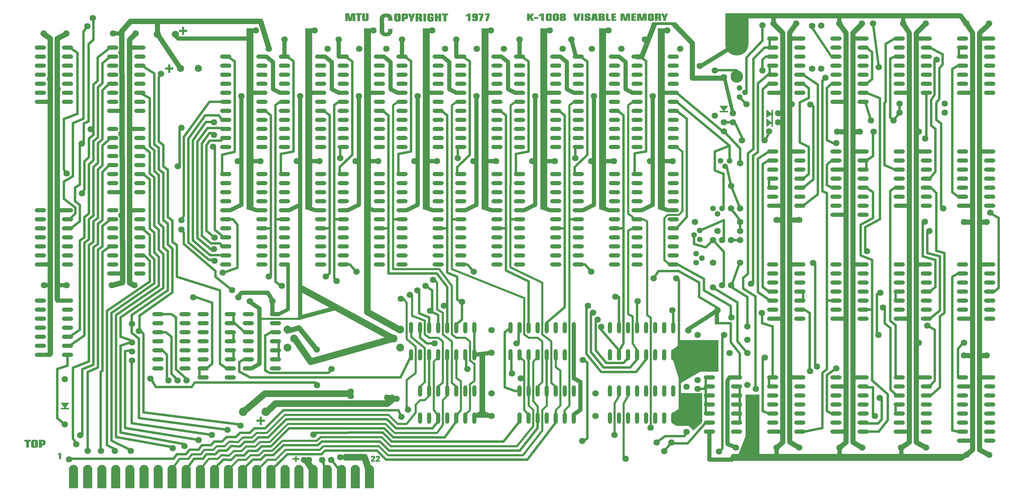
<source format=gtl>
%TF.GenerationSoftware,KiCad,Pcbnew,7.0.6*%
%TF.CreationDate,2023-07-15T00:45:44+02:00*%
%TF.ProjectId,k-1008-visable-memory,6b2d3130-3038-42d7-9669-7361626c652d,rev?*%
%TF.SameCoordinates,Original*%
%TF.FileFunction,Copper,L1,Top*%
%TF.FilePolarity,Positive*%
%FSLAX46Y46*%
G04 Gerber Fmt 4.6, Leading zero omitted, Abs format (unit mm)*
G04 Created by KiCad (PCBNEW 7.0.6) date 2023-07-15 00:45:44*
%MOMM*%
%LPD*%
G01*
G04 APERTURE LIST*
G04 Aperture macros list*
%AMRoundRect*
0 Rectangle with rounded corners*
0 $1 Rounding radius*
0 $2 $3 $4 $5 $6 $7 $8 $9 X,Y pos of 4 corners*
0 Add a 4 corners polygon primitive as box body*
4,1,4,$2,$3,$4,$5,$6,$7,$8,$9,$2,$3,0*
0 Add four circle primitives for the rounded corners*
1,1,$1+$1,$2,$3*
1,1,$1+$1,$4,$5*
1,1,$1+$1,$6,$7*
1,1,$1+$1,$8,$9*
0 Add four rect primitives between the rounded corners*
20,1,$1+$1,$2,$3,$4,$5,0*
20,1,$1+$1,$4,$5,$6,$7,0*
20,1,$1+$1,$6,$7,$8,$9,0*
20,1,$1+$1,$8,$9,$2,$3,0*%
%AMFreePoly0*
4,1,22,-1.300000,3.270000,1.300000,3.270000,1.300000,-1.970000,1.280250,-2.195743,1.221600,-2.414626,1.125833,-2.620000,0.995858,-2.805624,0.835624,-2.965858,0.650000,-3.095833,0.444626,-3.191600,0.225743,-3.250250,0.000000,-3.270000,-0.225743,-3.250250,-0.444626,-3.191600,-0.650000,-3.095833,-0.835624,-2.965858,-0.995858,-2.805624,-1.125833,-2.620000,-1.221600,-2.414626,-1.280250,-2.195743,
-1.300000,-1.970000,-1.300000,3.270000,-1.300000,3.270000,$1*%
G04 Aperture macros list end*
%TA.AperFunction,EtchedComponent*%
%ADD10C,0.010000*%
%TD*%
%TA.AperFunction,ComponentPad*%
%ADD11C,1.800000*%
%TD*%
%TA.AperFunction,ComponentPad*%
%ADD12RoundRect,0.600000X-1.000000X0.000000X1.000000X0.000000X1.000000X0.000000X-1.000000X0.000000X0*%
%TD*%
%TA.AperFunction,ComponentPad*%
%ADD13C,2.000000*%
%TD*%
%TA.AperFunction,ComponentPad*%
%ADD14RoundRect,0.600000X0.000000X-1.000000X0.000000X1.000000X0.000000X1.000000X0.000000X-1.000000X0*%
%TD*%
%TA.AperFunction,ComponentPad*%
%ADD15C,1.600000*%
%TD*%
%TA.AperFunction,ComponentPad*%
%ADD16C,2.400000*%
%TD*%
%TA.AperFunction,ComponentPad*%
%ADD17C,6.500000*%
%TD*%
%TA.AperFunction,ComponentPad*%
%ADD18C,3.500000*%
%TD*%
%TA.AperFunction,ComponentPad*%
%ADD19C,2.200000*%
%TD*%
%TA.AperFunction,ConnectorPad*%
%ADD20FreePoly0,180.000000*%
%TD*%
%TA.AperFunction,ViaPad*%
%ADD21C,1.800000*%
%TD*%
%TA.AperFunction,Conductor*%
%ADD22C,0.699999*%
%TD*%
%TA.AperFunction,Conductor*%
%ADD23C,1.399999*%
%TD*%
%TA.AperFunction,Conductor*%
%ADD24C,1.200000*%
%TD*%
%TA.AperFunction,Conductor*%
%ADD25C,1.000000*%
%TD*%
%TA.AperFunction,Conductor*%
%ADD26C,1.500000*%
%TD*%
%TA.AperFunction,Conductor*%
%ADD27C,1.600000*%
%TD*%
%TA.AperFunction,Conductor*%
%ADD28C,1.199997*%
%TD*%
%TA.AperFunction,Conductor*%
%ADD29C,1.899999*%
%TD*%
%TA.AperFunction,Conductor*%
%ADD30C,1.399998*%
%TD*%
%TA.AperFunction,Conductor*%
%ADD31C,1.400000*%
%TD*%
%TA.AperFunction,Conductor*%
%ADD32C,0.250000*%
%TD*%
%TA.AperFunction,Conductor*%
%ADD33C,0.600000*%
%TD*%
%TA.AperFunction,Conductor*%
%ADD34C,0.264582*%
%TD*%
%TA.AperFunction,Conductor*%
%ADD35C,0.700000*%
%TD*%
%TA.AperFunction,Conductor*%
%ADD36C,0.700190*%
%TD*%
G04 APERTURE END LIST*
%TO.C,Ref\u002A\u002A*%
D10*
X281937774Y-98446473D02*
X281782552Y-98446473D01*
X281705124Y-98444673D01*
X281645135Y-98439926D01*
X281614353Y-98433214D01*
X281613218Y-98432362D01*
X281609178Y-98408015D01*
X281605590Y-98347500D01*
X281602627Y-98256979D01*
X281600466Y-98142615D01*
X281599280Y-98010571D01*
X281599107Y-97934945D01*
X281598659Y-97797005D01*
X281597402Y-97674403D01*
X281595468Y-97573068D01*
X281592989Y-97498932D01*
X281590096Y-97457924D01*
X281588370Y-97451640D01*
X281569262Y-97463377D01*
X281519247Y-97496872D01*
X281442062Y-97549550D01*
X281341441Y-97618836D01*
X281221119Y-97702155D01*
X281084833Y-97796932D01*
X280936317Y-97900592D01*
X280882170Y-97938473D01*
X280730149Y-98044662D01*
X280588936Y-98142864D01*
X280462285Y-98230501D01*
X280353949Y-98304995D01*
X280267680Y-98363770D01*
X280207232Y-98404249D01*
X280176358Y-98423853D01*
X280173240Y-98425306D01*
X280170666Y-98404791D01*
X280168253Y-98345854D01*
X280166049Y-98252406D01*
X280164101Y-98128358D01*
X280162456Y-97977621D01*
X280161163Y-97804105D01*
X280160268Y-97611723D01*
X280159818Y-97404384D01*
X280159774Y-97314056D01*
X280159976Y-97101616D01*
X280160558Y-96902495D01*
X280161480Y-96720603D01*
X280162704Y-96559851D01*
X280164192Y-96424151D01*
X280165904Y-96317413D01*
X280167802Y-96243549D01*
X280169848Y-96206470D01*
X280170740Y-96202806D01*
X280189876Y-96214555D01*
X280239945Y-96248101D01*
X280317246Y-96300892D01*
X280418081Y-96370376D01*
X280538752Y-96454000D01*
X280675560Y-96549213D01*
X280824807Y-96653463D01*
X280890406Y-96699395D01*
X281599107Y-97195984D01*
X281599107Y-96053812D01*
X281598914Y-95838354D01*
X281598360Y-95636160D01*
X281597480Y-95451090D01*
X281596310Y-95287000D01*
X281594888Y-95147749D01*
X281593250Y-95037193D01*
X281591431Y-94959191D01*
X281589467Y-94917601D01*
X281588370Y-94911640D01*
X281569262Y-94923377D01*
X281519247Y-94956872D01*
X281442062Y-95009550D01*
X281341441Y-95078836D01*
X281221119Y-95162155D01*
X281084833Y-95256932D01*
X280936317Y-95360592D01*
X280882170Y-95398473D01*
X280730149Y-95504662D01*
X280588936Y-95602864D01*
X280462285Y-95690501D01*
X280353949Y-95764995D01*
X280267680Y-95823770D01*
X280207232Y-95864249D01*
X280176358Y-95883853D01*
X280173240Y-95885306D01*
X280170666Y-95864791D01*
X280168253Y-95805854D01*
X280166049Y-95712406D01*
X280164101Y-95588358D01*
X280162456Y-95437621D01*
X280161163Y-95264105D01*
X280160268Y-95071723D01*
X280159818Y-94864384D01*
X280159774Y-94774056D01*
X280159976Y-94561616D01*
X280160558Y-94362495D01*
X280161480Y-94180603D01*
X280162704Y-94019851D01*
X280164192Y-93884151D01*
X280165904Y-93777413D01*
X280167802Y-93703549D01*
X280169848Y-93666470D01*
X280170740Y-93662806D01*
X280189876Y-93674555D01*
X280239945Y-93708101D01*
X280317246Y-93760892D01*
X280418081Y-93830376D01*
X280538752Y-93914000D01*
X280675560Y-94009213D01*
X280824807Y-94113463D01*
X280890406Y-94159395D01*
X281599107Y-94655984D01*
X281599107Y-93662806D01*
X281937774Y-93662806D01*
X281937774Y-98446473D01*
%TA.AperFunction,EtchedComponent*%
G36*
X281937774Y-98446473D02*
G01*
X281782552Y-98446473D01*
X281705124Y-98444673D01*
X281645135Y-98439926D01*
X281614353Y-98433214D01*
X281613218Y-98432362D01*
X281609178Y-98408015D01*
X281605590Y-98347500D01*
X281602627Y-98256979D01*
X281600466Y-98142615D01*
X281599280Y-98010571D01*
X281599107Y-97934945D01*
X281598659Y-97797005D01*
X281597402Y-97674403D01*
X281595468Y-97573068D01*
X281592989Y-97498932D01*
X281590096Y-97457924D01*
X281588370Y-97451640D01*
X281569262Y-97463377D01*
X281519247Y-97496872D01*
X281442062Y-97549550D01*
X281341441Y-97618836D01*
X281221119Y-97702155D01*
X281084833Y-97796932D01*
X280936317Y-97900592D01*
X280882170Y-97938473D01*
X280730149Y-98044662D01*
X280588936Y-98142864D01*
X280462285Y-98230501D01*
X280353949Y-98304995D01*
X280267680Y-98363770D01*
X280207232Y-98404249D01*
X280176358Y-98423853D01*
X280173240Y-98425306D01*
X280170666Y-98404791D01*
X280168253Y-98345854D01*
X280166049Y-98252406D01*
X280164101Y-98128358D01*
X280162456Y-97977621D01*
X280161163Y-97804105D01*
X280160268Y-97611723D01*
X280159818Y-97404384D01*
X280159774Y-97314056D01*
X280159976Y-97101616D01*
X280160558Y-96902495D01*
X280161480Y-96720603D01*
X280162704Y-96559851D01*
X280164192Y-96424151D01*
X280165904Y-96317413D01*
X280167802Y-96243549D01*
X280169848Y-96206470D01*
X280170740Y-96202806D01*
X280189876Y-96214555D01*
X280239945Y-96248101D01*
X280317246Y-96300892D01*
X280418081Y-96370376D01*
X280538752Y-96454000D01*
X280675560Y-96549213D01*
X280824807Y-96653463D01*
X280890406Y-96699395D01*
X281599107Y-97195984D01*
X281599107Y-96053812D01*
X281598914Y-95838354D01*
X281598360Y-95636160D01*
X281597480Y-95451090D01*
X281596310Y-95287000D01*
X281594888Y-95147749D01*
X281593250Y-95037193D01*
X281591431Y-94959191D01*
X281589467Y-94917601D01*
X281588370Y-94911640D01*
X281569262Y-94923377D01*
X281519247Y-94956872D01*
X281442062Y-95009550D01*
X281341441Y-95078836D01*
X281221119Y-95162155D01*
X281084833Y-95256932D01*
X280936317Y-95360592D01*
X280882170Y-95398473D01*
X280730149Y-95504662D01*
X280588936Y-95602864D01*
X280462285Y-95690501D01*
X280353949Y-95764995D01*
X280267680Y-95823770D01*
X280207232Y-95864249D01*
X280176358Y-95883853D01*
X280173240Y-95885306D01*
X280170666Y-95864791D01*
X280168253Y-95805854D01*
X280166049Y-95712406D01*
X280164101Y-95588358D01*
X280162456Y-95437621D01*
X280161163Y-95264105D01*
X280160268Y-95071723D01*
X280159818Y-94864384D01*
X280159774Y-94774056D01*
X280159976Y-94561616D01*
X280160558Y-94362495D01*
X280161480Y-94180603D01*
X280162704Y-94019851D01*
X280164192Y-93884151D01*
X280165904Y-93777413D01*
X280167802Y-93703549D01*
X280169848Y-93666470D01*
X280170740Y-93662806D01*
X280189876Y-93674555D01*
X280239945Y-93708101D01*
X280317246Y-93760892D01*
X280418081Y-93830376D01*
X280538752Y-93914000D01*
X280675560Y-94009213D01*
X280824807Y-94113463D01*
X280890406Y-94159395D01*
X281599107Y-94655984D01*
X281599107Y-93662806D01*
X281937774Y-93662806D01*
X281937774Y-98446473D01*
G37*
%TD.AperFunction*%
X184523577Y-68813298D02*
X183846244Y-68813298D01*
X183846244Y-66633131D01*
X184523577Y-66633131D01*
X184523577Y-68813298D01*
%TA.AperFunction,EtchedComponent*%
G36*
X184523577Y-68813298D02*
G01*
X183846244Y-68813298D01*
X183846244Y-66633131D01*
X184523577Y-66633131D01*
X184523577Y-68813298D01*
G37*
%TD.AperFunction*%
X215998410Y-68093631D02*
X214961244Y-68093631D01*
X214961244Y-67712631D01*
X215998410Y-67712631D01*
X215998410Y-68093631D01*
%TA.AperFunction,EtchedComponent*%
G36*
X215998410Y-68093631D02*
G01*
X214961244Y-68093631D01*
X214961244Y-67712631D01*
X215998410Y-67712631D01*
X215998410Y-68093631D01*
G37*
%TD.AperFunction*%
X228761910Y-68643964D02*
X228105744Y-68643964D01*
X228105744Y-66633131D01*
X228761910Y-66633131D01*
X228761910Y-68643964D01*
%TA.AperFunction,EtchedComponent*%
G36*
X228761910Y-68643964D02*
G01*
X228105744Y-68643964D01*
X228105744Y-66633131D01*
X228761910Y-66633131D01*
X228761910Y-68643964D01*
G37*
%TD.AperFunction*%
X235768077Y-68262964D02*
X236381910Y-68262964D01*
X236381910Y-68643964D01*
X235133077Y-68643964D01*
X235133077Y-66633131D01*
X235768077Y-66633131D01*
X235768077Y-68262964D01*
%TA.AperFunction,EtchedComponent*%
G36*
X235768077Y-68262964D02*
G01*
X236381910Y-68262964D01*
X236381910Y-68643964D01*
X235133077Y-68643964D01*
X235133077Y-66633131D01*
X235768077Y-66633131D01*
X235768077Y-68262964D01*
G37*
%TD.AperFunction*%
X166436660Y-67003548D02*
X166209119Y-67009555D01*
X165981577Y-67015563D01*
X165981577Y-68686298D01*
X165304244Y-68686298D01*
X165304244Y-67014131D01*
X164859744Y-67014131D01*
X164859744Y-66611964D01*
X166448832Y-66611964D01*
X166436660Y-67003548D01*
%TA.AperFunction,EtchedComponent*%
G36*
X166436660Y-67003548D02*
G01*
X166209119Y-67009555D01*
X165981577Y-67015563D01*
X165981577Y-68686298D01*
X165304244Y-68686298D01*
X165304244Y-67014131D01*
X164859744Y-67014131D01*
X164859744Y-66611964D01*
X166448832Y-66611964D01*
X166436660Y-67003548D01*
G37*
%TD.AperFunction*%
X190672494Y-67045881D02*
X190444952Y-67051889D01*
X190217410Y-67057896D01*
X190217410Y-68813298D01*
X189518910Y-68813298D01*
X189518910Y-67057896D01*
X189291369Y-67051889D01*
X189063827Y-67045881D01*
X189051711Y-66633131D01*
X190684610Y-66633131D01*
X190672494Y-67045881D01*
%TA.AperFunction,EtchedComponent*%
G36*
X190672494Y-67045881D02*
G01*
X190444952Y-67051889D01*
X190217410Y-67057896D01*
X190217410Y-68813298D01*
X189518910Y-68813298D01*
X189518910Y-67057896D01*
X189291369Y-67051889D01*
X189063827Y-67045881D01*
X189051711Y-66633131D01*
X190684610Y-66633131D01*
X190672494Y-67045881D01*
G37*
%TD.AperFunction*%
X187762077Y-67479798D02*
X188121910Y-67479798D01*
X188121910Y-66633131D01*
X188799244Y-66633131D01*
X188799244Y-68813298D01*
X188121910Y-68813298D01*
X188121910Y-67881964D01*
X187762077Y-67881964D01*
X187762077Y-68813298D01*
X187063577Y-68813298D01*
X187063577Y-66633131D01*
X187762077Y-66633131D01*
X187762077Y-67479798D01*
%TA.AperFunction,EtchedComponent*%
G36*
X187762077Y-67479798D02*
G01*
X188121910Y-67479798D01*
X188121910Y-66633131D01*
X188799244Y-66633131D01*
X188799244Y-68813298D01*
X188121910Y-68813298D01*
X188121910Y-67881964D01*
X187762077Y-67881964D01*
X187762077Y-68813298D01*
X187063577Y-68813298D01*
X187063577Y-66633131D01*
X187762077Y-66633131D01*
X187762077Y-67479798D01*
G37*
%TD.AperFunction*%
X237905910Y-67014131D02*
X237334410Y-67014131D01*
X237334410Y-67437464D01*
X237863577Y-67437464D01*
X237863577Y-67797298D01*
X237334410Y-67797298D01*
X237334410Y-68262964D01*
X237948244Y-68262964D01*
X237948244Y-68643964D01*
X236678244Y-68643964D01*
X236678244Y-66633131D01*
X237905910Y-66633131D01*
X237905910Y-67014131D01*
%TA.AperFunction,EtchedComponent*%
G36*
X237905910Y-67014131D02*
G01*
X237334410Y-67014131D01*
X237334410Y-67437464D01*
X237863577Y-67437464D01*
X237863577Y-67797298D01*
X237334410Y-67797298D01*
X237334410Y-68262964D01*
X237948244Y-68262964D01*
X237948244Y-68643964D01*
X236678244Y-68643964D01*
X236678244Y-66633131D01*
X237905910Y-66633131D01*
X237905910Y-67014131D01*
G37*
%TD.AperFunction*%
X243515077Y-67014131D02*
X242922410Y-67014131D01*
X242922410Y-67437464D01*
X243472744Y-67437464D01*
X243472744Y-67797298D01*
X242922410Y-67797298D01*
X242922410Y-68262964D01*
X243557410Y-68262964D01*
X243557410Y-68643964D01*
X242287410Y-68643964D01*
X242287410Y-66633131D01*
X243515077Y-66633131D01*
X243515077Y-67014131D01*
%TA.AperFunction,EtchedComponent*%
G36*
X243515077Y-67014131D02*
G01*
X242922410Y-67014131D01*
X242922410Y-67437464D01*
X243472744Y-67437464D01*
X243472744Y-67797298D01*
X242922410Y-67797298D01*
X242922410Y-68262964D01*
X243557410Y-68262964D01*
X243557410Y-68643964D01*
X242287410Y-68643964D01*
X242287410Y-66633131D01*
X243515077Y-66633131D01*
X243515077Y-67014131D01*
G37*
%TD.AperFunction*%
X197011910Y-68707464D02*
X196419729Y-68707464D01*
X196414195Y-67868559D01*
X196408660Y-67029654D01*
X196233125Y-67244143D01*
X196166166Y-67324068D01*
X196107583Y-67390474D01*
X196063032Y-67437201D01*
X196038167Y-67458090D01*
X196036204Y-67458631D01*
X196011136Y-67446088D01*
X195962285Y-67412557D01*
X195898366Y-67364180D01*
X195868081Y-67340072D01*
X195798162Y-67282116D01*
X195757116Y-67242923D01*
X195739880Y-67215950D01*
X195741391Y-67194652D01*
X195747502Y-67184218D01*
X195770518Y-67156953D01*
X195817529Y-67105285D01*
X195883008Y-67035151D01*
X195961429Y-66952486D01*
X196021371Y-66890026D01*
X196269082Y-66633131D01*
X197011910Y-66633131D01*
X197011910Y-68707464D01*
%TA.AperFunction,EtchedComponent*%
G36*
X197011910Y-68707464D02*
G01*
X196419729Y-68707464D01*
X196414195Y-67868559D01*
X196408660Y-67029654D01*
X196233125Y-67244143D01*
X196166166Y-67324068D01*
X196107583Y-67390474D01*
X196063032Y-67437201D01*
X196038167Y-67458090D01*
X196036204Y-67458631D01*
X196011136Y-67446088D01*
X195962285Y-67412557D01*
X195898366Y-67364180D01*
X195868081Y-67340072D01*
X195798162Y-67282116D01*
X195757116Y-67242923D01*
X195739880Y-67215950D01*
X195741391Y-67194652D01*
X195747502Y-67184218D01*
X195770518Y-67156953D01*
X195817529Y-67105285D01*
X195883008Y-67035151D01*
X195961429Y-66952486D01*
X196021371Y-66890026D01*
X196269082Y-66633131D01*
X197011910Y-66633131D01*
X197011910Y-68707464D01*
G37*
%TD.AperFunction*%
X217628244Y-68643964D02*
X216951407Y-68643964D01*
X216945867Y-67832132D01*
X216940327Y-67020301D01*
X216749827Y-67227534D01*
X216678000Y-67304300D01*
X216615614Y-67368417D01*
X216568544Y-67414031D01*
X216542665Y-67435291D01*
X216540441Y-67436115D01*
X216512221Y-67425613D01*
X216461632Y-67396430D01*
X216397892Y-67355049D01*
X216330217Y-67307948D01*
X216267823Y-67261610D01*
X216219926Y-67222513D01*
X216195744Y-67197139D01*
X216194536Y-67192892D01*
X216211070Y-67172195D01*
X216254089Y-67128026D01*
X216318612Y-67065230D01*
X216399657Y-66988656D01*
X216492243Y-66903148D01*
X216493664Y-66901850D01*
X216787835Y-66633131D01*
X217628244Y-66633131D01*
X217628244Y-68643964D01*
%TA.AperFunction,EtchedComponent*%
G36*
X217628244Y-68643964D02*
G01*
X216951407Y-68643964D01*
X216945867Y-67832132D01*
X216940327Y-67020301D01*
X216749827Y-67227534D01*
X216678000Y-67304300D01*
X216615614Y-67368417D01*
X216568544Y-67414031D01*
X216542665Y-67435291D01*
X216540441Y-67436115D01*
X216512221Y-67425613D01*
X216461632Y-67396430D01*
X216397892Y-67355049D01*
X216330217Y-67307948D01*
X216267823Y-67261610D01*
X216219926Y-67222513D01*
X216195744Y-67197139D01*
X216194536Y-67192892D01*
X216211070Y-67172195D01*
X216254089Y-67128026D01*
X216318612Y-67065230D01*
X216399657Y-66988656D01*
X216492243Y-66903148D01*
X216493664Y-66901850D01*
X216787835Y-66633131D01*
X217628244Y-66633131D01*
X217628244Y-68643964D01*
G37*
%TD.AperFunction*%
X202410269Y-66818339D02*
X202410087Y-66864829D01*
X202408318Y-66908157D01*
X202403819Y-66952719D01*
X202395445Y-67002914D01*
X202382054Y-67063140D01*
X202362500Y-67137795D01*
X202335641Y-67231276D01*
X202300331Y-67347983D01*
X202255428Y-67492311D01*
X202199787Y-67668660D01*
X202140498Y-67855506D01*
X201869869Y-68707464D01*
X201568140Y-68707464D01*
X201460640Y-68706417D01*
X201370082Y-68703537D01*
X201303961Y-68699220D01*
X201269772Y-68693861D01*
X201266711Y-68691589D01*
X201273162Y-68668684D01*
X201291460Y-68609861D01*
X201320223Y-68519415D01*
X201358069Y-68401641D01*
X201403614Y-68260835D01*
X201455477Y-68101291D01*
X201512274Y-67927304D01*
X201539245Y-67844923D01*
X201811478Y-67014131D01*
X201097077Y-67014131D01*
X201097077Y-66633131D01*
X202409410Y-66633131D01*
X202410269Y-66818339D01*
%TA.AperFunction,EtchedComponent*%
G36*
X202410269Y-66818339D02*
G01*
X202410087Y-66864829D01*
X202408318Y-66908157D01*
X202403819Y-66952719D01*
X202395445Y-67002914D01*
X202382054Y-67063140D01*
X202362500Y-67137795D01*
X202335641Y-67231276D01*
X202300331Y-67347983D01*
X202255428Y-67492311D01*
X202199787Y-67668660D01*
X202140498Y-67855506D01*
X201869869Y-68707464D01*
X201568140Y-68707464D01*
X201460640Y-68706417D01*
X201370082Y-68703537D01*
X201303961Y-68699220D01*
X201269772Y-68693861D01*
X201266711Y-68691589D01*
X201273162Y-68668684D01*
X201291460Y-68609861D01*
X201320223Y-68519415D01*
X201358069Y-68401641D01*
X201403614Y-68260835D01*
X201455477Y-68101291D01*
X201512274Y-67927304D01*
X201539245Y-67844923D01*
X201811478Y-67014131D01*
X201097077Y-67014131D01*
X201097077Y-66633131D01*
X202409410Y-66633131D01*
X202410269Y-66818339D01*
G37*
%TD.AperFunction*%
X200652937Y-66828923D02*
X200652734Y-66877856D01*
X200651162Y-66922457D01*
X200647065Y-66967186D01*
X200639290Y-67016508D01*
X200626681Y-67074885D01*
X200608084Y-67146781D01*
X200582344Y-67236658D01*
X200548306Y-67348979D01*
X200504815Y-67488207D01*
X200450717Y-67658807D01*
X200384857Y-67865239D01*
X200384586Y-67866089D01*
X200115874Y-68707464D01*
X199812726Y-68707464D01*
X199704923Y-68706836D01*
X199614016Y-68705109D01*
X199547492Y-68702519D01*
X199512838Y-68699303D01*
X199509577Y-68697904D01*
X199515982Y-68676399D01*
X199534276Y-68618943D01*
X199563076Y-68529781D01*
X199600999Y-68413163D01*
X199646662Y-68273334D01*
X199698683Y-68114543D01*
X199755679Y-67941036D01*
X199783491Y-67856529D01*
X200057404Y-67024714D01*
X199709407Y-67018911D01*
X199361410Y-67013107D01*
X199361410Y-66633131D01*
X200652577Y-66633131D01*
X200652937Y-66828923D01*
%TA.AperFunction,EtchedComponent*%
G36*
X200652937Y-66828923D02*
G01*
X200652734Y-66877856D01*
X200651162Y-66922457D01*
X200647065Y-66967186D01*
X200639290Y-67016508D01*
X200626681Y-67074885D01*
X200608084Y-67146781D01*
X200582344Y-67236658D01*
X200548306Y-67348979D01*
X200504815Y-67488207D01*
X200450717Y-67658807D01*
X200384857Y-67865239D01*
X200384586Y-67866089D01*
X200115874Y-68707464D01*
X199812726Y-68707464D01*
X199704923Y-68706836D01*
X199614016Y-68705109D01*
X199547492Y-68702519D01*
X199512838Y-68699303D01*
X199509577Y-68697904D01*
X199515982Y-68676399D01*
X199534276Y-68618943D01*
X199563076Y-68529781D01*
X199600999Y-68413163D01*
X199646662Y-68273334D01*
X199698683Y-68114543D01*
X199755679Y-67941036D01*
X199783491Y-67856529D01*
X200057404Y-67024714D01*
X199709407Y-67018911D01*
X199361410Y-67013107D01*
X199361410Y-66633131D01*
X200652577Y-66633131D01*
X200652937Y-66828923D01*
G37*
%TD.AperFunction*%
X213671920Y-67040589D02*
X213673762Y-67448048D01*
X213872289Y-67040589D01*
X214070816Y-66633131D01*
X214795933Y-66633131D01*
X214737732Y-66733673D01*
X214709016Y-66783107D01*
X214663293Y-66861611D01*
X214604923Y-66961707D01*
X214538268Y-67075918D01*
X214467687Y-67196768D01*
X214459239Y-67211227D01*
X214238947Y-67588239D01*
X214541887Y-68098307D01*
X214620800Y-68231379D01*
X214692556Y-68352770D01*
X214754326Y-68457666D01*
X214803284Y-68541254D01*
X214836604Y-68598719D01*
X214851456Y-68625247D01*
X214851882Y-68626169D01*
X214834268Y-68632013D01*
X214781036Y-68637051D01*
X214698899Y-68640941D01*
X214594570Y-68643343D01*
X214501270Y-68643964D01*
X214143603Y-68643964D01*
X213912131Y-68220977D01*
X213680660Y-67797990D01*
X213669200Y-68643964D01*
X213013910Y-68643964D01*
X213013910Y-66633131D01*
X213670077Y-66633131D01*
X213671920Y-67040589D01*
%TA.AperFunction,EtchedComponent*%
G36*
X213671920Y-67040589D02*
G01*
X213673762Y-67448048D01*
X213872289Y-67040589D01*
X214070816Y-66633131D01*
X214795933Y-66633131D01*
X214737732Y-66733673D01*
X214709016Y-66783107D01*
X214663293Y-66861611D01*
X214604923Y-66961707D01*
X214538268Y-67075918D01*
X214467687Y-67196768D01*
X214459239Y-67211227D01*
X214238947Y-67588239D01*
X214541887Y-68098307D01*
X214620800Y-68231379D01*
X214692556Y-68352770D01*
X214754326Y-68457666D01*
X214803284Y-68541254D01*
X214836604Y-68598719D01*
X214851456Y-68625247D01*
X214851882Y-68626169D01*
X214834268Y-68632013D01*
X214781036Y-68637051D01*
X214698899Y-68640941D01*
X214594570Y-68643343D01*
X214501270Y-68643964D01*
X214143603Y-68643964D01*
X213912131Y-68220977D01*
X213680660Y-67797990D01*
X213669200Y-68643964D01*
X213013910Y-68643964D01*
X213013910Y-66633131D01*
X213670077Y-66633131D01*
X213671920Y-67040589D01*
G37*
%TD.AperFunction*%
X246541910Y-68643964D02*
X245938660Y-68643988D01*
X245942883Y-67866101D01*
X245943839Y-67664803D01*
X245944220Y-67502564D01*
X245943906Y-67376112D01*
X245942777Y-67282176D01*
X245940716Y-67217483D01*
X245937603Y-67178762D01*
X245933319Y-67162742D01*
X245927745Y-67166149D01*
X245920761Y-67185714D01*
X245918427Y-67194048D01*
X245906448Y-67240402D01*
X245885980Y-67322025D01*
X245858473Y-67433034D01*
X245825377Y-67567547D01*
X245788140Y-67719681D01*
X245748212Y-67883554D01*
X245726637Y-67972401D01*
X245563526Y-68644922D01*
X245191685Y-68639151D01*
X244819843Y-68633381D01*
X244659585Y-67860798D01*
X244499327Y-67088214D01*
X244493774Y-67866089D01*
X244488222Y-68643964D01*
X243896077Y-68643964D01*
X243896077Y-66633131D01*
X244911270Y-66633131D01*
X244921656Y-66680756D01*
X244928122Y-66712234D01*
X244941787Y-66780092D01*
X244961623Y-66879181D01*
X244986603Y-67004355D01*
X245015700Y-67150467D01*
X245047886Y-67312368D01*
X245074820Y-67448048D01*
X245217598Y-68167714D01*
X245367747Y-67405714D01*
X245517895Y-66643714D01*
X246029903Y-66638046D01*
X246541910Y-66632378D01*
X246541910Y-68643964D01*
%TA.AperFunction,EtchedComponent*%
G36*
X246541910Y-68643964D02*
G01*
X245938660Y-68643988D01*
X245942883Y-67866101D01*
X245943839Y-67664803D01*
X245944220Y-67502564D01*
X245943906Y-67376112D01*
X245942777Y-67282176D01*
X245940716Y-67217483D01*
X245937603Y-67178762D01*
X245933319Y-67162742D01*
X245927745Y-67166149D01*
X245920761Y-67185714D01*
X245918427Y-67194048D01*
X245906448Y-67240402D01*
X245885980Y-67322025D01*
X245858473Y-67433034D01*
X245825377Y-67567547D01*
X245788140Y-67719681D01*
X245748212Y-67883554D01*
X245726637Y-67972401D01*
X245563526Y-68644922D01*
X245191685Y-68639151D01*
X244819843Y-68633381D01*
X244659585Y-67860798D01*
X244499327Y-67088214D01*
X244493774Y-67866089D01*
X244488222Y-68643964D01*
X243896077Y-68643964D01*
X243896077Y-66633131D01*
X244911270Y-66633131D01*
X244921656Y-66680756D01*
X244928122Y-66712234D01*
X244941787Y-66780092D01*
X244961623Y-66879181D01*
X244986603Y-67004355D01*
X245015700Y-67150467D01*
X245047886Y-67312368D01*
X245074820Y-67448048D01*
X245217598Y-68167714D01*
X245367747Y-67405714D01*
X245517895Y-66643714D01*
X246029903Y-66638046D01*
X246541910Y-66632378D01*
X246541910Y-68643964D01*
G37*
%TD.AperFunction*%
X251345653Y-66712506D02*
X251358602Y-66758917D01*
X251380801Y-66837496D01*
X251409830Y-66939718D01*
X251443269Y-67057056D01*
X251470320Y-67151714D01*
X251573279Y-67511548D01*
X251604139Y-67405714D01*
X251620639Y-67348448D01*
X251645781Y-67260347D01*
X251676746Y-67151326D01*
X251710716Y-67031304D01*
X251728996Y-66966539D01*
X251822994Y-66633196D01*
X252145785Y-66633164D01*
X252257254Y-66633760D01*
X252352058Y-66635426D01*
X252422943Y-66637941D01*
X252462652Y-66641086D01*
X252468577Y-66642959D01*
X252460475Y-66664016D01*
X252437460Y-66719363D01*
X252401469Y-66804455D01*
X252354439Y-66914747D01*
X252298305Y-67045694D01*
X252235006Y-67192751D01*
X252182827Y-67313580D01*
X251897077Y-67974374D01*
X251897077Y-68643964D01*
X251262077Y-68643964D01*
X251262077Y-68003765D01*
X250976327Y-67340282D01*
X250908846Y-67182979D01*
X250847045Y-67037726D01*
X250792863Y-66909169D01*
X250748234Y-66801953D01*
X250715096Y-66720721D01*
X250695385Y-66670118D01*
X250690577Y-66654965D01*
X250711355Y-66645653D01*
X250772265Y-66638812D01*
X250871168Y-66634588D01*
X251005926Y-66633131D01*
X251323945Y-66633131D01*
X251345653Y-66712506D01*
%TA.AperFunction,EtchedComponent*%
G36*
X251345653Y-66712506D02*
G01*
X251358602Y-66758917D01*
X251380801Y-66837496D01*
X251409830Y-66939718D01*
X251443269Y-67057056D01*
X251470320Y-67151714D01*
X251573279Y-67511548D01*
X251604139Y-67405714D01*
X251620639Y-67348448D01*
X251645781Y-67260347D01*
X251676746Y-67151326D01*
X251710716Y-67031304D01*
X251728996Y-66966539D01*
X251822994Y-66633196D01*
X252145785Y-66633164D01*
X252257254Y-66633760D01*
X252352058Y-66635426D01*
X252422943Y-66637941D01*
X252462652Y-66641086D01*
X252468577Y-66642959D01*
X252460475Y-66664016D01*
X252437460Y-66719363D01*
X252401469Y-66804455D01*
X252354439Y-66914747D01*
X252298305Y-67045694D01*
X252235006Y-67192751D01*
X252182827Y-67313580D01*
X251897077Y-67974374D01*
X251897077Y-68643964D01*
X251262077Y-68643964D01*
X251262077Y-68003765D01*
X250976327Y-67340282D01*
X250908846Y-67182979D01*
X250847045Y-67037726D01*
X250792863Y-66909169D01*
X250748234Y-66801953D01*
X250715096Y-66720721D01*
X250695385Y-66670118D01*
X250690577Y-66654965D01*
X250711355Y-66645653D01*
X250772265Y-66638812D01*
X250871168Y-66634588D01*
X251005926Y-66633131D01*
X251323945Y-66633131D01*
X251345653Y-66712506D01*
G37*
%TD.AperFunction*%
X181212391Y-66634163D02*
X181309442Y-66637013D01*
X181382829Y-66641314D01*
X181425425Y-66646697D01*
X181433244Y-66650408D01*
X181425361Y-66673204D01*
X181402904Y-66730653D01*
X181367661Y-66818366D01*
X181321422Y-66931951D01*
X181265973Y-67067020D01*
X181203103Y-67219182D01*
X181134600Y-67384046D01*
X181126327Y-67403898D01*
X180819410Y-68140109D01*
X180819410Y-68813298D01*
X180163244Y-68813298D01*
X180163244Y-68099362D01*
X179867024Y-67392705D01*
X179798990Y-67229686D01*
X179736453Y-67078463D01*
X179681257Y-66943595D01*
X179635242Y-66829641D01*
X179600250Y-66741160D01*
X179578122Y-66682711D01*
X179570691Y-66659052D01*
X179579944Y-66648563D01*
X179611104Y-66641487D01*
X179669117Y-66637508D01*
X179758928Y-66636311D01*
X179885482Y-66637583D01*
X179903316Y-66637885D01*
X180236055Y-66643714D01*
X180363234Y-67103487D01*
X180400239Y-67234561D01*
X180434199Y-67349747D01*
X180463367Y-67443527D01*
X180485994Y-67510382D01*
X180500334Y-67544792D01*
X180503977Y-67547987D01*
X180513311Y-67523927D01*
X180531872Y-67465092D01*
X180557864Y-67377583D01*
X180589491Y-67267498D01*
X180624957Y-67140935D01*
X180640952Y-67082923D01*
X180764365Y-66633131D01*
X181098804Y-66633131D01*
X181212391Y-66634163D01*
%TA.AperFunction,EtchedComponent*%
G36*
X181212391Y-66634163D02*
G01*
X181309442Y-66637013D01*
X181382829Y-66641314D01*
X181425425Y-66646697D01*
X181433244Y-66650408D01*
X181425361Y-66673204D01*
X181402904Y-66730653D01*
X181367661Y-66818366D01*
X181321422Y-66931951D01*
X181265973Y-67067020D01*
X181203103Y-67219182D01*
X181134600Y-67384046D01*
X181126327Y-67403898D01*
X180819410Y-68140109D01*
X180819410Y-68813298D01*
X180163244Y-68813298D01*
X180163244Y-68099362D01*
X179867024Y-67392705D01*
X179798990Y-67229686D01*
X179736453Y-67078463D01*
X179681257Y-66943595D01*
X179635242Y-66829641D01*
X179600250Y-66741160D01*
X179578122Y-66682711D01*
X179570691Y-66659052D01*
X179579944Y-66648563D01*
X179611104Y-66641487D01*
X179669117Y-66637508D01*
X179758928Y-66636311D01*
X179885482Y-66637583D01*
X179903316Y-66637885D01*
X180236055Y-66643714D01*
X180363234Y-67103487D01*
X180400239Y-67234561D01*
X180434199Y-67349747D01*
X180463367Y-67443527D01*
X180485994Y-67510382D01*
X180500334Y-67544792D01*
X180503977Y-67547987D01*
X180513311Y-67523927D01*
X180531872Y-67465092D01*
X180557864Y-67377583D01*
X180589491Y-67267498D01*
X180624957Y-67140935D01*
X180640952Y-67082923D01*
X180764365Y-66633131D01*
X181098804Y-66633131D01*
X181212391Y-66634163D01*
G37*
%TD.AperFunction*%
X167336244Y-67411588D02*
X167336317Y-67627426D01*
X167336930Y-67804829D01*
X167338665Y-67947698D01*
X167342111Y-68059931D01*
X167347851Y-68145428D01*
X167356471Y-68208087D01*
X167368557Y-68251809D01*
X167384695Y-68280491D01*
X167405470Y-68298034D01*
X167431467Y-68308336D01*
X167463273Y-68315297D01*
X167472206Y-68316973D01*
X167549494Y-68316381D01*
X167619419Y-68290435D01*
X167658711Y-68254504D01*
X167662196Y-68228766D01*
X167665425Y-68165454D01*
X167668308Y-68069328D01*
X167670754Y-67945146D01*
X167672672Y-67797670D01*
X167673972Y-67631656D01*
X167674563Y-67451866D01*
X167674586Y-67421589D01*
X167674910Y-66611964D01*
X168355559Y-66611964D01*
X168347975Y-67474506D01*
X168345930Y-67690947D01*
X168343824Y-67869278D01*
X168341451Y-68013719D01*
X168338607Y-68128493D01*
X168335085Y-68217821D01*
X168330682Y-68285927D01*
X168325191Y-68337031D01*
X168318407Y-68375356D01*
X168310125Y-68405123D01*
X168301654Y-68427085D01*
X168259279Y-68506107D01*
X168204483Y-68568659D01*
X168132352Y-68616558D01*
X168037975Y-68651622D01*
X167916439Y-68675666D01*
X167762833Y-68690507D01*
X167572243Y-68697963D01*
X167569077Y-68698028D01*
X167441456Y-68699203D01*
X167319213Y-68697788D01*
X167212771Y-68694082D01*
X167132551Y-68688389D01*
X167103663Y-68684569D01*
X166950608Y-68642810D01*
X166831776Y-68577944D01*
X166748117Y-68490492D01*
X166747472Y-68489521D01*
X166690660Y-68403707D01*
X166684503Y-67507836D01*
X166678346Y-66611964D01*
X167336244Y-66611964D01*
X167336244Y-67411588D01*
%TA.AperFunction,EtchedComponent*%
G36*
X167336244Y-67411588D02*
G01*
X167336317Y-67627426D01*
X167336930Y-67804829D01*
X167338665Y-67947698D01*
X167342111Y-68059931D01*
X167347851Y-68145428D01*
X167356471Y-68208087D01*
X167368557Y-68251809D01*
X167384695Y-68280491D01*
X167405470Y-68298034D01*
X167431467Y-68308336D01*
X167463273Y-68315297D01*
X167472206Y-68316973D01*
X167549494Y-68316381D01*
X167619419Y-68290435D01*
X167658711Y-68254504D01*
X167662196Y-68228766D01*
X167665425Y-68165454D01*
X167668308Y-68069328D01*
X167670754Y-67945146D01*
X167672672Y-67797670D01*
X167673972Y-67631656D01*
X167674563Y-67451866D01*
X167674586Y-67421589D01*
X167674910Y-66611964D01*
X168355559Y-66611964D01*
X168347975Y-67474506D01*
X168345930Y-67690947D01*
X168343824Y-67869278D01*
X168341451Y-68013719D01*
X168338607Y-68128493D01*
X168335085Y-68217821D01*
X168330682Y-68285927D01*
X168325191Y-68337031D01*
X168318407Y-68375356D01*
X168310125Y-68405123D01*
X168301654Y-68427085D01*
X168259279Y-68506107D01*
X168204483Y-68568659D01*
X168132352Y-68616558D01*
X168037975Y-68651622D01*
X167916439Y-68675666D01*
X167762833Y-68690507D01*
X167572243Y-68697963D01*
X167569077Y-68698028D01*
X167441456Y-68699203D01*
X167319213Y-68697788D01*
X167212771Y-68694082D01*
X167132551Y-68688389D01*
X167103663Y-68684569D01*
X166950608Y-68642810D01*
X166831776Y-68577944D01*
X166748117Y-68490492D01*
X166747472Y-68489521D01*
X166690660Y-68403707D01*
X166684503Y-67507836D01*
X166678346Y-66611964D01*
X167336244Y-66611964D01*
X167336244Y-67411588D01*
G37*
%TD.AperFunction*%
X240262656Y-66643714D02*
X240413407Y-67405714D01*
X240564157Y-68167714D01*
X240708051Y-67437464D01*
X240741911Y-67266013D01*
X240773506Y-67106779D01*
X240801830Y-66964775D01*
X240825876Y-66845014D01*
X240844639Y-66752507D01*
X240857113Y-66692267D01*
X240862020Y-66670173D01*
X240868136Y-66658481D01*
X240882672Y-66649531D01*
X240910666Y-66642959D01*
X240957158Y-66638405D01*
X241027186Y-66635507D01*
X241125789Y-66633905D01*
X241258007Y-66633237D01*
X241378670Y-66633131D01*
X241885244Y-66633131D01*
X241885244Y-68643964D01*
X241287215Y-68643964D01*
X241296338Y-67836178D01*
X241298227Y-67656909D01*
X241299698Y-67492445D01*
X241300730Y-67347228D01*
X241301305Y-67225700D01*
X241301402Y-67132303D01*
X241301001Y-67071476D01*
X241300084Y-67047663D01*
X241299840Y-67047720D01*
X241293710Y-67072175D01*
X241278833Y-67132919D01*
X241256392Y-67225086D01*
X241227567Y-67343811D01*
X241193541Y-67484230D01*
X241155495Y-67641479D01*
X241122955Y-67776131D01*
X241081730Y-67946614D01*
X241042848Y-68107023D01*
X241007631Y-68251938D01*
X240977398Y-68375941D01*
X240953471Y-68473612D01*
X240937170Y-68539531D01*
X240930818Y-68564589D01*
X240909945Y-68643964D01*
X240174137Y-68643964D01*
X240142139Y-68501089D01*
X240129742Y-68444165D01*
X240110169Y-68352331D01*
X240084797Y-68232140D01*
X240055003Y-68090142D01*
X240022164Y-67932889D01*
X239987659Y-67766932D01*
X239976401Y-67712631D01*
X239842660Y-67067048D01*
X239831562Y-68643964D01*
X239239410Y-68643964D01*
X239239410Y-66632378D01*
X240262656Y-66643714D01*
%TA.AperFunction,EtchedComponent*%
G36*
X240262656Y-66643714D02*
G01*
X240413407Y-67405714D01*
X240564157Y-68167714D01*
X240708051Y-67437464D01*
X240741911Y-67266013D01*
X240773506Y-67106779D01*
X240801830Y-66964775D01*
X240825876Y-66845014D01*
X240844639Y-66752507D01*
X240857113Y-66692267D01*
X240862020Y-66670173D01*
X240868136Y-66658481D01*
X240882672Y-66649531D01*
X240910666Y-66642959D01*
X240957158Y-66638405D01*
X241027186Y-66635507D01*
X241125789Y-66633905D01*
X241258007Y-66633237D01*
X241378670Y-66633131D01*
X241885244Y-66633131D01*
X241885244Y-68643964D01*
X241287215Y-68643964D01*
X241296338Y-67836178D01*
X241298227Y-67656909D01*
X241299698Y-67492445D01*
X241300730Y-67347228D01*
X241301305Y-67225700D01*
X241301402Y-67132303D01*
X241301001Y-67071476D01*
X241300084Y-67047663D01*
X241299840Y-67047720D01*
X241293710Y-67072175D01*
X241278833Y-67132919D01*
X241256392Y-67225086D01*
X241227567Y-67343811D01*
X241193541Y-67484230D01*
X241155495Y-67641479D01*
X241122955Y-67776131D01*
X241081730Y-67946614D01*
X241042848Y-68107023D01*
X241007631Y-68251938D01*
X240977398Y-68375941D01*
X240953471Y-68473612D01*
X240937170Y-68539531D01*
X240930818Y-68564589D01*
X240909945Y-68643964D01*
X240174137Y-68643964D01*
X240142139Y-68501089D01*
X240129742Y-68444165D01*
X240110169Y-68352331D01*
X240084797Y-68232140D01*
X240055003Y-68090142D01*
X240022164Y-67932889D01*
X239987659Y-67766932D01*
X239976401Y-67712631D01*
X239842660Y-67067048D01*
X239831562Y-68643964D01*
X239239410Y-68643964D01*
X239239410Y-66632378D01*
X240262656Y-66643714D01*
G37*
%TD.AperFunction*%
X178443431Y-66634065D02*
X178594410Y-66636683D01*
X178732946Y-66640711D01*
X178850581Y-66645872D01*
X178938862Y-66651892D01*
X178971087Y-66655367D01*
X179139647Y-66690758D01*
X179276033Y-66746756D01*
X179377754Y-66822155D01*
X179418198Y-66871723D01*
X179438787Y-66904287D01*
X179453876Y-66935304D01*
X179464483Y-66972011D01*
X179471625Y-67021645D01*
X179476319Y-67091445D01*
X179479583Y-67188647D01*
X179482434Y-67320488D01*
X179482621Y-67330013D01*
X179484325Y-67507250D01*
X179481059Y-67648328D01*
X179471865Y-67759232D01*
X179455781Y-67845944D01*
X179431847Y-67914449D01*
X179399104Y-67970731D01*
X179374973Y-68000960D01*
X179296146Y-68072871D01*
X179198861Y-68127129D01*
X179077955Y-68165199D01*
X178928268Y-68188546D01*
X178744638Y-68198635D01*
X178676285Y-68199304D01*
X178469910Y-68199464D01*
X178469910Y-68813298D01*
X177771410Y-68813298D01*
X177771410Y-67056464D01*
X178469910Y-67056464D01*
X178469910Y-67797298D01*
X178586327Y-67797298D01*
X178666486Y-67792420D01*
X178718650Y-67775392D01*
X178745077Y-67754964D01*
X178762075Y-67734316D01*
X178773833Y-67707218D01*
X178781296Y-67666132D01*
X178785412Y-67603523D01*
X178787129Y-67511855D01*
X178787410Y-67418029D01*
X178786521Y-67308270D01*
X178784081Y-67212016D01*
X178780436Y-67138057D01*
X178775930Y-67095180D01*
X178774562Y-67089945D01*
X178757360Y-67071247D01*
X178718015Y-67060768D01*
X178647974Y-67056705D01*
X178615812Y-67056464D01*
X178469910Y-67056464D01*
X177771410Y-67056464D01*
X177771410Y-66633131D01*
X178288462Y-66633131D01*
X178443431Y-66634065D01*
%TA.AperFunction,EtchedComponent*%
G36*
X178443431Y-66634065D02*
G01*
X178594410Y-66636683D01*
X178732946Y-66640711D01*
X178850581Y-66645872D01*
X178938862Y-66651892D01*
X178971087Y-66655367D01*
X179139647Y-66690758D01*
X179276033Y-66746756D01*
X179377754Y-66822155D01*
X179418198Y-66871723D01*
X179438787Y-66904287D01*
X179453876Y-66935304D01*
X179464483Y-66972011D01*
X179471625Y-67021645D01*
X179476319Y-67091445D01*
X179479583Y-67188647D01*
X179482434Y-67320488D01*
X179482621Y-67330013D01*
X179484325Y-67507250D01*
X179481059Y-67648328D01*
X179471865Y-67759232D01*
X179455781Y-67845944D01*
X179431847Y-67914449D01*
X179399104Y-67970731D01*
X179374973Y-68000960D01*
X179296146Y-68072871D01*
X179198861Y-68127129D01*
X179077955Y-68165199D01*
X178928268Y-68188546D01*
X178744638Y-68198635D01*
X178676285Y-68199304D01*
X178469910Y-68199464D01*
X178469910Y-68813298D01*
X177771410Y-68813298D01*
X177771410Y-67056464D01*
X178469910Y-67056464D01*
X178469910Y-67797298D01*
X178586327Y-67797298D01*
X178666486Y-67792420D01*
X178718650Y-67775392D01*
X178745077Y-67754964D01*
X178762075Y-67734316D01*
X178773833Y-67707218D01*
X178781296Y-67666132D01*
X178785412Y-67603523D01*
X178787129Y-67511855D01*
X178787410Y-67418029D01*
X178786521Y-67308270D01*
X178784081Y-67212016D01*
X178780436Y-67138057D01*
X178775930Y-67095180D01*
X178774562Y-67089945D01*
X178757360Y-67071247D01*
X178718015Y-67060768D01*
X178647974Y-67056705D01*
X178615812Y-67056464D01*
X178469910Y-67056464D01*
X177771410Y-67056464D01*
X177771410Y-66633131D01*
X178288462Y-66633131D01*
X178443431Y-66634065D01*
G37*
%TD.AperFunction*%
X227824267Y-66680756D02*
X227818304Y-66710874D01*
X227805547Y-66778250D01*
X227786809Y-66878495D01*
X227762904Y-67007223D01*
X227734643Y-67160047D01*
X227702841Y-67332579D01*
X227668311Y-67520432D01*
X227637918Y-67686173D01*
X227462468Y-68643964D01*
X226373078Y-68643964D01*
X226350935Y-68532839D01*
X226338701Y-68469646D01*
X226320937Y-68375414D01*
X226298574Y-68255270D01*
X226272542Y-68114340D01*
X226243774Y-67957749D01*
X226213200Y-67790624D01*
X226181751Y-67618092D01*
X226150357Y-67445277D01*
X226119950Y-67277307D01*
X226091461Y-67119307D01*
X226065820Y-66976404D01*
X226043959Y-66853724D01*
X226026809Y-66756392D01*
X226015299Y-66689536D01*
X226010362Y-66658281D01*
X226010244Y-66656845D01*
X226027119Y-66646728D01*
X226079193Y-66639521D01*
X226168637Y-66635067D01*
X226297624Y-66633208D01*
X226336900Y-66633131D01*
X226462062Y-66633559D01*
X226551204Y-66635305D01*
X226610634Y-66639063D01*
X226646661Y-66645526D01*
X226665593Y-66655387D01*
X226673740Y-66669339D01*
X226673982Y-66670173D01*
X226679190Y-66698897D01*
X226689520Y-66764720D01*
X226704263Y-66862808D01*
X226722709Y-66988330D01*
X226744150Y-67136454D01*
X226767875Y-67302347D01*
X226793177Y-67481178D01*
X226796689Y-67506149D01*
X226821963Y-67682759D01*
X226845908Y-67843948D01*
X226867823Y-67985442D01*
X226887006Y-68102969D01*
X226902754Y-68192255D01*
X226914365Y-68249025D01*
X226921138Y-68269007D01*
X226921872Y-68268149D01*
X226927691Y-68239456D01*
X226938693Y-68173675D01*
X226954141Y-68075633D01*
X226973299Y-67950160D01*
X226995431Y-67802084D01*
X227019802Y-67636235D01*
X227045675Y-67457440D01*
X227049300Y-67432173D01*
X227163827Y-66633132D01*
X227499496Y-66633131D01*
X227835166Y-66633131D01*
X227824267Y-66680756D01*
%TA.AperFunction,EtchedComponent*%
G36*
X227824267Y-66680756D02*
G01*
X227818304Y-66710874D01*
X227805547Y-66778250D01*
X227786809Y-66878495D01*
X227762904Y-67007223D01*
X227734643Y-67160047D01*
X227702841Y-67332579D01*
X227668311Y-67520432D01*
X227637918Y-67686173D01*
X227462468Y-68643964D01*
X226373078Y-68643964D01*
X226350935Y-68532839D01*
X226338701Y-68469646D01*
X226320937Y-68375414D01*
X226298574Y-68255270D01*
X226272542Y-68114340D01*
X226243774Y-67957749D01*
X226213200Y-67790624D01*
X226181751Y-67618092D01*
X226150357Y-67445277D01*
X226119950Y-67277307D01*
X226091461Y-67119307D01*
X226065820Y-66976404D01*
X226043959Y-66853724D01*
X226026809Y-66756392D01*
X226015299Y-66689536D01*
X226010362Y-66658281D01*
X226010244Y-66656845D01*
X226027119Y-66646728D01*
X226079193Y-66639521D01*
X226168637Y-66635067D01*
X226297624Y-66633208D01*
X226336900Y-66633131D01*
X226462062Y-66633559D01*
X226551204Y-66635305D01*
X226610634Y-66639063D01*
X226646661Y-66645526D01*
X226665593Y-66655387D01*
X226673740Y-66669339D01*
X226673982Y-66670173D01*
X226679190Y-66698897D01*
X226689520Y-66764720D01*
X226704263Y-66862808D01*
X226722709Y-66988330D01*
X226744150Y-67136454D01*
X226767875Y-67302347D01*
X226793177Y-67481178D01*
X226796689Y-67506149D01*
X226821963Y-67682759D01*
X226845908Y-67843948D01*
X226867823Y-67985442D01*
X226887006Y-68102969D01*
X226902754Y-68192255D01*
X226914365Y-68249025D01*
X226921138Y-68269007D01*
X226921872Y-68268149D01*
X226927691Y-68239456D01*
X226938693Y-68173675D01*
X226954141Y-68075633D01*
X226973299Y-67950160D01*
X226995431Y-67802084D01*
X227019802Y-67636235D01*
X227045675Y-67457440D01*
X227049300Y-67432173D01*
X227163827Y-66633132D01*
X227499496Y-66633131D01*
X227835166Y-66633131D01*
X227824267Y-66680756D01*
G37*
%TD.AperFunction*%
X249394119Y-66633305D02*
X249619205Y-66634710D01*
X249806757Y-66639076D01*
X249961505Y-66646886D01*
X250088174Y-66658630D01*
X250191493Y-66674791D01*
X250276189Y-66695858D01*
X250346991Y-66722317D01*
X250371155Y-66733845D01*
X250453044Y-66784523D01*
X250510569Y-66845333D01*
X250548208Y-66924760D01*
X250570441Y-67031287D01*
X250579341Y-67128225D01*
X250584587Y-67299063D01*
X250575247Y-67434410D01*
X250549308Y-67539200D01*
X250504758Y-67618365D01*
X250439584Y-67676838D01*
X250351773Y-67719551D01*
X250335763Y-67725160D01*
X250203945Y-67769439D01*
X250318968Y-67795181D01*
X250431401Y-67831783D01*
X250508356Y-67885088D01*
X250554650Y-67958817D01*
X250562730Y-67983469D01*
X250570860Y-68033828D01*
X250577630Y-68115873D01*
X250582409Y-68218966D01*
X250584565Y-68332465D01*
X250584625Y-68352923D01*
X250584744Y-68643964D01*
X249928577Y-68643964D01*
X249928577Y-68338248D01*
X249927685Y-68204794D01*
X249922636Y-68107842D01*
X249909872Y-68041564D01*
X249885833Y-68000132D01*
X249846959Y-67977718D01*
X249789693Y-67968495D01*
X249710474Y-67966636D01*
X249701617Y-67966631D01*
X249568744Y-67966631D01*
X249568744Y-68643964D01*
X248912577Y-68643964D01*
X248912577Y-67611729D01*
X249568744Y-67611729D01*
X249711619Y-67597377D01*
X249801524Y-67584341D01*
X249859077Y-67565093D01*
X249891535Y-67539650D01*
X249909631Y-67509877D01*
X249920932Y-67465870D01*
X249926793Y-67398501D01*
X249928570Y-67298644D01*
X249928577Y-67290233D01*
X249925963Y-67176296D01*
X249914575Y-67097563D01*
X249889093Y-67047048D01*
X249844197Y-67017762D01*
X249774569Y-67002717D01*
X249705129Y-66996717D01*
X249568744Y-66988033D01*
X249568744Y-67611729D01*
X248912577Y-67611729D01*
X248912577Y-66633131D01*
X249394119Y-66633305D01*
%TA.AperFunction,EtchedComponent*%
G36*
X249394119Y-66633305D02*
G01*
X249619205Y-66634710D01*
X249806757Y-66639076D01*
X249961505Y-66646886D01*
X250088174Y-66658630D01*
X250191493Y-66674791D01*
X250276189Y-66695858D01*
X250346991Y-66722317D01*
X250371155Y-66733845D01*
X250453044Y-66784523D01*
X250510569Y-66845333D01*
X250548208Y-66924760D01*
X250570441Y-67031287D01*
X250579341Y-67128225D01*
X250584587Y-67299063D01*
X250575247Y-67434410D01*
X250549308Y-67539200D01*
X250504758Y-67618365D01*
X250439584Y-67676838D01*
X250351773Y-67719551D01*
X250335763Y-67725160D01*
X250203945Y-67769439D01*
X250318968Y-67795181D01*
X250431401Y-67831783D01*
X250508356Y-67885088D01*
X250554650Y-67958817D01*
X250562730Y-67983469D01*
X250570860Y-68033828D01*
X250577630Y-68115873D01*
X250582409Y-68218966D01*
X250584565Y-68332465D01*
X250584625Y-68352923D01*
X250584744Y-68643964D01*
X249928577Y-68643964D01*
X249928577Y-68338248D01*
X249927685Y-68204794D01*
X249922636Y-68107842D01*
X249909872Y-68041564D01*
X249885833Y-68000132D01*
X249846959Y-67977718D01*
X249789693Y-67968495D01*
X249710474Y-67966636D01*
X249701617Y-67966631D01*
X249568744Y-67966631D01*
X249568744Y-68643964D01*
X248912577Y-68643964D01*
X248912577Y-67611729D01*
X249568744Y-67611729D01*
X249711619Y-67597377D01*
X249801524Y-67584341D01*
X249859077Y-67565093D01*
X249891535Y-67539650D01*
X249909631Y-67509877D01*
X249920932Y-67465870D01*
X249926793Y-67398501D01*
X249928570Y-67298644D01*
X249928577Y-67290233D01*
X249925963Y-67176296D01*
X249914575Y-67097563D01*
X249889093Y-67047048D01*
X249844197Y-67017762D01*
X249774569Y-67002717D01*
X249705129Y-66996717D01*
X249568744Y-66988033D01*
X249568744Y-67611729D01*
X248912577Y-67611729D01*
X248912577Y-66633131D01*
X249394119Y-66633305D01*
G37*
%TD.AperFunction*%
X182274619Y-66638819D02*
X182503375Y-66644040D01*
X182693988Y-66651441D01*
X182850631Y-66662005D01*
X182977476Y-66676712D01*
X183078697Y-66696543D01*
X183158467Y-66722479D01*
X183220958Y-66755500D01*
X183270344Y-66796588D01*
X183310797Y-66846724D01*
X183336413Y-66888399D01*
X183368939Y-66973294D01*
X183390223Y-67085018D01*
X183400532Y-67213226D01*
X183400132Y-67347570D01*
X183389291Y-67477706D01*
X183368274Y-67593287D01*
X183337350Y-67683967D01*
X183314943Y-67721119D01*
X183272162Y-67757212D01*
X183204366Y-67795693D01*
X183142935Y-67821917D01*
X183012926Y-67869320D01*
X183106793Y-67893386D01*
X183223750Y-67932447D01*
X183311415Y-67980868D01*
X183363327Y-68035072D01*
X183363650Y-68035642D01*
X183375914Y-68080483D01*
X183385836Y-68166756D01*
X183393346Y-68293617D01*
X183398122Y-68448173D01*
X183405932Y-68813298D01*
X182703244Y-68813298D01*
X182703244Y-68477223D01*
X182702923Y-68340033D01*
X182699774Y-68239325D01*
X182690516Y-68169246D01*
X182671866Y-68123946D01*
X182640545Y-68097575D01*
X182593270Y-68084283D01*
X182526762Y-68078218D01*
X182478057Y-68075705D01*
X182322244Y-68067837D01*
X182322244Y-68813298D01*
X181644910Y-68813298D01*
X181644910Y-67035298D01*
X182322244Y-67035298D01*
X182322244Y-67694834D01*
X182465119Y-67680362D01*
X182546029Y-67668499D01*
X182615730Y-67651872D01*
X182655619Y-67635856D01*
X182675836Y-67620625D01*
X182689348Y-67599914D01*
X182697500Y-67565760D01*
X182701633Y-67510195D01*
X182703092Y-67425257D01*
X182703244Y-67353510D01*
X182701772Y-67231382D01*
X182694232Y-67145284D01*
X182675935Y-67088935D01*
X182642192Y-67056053D01*
X182588314Y-67040358D01*
X182509612Y-67035568D01*
X182465700Y-67035298D01*
X182322244Y-67035298D01*
X181644910Y-67035298D01*
X181644910Y-66627558D01*
X182274619Y-66638819D01*
%TA.AperFunction,EtchedComponent*%
G36*
X182274619Y-66638819D02*
G01*
X182503375Y-66644040D01*
X182693988Y-66651441D01*
X182850631Y-66662005D01*
X182977476Y-66676712D01*
X183078697Y-66696543D01*
X183158467Y-66722479D01*
X183220958Y-66755500D01*
X183270344Y-66796588D01*
X183310797Y-66846724D01*
X183336413Y-66888399D01*
X183368939Y-66973294D01*
X183390223Y-67085018D01*
X183400532Y-67213226D01*
X183400132Y-67347570D01*
X183389291Y-67477706D01*
X183368274Y-67593287D01*
X183337350Y-67683967D01*
X183314943Y-67721119D01*
X183272162Y-67757212D01*
X183204366Y-67795693D01*
X183142935Y-67821917D01*
X183012926Y-67869320D01*
X183106793Y-67893386D01*
X183223750Y-67932447D01*
X183311415Y-67980868D01*
X183363327Y-68035072D01*
X183363650Y-68035642D01*
X183375914Y-68080483D01*
X183385836Y-68166756D01*
X183393346Y-68293617D01*
X183398122Y-68448173D01*
X183405932Y-68813298D01*
X182703244Y-68813298D01*
X182703244Y-68477223D01*
X182702923Y-68340033D01*
X182699774Y-68239325D01*
X182690516Y-68169246D01*
X182671866Y-68123946D01*
X182640545Y-68097575D01*
X182593270Y-68084283D01*
X182526762Y-68078218D01*
X182478057Y-68075705D01*
X182322244Y-68067837D01*
X182322244Y-68813298D01*
X181644910Y-68813298D01*
X181644910Y-67035298D01*
X182322244Y-67035298D01*
X182322244Y-67694834D01*
X182465119Y-67680362D01*
X182546029Y-67668499D01*
X182615730Y-67651872D01*
X182655619Y-67635856D01*
X182675836Y-67620625D01*
X182689348Y-67599914D01*
X182697500Y-67565760D01*
X182701633Y-67510195D01*
X182703092Y-67425257D01*
X182703244Y-67353510D01*
X182701772Y-67231382D01*
X182694232Y-67145284D01*
X182675935Y-67088935D01*
X182642192Y-67056053D01*
X182588314Y-67040358D01*
X182509612Y-67035568D01*
X182465700Y-67035298D01*
X182322244Y-67035298D01*
X181644910Y-67035298D01*
X181644910Y-66627558D01*
X182274619Y-66638819D01*
G37*
%TD.AperFunction*%
X162583560Y-66612491D02*
X162715929Y-66614202D01*
X162813696Y-66617291D01*
X162880720Y-66621951D01*
X162920862Y-66628378D01*
X162937981Y-66636764D01*
X162938888Y-66638423D01*
X162945099Y-66664686D01*
X162958395Y-66727642D01*
X162977797Y-66822428D01*
X163002323Y-66944178D01*
X163030993Y-67088028D01*
X163062828Y-67249114D01*
X163094587Y-67411006D01*
X163128388Y-67582450D01*
X163160000Y-67740000D01*
X163188450Y-67879013D01*
X163212763Y-67994846D01*
X163231965Y-68082858D01*
X163245083Y-68138404D01*
X163251053Y-68156876D01*
X163257412Y-68136807D01*
X163270809Y-68079816D01*
X163290267Y-67990552D01*
X163314811Y-67873661D01*
X163343464Y-67733790D01*
X163375249Y-67575587D01*
X163407810Y-67410751D01*
X163441780Y-67237990D01*
X163473483Y-67077915D01*
X163501939Y-66935391D01*
X163526165Y-66815283D01*
X163545183Y-66722455D01*
X163558009Y-66661772D01*
X163563532Y-66638423D01*
X163576959Y-66629681D01*
X163612720Y-66622932D01*
X163674675Y-66617982D01*
X163766687Y-66614636D01*
X163892617Y-66612700D01*
X164056326Y-66611980D01*
X164089425Y-66611964D01*
X164605744Y-66611964D01*
X164605744Y-68686298D01*
X163990175Y-68686298D01*
X164012173Y-67067048D01*
X163822266Y-67829048D01*
X163778733Y-68003802D01*
X163738115Y-68167006D01*
X163701627Y-68313762D01*
X163670487Y-68439171D01*
X163645909Y-68538336D01*
X163629111Y-68606359D01*
X163621309Y-68638343D01*
X163621232Y-68638673D01*
X163616121Y-68655615D01*
X163605931Y-68667972D01*
X163584721Y-68676466D01*
X163546550Y-68681822D01*
X163485478Y-68684762D01*
X163395563Y-68686011D01*
X163270865Y-68686293D01*
X163230323Y-68686298D01*
X162850542Y-68686298D01*
X162830325Y-68606923D01*
X162821414Y-68568107D01*
X162805089Y-68493116D01*
X162782467Y-68387237D01*
X162754668Y-68255759D01*
X162722810Y-68103972D01*
X162688011Y-67937162D01*
X162654884Y-67777503D01*
X162499660Y-67027459D01*
X162494123Y-67856878D01*
X162488585Y-68686298D01*
X161896410Y-68686298D01*
X161896410Y-66611964D01*
X162412729Y-66611964D01*
X162583560Y-66612491D01*
%TA.AperFunction,EtchedComponent*%
G36*
X162583560Y-66612491D02*
G01*
X162715929Y-66614202D01*
X162813696Y-66617291D01*
X162880720Y-66621951D01*
X162920862Y-66628378D01*
X162937981Y-66636764D01*
X162938888Y-66638423D01*
X162945099Y-66664686D01*
X162958395Y-66727642D01*
X162977797Y-66822428D01*
X163002323Y-66944178D01*
X163030993Y-67088028D01*
X163062828Y-67249114D01*
X163094587Y-67411006D01*
X163128388Y-67582450D01*
X163160000Y-67740000D01*
X163188450Y-67879013D01*
X163212763Y-67994846D01*
X163231965Y-68082858D01*
X163245083Y-68138404D01*
X163251053Y-68156876D01*
X163257412Y-68136807D01*
X163270809Y-68079816D01*
X163290267Y-67990552D01*
X163314811Y-67873661D01*
X163343464Y-67733790D01*
X163375249Y-67575587D01*
X163407810Y-67410751D01*
X163441780Y-67237990D01*
X163473483Y-67077915D01*
X163501939Y-66935391D01*
X163526165Y-66815283D01*
X163545183Y-66722455D01*
X163558009Y-66661772D01*
X163563532Y-66638423D01*
X163576959Y-66629681D01*
X163612720Y-66622932D01*
X163674675Y-66617982D01*
X163766687Y-66614636D01*
X163892617Y-66612700D01*
X164056326Y-66611980D01*
X164089425Y-66611964D01*
X164605744Y-66611964D01*
X164605744Y-68686298D01*
X163990175Y-68686298D01*
X164012173Y-67067048D01*
X163822266Y-67829048D01*
X163778733Y-68003802D01*
X163738115Y-68167006D01*
X163701627Y-68313762D01*
X163670487Y-68439171D01*
X163645909Y-68538336D01*
X163629111Y-68606359D01*
X163621309Y-68638343D01*
X163621232Y-68638673D01*
X163616121Y-68655615D01*
X163605931Y-68667972D01*
X163584721Y-68676466D01*
X163546550Y-68681822D01*
X163485478Y-68684762D01*
X163395563Y-68686011D01*
X163270865Y-68686293D01*
X163230323Y-68686298D01*
X162850542Y-68686298D01*
X162830325Y-68606923D01*
X162821414Y-68568107D01*
X162805089Y-68493116D01*
X162782467Y-68387237D01*
X162754668Y-68255759D01*
X162722810Y-68103972D01*
X162688011Y-67937162D01*
X162654884Y-67777503D01*
X162499660Y-67027459D01*
X162494123Y-67856878D01*
X162488585Y-68686298D01*
X161896410Y-68686298D01*
X161896410Y-66611964D01*
X162412729Y-66611964D01*
X162583560Y-66612491D01*
G37*
%TD.AperFunction*%
X233624952Y-66633550D02*
X233866312Y-66635060D01*
X234068814Y-66640061D01*
X234235880Y-66649866D01*
X234370928Y-66665788D01*
X234477379Y-66689138D01*
X234558653Y-66721228D01*
X234618171Y-66763372D01*
X234659351Y-66816881D01*
X234685614Y-66883069D01*
X234700380Y-66963246D01*
X234706674Y-67048628D01*
X234707682Y-67210064D01*
X234694202Y-67335844D01*
X234664180Y-67430780D01*
X234615560Y-67499682D01*
X234546288Y-67547363D01*
X234483572Y-67570934D01*
X234387959Y-67598813D01*
X234480060Y-67626361D01*
X234589296Y-67670096D01*
X234668242Y-67729979D01*
X234720462Y-67811711D01*
X234749521Y-67920991D01*
X234758982Y-68063519D01*
X234759005Y-68072406D01*
X234752144Y-68225974D01*
X234730428Y-68345573D01*
X234692090Y-68437494D01*
X234636907Y-68506576D01*
X234600673Y-68538857D01*
X234564208Y-68565024D01*
X234522708Y-68585785D01*
X234471368Y-68601849D01*
X234405384Y-68613922D01*
X234319953Y-68622715D01*
X234210269Y-68628934D01*
X234071528Y-68633288D01*
X233898926Y-68636485D01*
X233741369Y-68638587D01*
X233079910Y-68646686D01*
X233079910Y-67797298D01*
X233736077Y-67797298D01*
X233736077Y-68284131D01*
X233869615Y-68284131D01*
X233960363Y-68278713D01*
X234025683Y-68263743D01*
X234044240Y-68254087D01*
X234064575Y-68233448D01*
X234076960Y-68201586D01*
X234083241Y-68148900D01*
X234085268Y-68065792D01*
X234085327Y-68040714D01*
X234082483Y-67936043D01*
X234069771Y-67866478D01*
X234040922Y-67824944D01*
X233989667Y-67804367D01*
X233909737Y-67797673D01*
X233869615Y-67797298D01*
X233736077Y-67797298D01*
X233079910Y-67797298D01*
X233079910Y-67437464D01*
X233736077Y-67437464D01*
X233871068Y-67437464D01*
X233956381Y-67433784D01*
X234009030Y-67421442D01*
X234035110Y-67402461D01*
X234053196Y-67356385D01*
X234062852Y-67275710D01*
X234064160Y-67223300D01*
X234059402Y-67125667D01*
X234040478Y-67061881D01*
X234000414Y-67024072D01*
X233932233Y-67004367D01*
X233863718Y-66997109D01*
X233736077Y-66987876D01*
X233736077Y-67437464D01*
X233079910Y-67437464D01*
X233079910Y-66633131D01*
X233624952Y-66633550D01*
%TA.AperFunction,EtchedComponent*%
G36*
X233624952Y-66633550D02*
G01*
X233866312Y-66635060D01*
X234068814Y-66640061D01*
X234235880Y-66649866D01*
X234370928Y-66665788D01*
X234477379Y-66689138D01*
X234558653Y-66721228D01*
X234618171Y-66763372D01*
X234659351Y-66816881D01*
X234685614Y-66883069D01*
X234700380Y-66963246D01*
X234706674Y-67048628D01*
X234707682Y-67210064D01*
X234694202Y-67335844D01*
X234664180Y-67430780D01*
X234615560Y-67499682D01*
X234546288Y-67547363D01*
X234483572Y-67570934D01*
X234387959Y-67598813D01*
X234480060Y-67626361D01*
X234589296Y-67670096D01*
X234668242Y-67729979D01*
X234720462Y-67811711D01*
X234749521Y-67920991D01*
X234758982Y-68063519D01*
X234759005Y-68072406D01*
X234752144Y-68225974D01*
X234730428Y-68345573D01*
X234692090Y-68437494D01*
X234636907Y-68506576D01*
X234600673Y-68538857D01*
X234564208Y-68565024D01*
X234522708Y-68585785D01*
X234471368Y-68601849D01*
X234405384Y-68613922D01*
X234319953Y-68622715D01*
X234210269Y-68628934D01*
X234071528Y-68633288D01*
X233898926Y-68636485D01*
X233741369Y-68638587D01*
X233079910Y-68646686D01*
X233079910Y-67797298D01*
X233736077Y-67797298D01*
X233736077Y-68284131D01*
X233869615Y-68284131D01*
X233960363Y-68278713D01*
X234025683Y-68263743D01*
X234044240Y-68254087D01*
X234064575Y-68233448D01*
X234076960Y-68201586D01*
X234083241Y-68148900D01*
X234085268Y-68065792D01*
X234085327Y-68040714D01*
X234082483Y-67936043D01*
X234069771Y-67866478D01*
X234040922Y-67824944D01*
X233989667Y-67804367D01*
X233909737Y-67797673D01*
X233869615Y-67797298D01*
X233736077Y-67797298D01*
X233079910Y-67797298D01*
X233079910Y-67437464D01*
X233736077Y-67437464D01*
X233871068Y-67437464D01*
X233956381Y-67433784D01*
X234009030Y-67421442D01*
X234035110Y-67402461D01*
X234053196Y-67356385D01*
X234062852Y-67275710D01*
X234064160Y-67223300D01*
X234059402Y-67125667D01*
X234040478Y-67061881D01*
X234000414Y-67024072D01*
X233932233Y-67004367D01*
X233863718Y-66997109D01*
X233736077Y-66987876D01*
X233736077Y-67437464D01*
X233079910Y-67437464D01*
X233079910Y-66633131D01*
X233624952Y-66633550D01*
G37*
%TD.AperFunction*%
X231890857Y-66638057D02*
X232412640Y-66643714D01*
X232617824Y-67617381D01*
X232659358Y-67814876D01*
X232698137Y-68000054D01*
X232733294Y-68168722D01*
X232763965Y-68316691D01*
X232789283Y-68439769D01*
X232808383Y-68533766D01*
X232820398Y-68594490D01*
X232824460Y-68617506D01*
X232814477Y-68628127D01*
X232780130Y-68635711D01*
X232716836Y-68640630D01*
X232620011Y-68643255D01*
X232498230Y-68643964D01*
X232372885Y-68644709D01*
X232283159Y-68644177D01*
X232222434Y-68638214D01*
X232184092Y-68622668D01*
X232161518Y-68593387D01*
X232148093Y-68546218D01*
X232137199Y-68477008D01*
X232127198Y-68411131D01*
X232113616Y-68329482D01*
X232100936Y-68256569D01*
X232093284Y-68215339D01*
X232081713Y-68157131D01*
X231690695Y-68157131D01*
X231652521Y-68400548D01*
X231614346Y-68643964D01*
X231280193Y-68643964D01*
X231154350Y-68643631D01*
X231064950Y-68642183D01*
X231006104Y-68638950D01*
X230971923Y-68633261D01*
X230956521Y-68624446D01*
X230954007Y-68611835D01*
X230954954Y-68606923D01*
X230961080Y-68578741D01*
X230974865Y-68513679D01*
X230995351Y-68416301D01*
X231021583Y-68291173D01*
X231052604Y-68142860D01*
X231087457Y-67975930D01*
X231125185Y-67794948D01*
X231128256Y-67780197D01*
X231753293Y-67780197D01*
X231770478Y-67791411D01*
X231814148Y-67796306D01*
X231882567Y-67797298D01*
X231965678Y-67794180D01*
X232010535Y-67784364D01*
X232021333Y-67770839D01*
X232017835Y-67740063D01*
X232008492Y-67677516D01*
X231994689Y-67591272D01*
X231977813Y-67489405D01*
X231959249Y-67379992D01*
X231940384Y-67271106D01*
X231922604Y-67170823D01*
X231907294Y-67087217D01*
X231895842Y-67028364D01*
X231889632Y-67002339D01*
X231889330Y-67001828D01*
X231883841Y-67019224D01*
X231873036Y-67071913D01*
X231858119Y-67153362D01*
X231840292Y-67257035D01*
X231823559Y-67358943D01*
X231803745Y-67480446D01*
X231785525Y-67589147D01*
X231770220Y-67677400D01*
X231759150Y-67737559D01*
X231754250Y-67760256D01*
X231753293Y-67780197D01*
X231128256Y-67780197D01*
X231142327Y-67712631D01*
X231181748Y-67523372D01*
X231219332Y-67343141D01*
X231254013Y-67177032D01*
X231284725Y-67030138D01*
X231310403Y-66907554D01*
X231329983Y-66814375D01*
X231342397Y-66755693D01*
X231344930Y-66743890D01*
X231369075Y-66632399D01*
X231890857Y-66638057D01*
%TA.AperFunction,EtchedComponent*%
G36*
X231890857Y-66638057D02*
G01*
X232412640Y-66643714D01*
X232617824Y-67617381D01*
X232659358Y-67814876D01*
X232698137Y-68000054D01*
X232733294Y-68168722D01*
X232763965Y-68316691D01*
X232789283Y-68439769D01*
X232808383Y-68533766D01*
X232820398Y-68594490D01*
X232824460Y-68617506D01*
X232814477Y-68628127D01*
X232780130Y-68635711D01*
X232716836Y-68640630D01*
X232620011Y-68643255D01*
X232498230Y-68643964D01*
X232372885Y-68644709D01*
X232283159Y-68644177D01*
X232222434Y-68638214D01*
X232184092Y-68622668D01*
X232161518Y-68593387D01*
X232148093Y-68546218D01*
X232137199Y-68477008D01*
X232127198Y-68411131D01*
X232113616Y-68329482D01*
X232100936Y-68256569D01*
X232093284Y-68215339D01*
X232081713Y-68157131D01*
X231690695Y-68157131D01*
X231652521Y-68400548D01*
X231614346Y-68643964D01*
X231280193Y-68643964D01*
X231154350Y-68643631D01*
X231064950Y-68642183D01*
X231006104Y-68638950D01*
X230971923Y-68633261D01*
X230956521Y-68624446D01*
X230954007Y-68611835D01*
X230954954Y-68606923D01*
X230961080Y-68578741D01*
X230974865Y-68513679D01*
X230995351Y-68416301D01*
X231021583Y-68291173D01*
X231052604Y-68142860D01*
X231087457Y-67975930D01*
X231125185Y-67794948D01*
X231128256Y-67780197D01*
X231753293Y-67780197D01*
X231770478Y-67791411D01*
X231814148Y-67796306D01*
X231882567Y-67797298D01*
X231965678Y-67794180D01*
X232010535Y-67784364D01*
X232021333Y-67770839D01*
X232017835Y-67740063D01*
X232008492Y-67677516D01*
X231994689Y-67591272D01*
X231977813Y-67489405D01*
X231959249Y-67379992D01*
X231940384Y-67271106D01*
X231922604Y-67170823D01*
X231907294Y-67087217D01*
X231895842Y-67028364D01*
X231889632Y-67002339D01*
X231889330Y-67001828D01*
X231883841Y-67019224D01*
X231873036Y-67071913D01*
X231858119Y-67153362D01*
X231840292Y-67257035D01*
X231823559Y-67358943D01*
X231803745Y-67480446D01*
X231785525Y-67589147D01*
X231770220Y-67677400D01*
X231759150Y-67737559D01*
X231754250Y-67760256D01*
X231753293Y-67780197D01*
X231128256Y-67780197D01*
X231142327Y-67712631D01*
X231181748Y-67523372D01*
X231219332Y-67343141D01*
X231254013Y-67177032D01*
X231284725Y-67030138D01*
X231310403Y-66907554D01*
X231329983Y-66814375D01*
X231342397Y-66755693D01*
X231344930Y-66743890D01*
X231369075Y-66632399D01*
X231890857Y-66638057D01*
G37*
%TD.AperFunction*%
X221163077Y-66619269D02*
X221338589Y-66633324D01*
X221477959Y-66656217D01*
X221586875Y-66690280D01*
X221671027Y-66737844D01*
X221736102Y-66801240D01*
X221782792Y-66873257D01*
X221795620Y-66898507D01*
X221805874Y-66924320D01*
X221813845Y-66955506D01*
X221819818Y-66996873D01*
X221824081Y-67053230D01*
X221826923Y-67129387D01*
X221828631Y-67230152D01*
X221829492Y-67360336D01*
X221829794Y-67524747D01*
X221829827Y-67659714D01*
X221829633Y-67852955D01*
X221828903Y-68008492D01*
X221827417Y-68130956D01*
X221824952Y-68224976D01*
X221821287Y-68295182D01*
X221816201Y-68346202D01*
X221809472Y-68382666D01*
X221800878Y-68409204D01*
X221793208Y-68425137D01*
X221746173Y-68494223D01*
X221685963Y-68548513D01*
X221607457Y-68589679D01*
X221505530Y-68619397D01*
X221375061Y-68639338D01*
X221210927Y-68651178D01*
X221088994Y-68655207D01*
X220961782Y-68656605D01*
X220838607Y-68655369D01*
X220730556Y-68651791D01*
X220648715Y-68646159D01*
X220623327Y-68643023D01*
X220542389Y-68627928D01*
X220468789Y-68610047D01*
X220432827Y-68598524D01*
X220350071Y-68550838D01*
X220275818Y-68481192D01*
X220223303Y-68403206D01*
X220210488Y-68369736D01*
X220205131Y-68329593D01*
X220200282Y-68253145D01*
X220196121Y-68146417D01*
X220192828Y-68015436D01*
X220191961Y-67957755D01*
X220869677Y-67957755D01*
X220870128Y-68070137D01*
X220871830Y-68153883D01*
X220874992Y-68213556D01*
X220879820Y-68253721D01*
X220886522Y-68278942D01*
X220895305Y-68293782D01*
X220902203Y-68300006D01*
X220964188Y-68322860D01*
X221044969Y-68322280D01*
X221109089Y-68305705D01*
X221163690Y-68284946D01*
X221152494Y-66984102D01*
X221083702Y-66970040D01*
X221010691Y-66964258D01*
X220946119Y-66970040D01*
X220877327Y-66984102D01*
X220871699Y-67628825D01*
X220870269Y-67812172D01*
X220869677Y-67957755D01*
X220191961Y-67957755D01*
X220190584Y-67866229D01*
X220189569Y-67704822D01*
X220189528Y-67668848D01*
X220190136Y-67461669D01*
X220192426Y-67292276D01*
X220196967Y-67156132D01*
X220204330Y-67048705D01*
X220215083Y-66965459D01*
X220229797Y-66901861D01*
X220249042Y-66853375D01*
X220273387Y-66815469D01*
X220300416Y-66786380D01*
X220394136Y-66723116D01*
X220523581Y-66673551D01*
X220684124Y-66638582D01*
X220871141Y-66619105D01*
X221080006Y-66616016D01*
X221163077Y-66619269D01*
%TA.AperFunction,EtchedComponent*%
G36*
X221163077Y-66619269D02*
G01*
X221338589Y-66633324D01*
X221477959Y-66656217D01*
X221586875Y-66690280D01*
X221671027Y-66737844D01*
X221736102Y-66801240D01*
X221782792Y-66873257D01*
X221795620Y-66898507D01*
X221805874Y-66924320D01*
X221813845Y-66955506D01*
X221819818Y-66996873D01*
X221824081Y-67053230D01*
X221826923Y-67129387D01*
X221828631Y-67230152D01*
X221829492Y-67360336D01*
X221829794Y-67524747D01*
X221829827Y-67659714D01*
X221829633Y-67852955D01*
X221828903Y-68008492D01*
X221827417Y-68130956D01*
X221824952Y-68224976D01*
X221821287Y-68295182D01*
X221816201Y-68346202D01*
X221809472Y-68382666D01*
X221800878Y-68409204D01*
X221793208Y-68425137D01*
X221746173Y-68494223D01*
X221685963Y-68548513D01*
X221607457Y-68589679D01*
X221505530Y-68619397D01*
X221375061Y-68639338D01*
X221210927Y-68651178D01*
X221088994Y-68655207D01*
X220961782Y-68656605D01*
X220838607Y-68655369D01*
X220730556Y-68651791D01*
X220648715Y-68646159D01*
X220623327Y-68643023D01*
X220542389Y-68627928D01*
X220468789Y-68610047D01*
X220432827Y-68598524D01*
X220350071Y-68550838D01*
X220275818Y-68481192D01*
X220223303Y-68403206D01*
X220210488Y-68369736D01*
X220205131Y-68329593D01*
X220200282Y-68253145D01*
X220196121Y-68146417D01*
X220192828Y-68015436D01*
X220191961Y-67957755D01*
X220869677Y-67957755D01*
X220870128Y-68070137D01*
X220871830Y-68153883D01*
X220874992Y-68213556D01*
X220879820Y-68253721D01*
X220886522Y-68278942D01*
X220895305Y-68293782D01*
X220902203Y-68300006D01*
X220964188Y-68322860D01*
X221044969Y-68322280D01*
X221109089Y-68305705D01*
X221163690Y-68284946D01*
X221152494Y-66984102D01*
X221083702Y-66970040D01*
X221010691Y-66964258D01*
X220946119Y-66970040D01*
X220877327Y-66984102D01*
X220871699Y-67628825D01*
X220870269Y-67812172D01*
X220869677Y-67957755D01*
X220191961Y-67957755D01*
X220190584Y-67866229D01*
X220189569Y-67704822D01*
X220189528Y-67668848D01*
X220190136Y-67461669D01*
X220192426Y-67292276D01*
X220196967Y-67156132D01*
X220204330Y-67048705D01*
X220215083Y-66965459D01*
X220229797Y-66901861D01*
X220249042Y-66853375D01*
X220273387Y-66815469D01*
X220300416Y-66786380D01*
X220394136Y-66723116D01*
X220523581Y-66673551D01*
X220684124Y-66638582D01*
X220871141Y-66619105D01*
X221080006Y-66616016D01*
X221163077Y-66619269D01*
G37*
%TD.AperFunction*%
X219259640Y-66627657D02*
X219424917Y-66640883D01*
X219557063Y-66664633D01*
X219660316Y-66700274D01*
X219738916Y-66749168D01*
X219797101Y-66812681D01*
X219830774Y-66872656D01*
X219841830Y-66899840D01*
X219850667Y-66930645D01*
X219857530Y-66969889D01*
X219862667Y-67022391D01*
X219866325Y-67092968D01*
X219868749Y-67186439D01*
X219870188Y-67307622D01*
X219870888Y-67461334D01*
X219871096Y-67652396D01*
X219871097Y-67659714D01*
X219871049Y-67850287D01*
X219870641Y-68003312D01*
X219869585Y-68123577D01*
X219867594Y-68215867D01*
X219864378Y-68284969D01*
X219859651Y-68335669D01*
X219853122Y-68372753D01*
X219844505Y-68401008D01*
X219833511Y-68425220D01*
X219823937Y-68442881D01*
X219768322Y-68514267D01*
X219687828Y-68570585D01*
X219579280Y-68612718D01*
X219439505Y-68641554D01*
X219265327Y-68657978D01*
X219053574Y-68662875D01*
X219035827Y-68662801D01*
X218917407Y-68659706D01*
X218796695Y-68652510D01*
X218689935Y-68642379D01*
X218629018Y-68633598D01*
X218489976Y-68598193D01*
X218386728Y-68547573D01*
X218314584Y-68478899D01*
X218282376Y-68423735D01*
X218271338Y-68396250D01*
X218262553Y-68364471D01*
X218255765Y-68323484D01*
X218250714Y-68268376D01*
X218247144Y-68194236D01*
X218244796Y-68096151D01*
X218243413Y-67969208D01*
X218242738Y-67808495D01*
X218242542Y-67664326D01*
X218242566Y-67635848D01*
X218898568Y-67635848D01*
X218899166Y-67793901D01*
X218900700Y-67938562D01*
X218903032Y-68064311D01*
X218906024Y-68165631D01*
X218909541Y-68237004D01*
X218913445Y-68272911D01*
X218914443Y-68275665D01*
X218959040Y-68308462D01*
X219028595Y-68323844D01*
X219108732Y-68320057D01*
X219161449Y-68305821D01*
X219215744Y-68285179D01*
X219215744Y-66994954D01*
X219137658Y-66973394D01*
X219044939Y-66961915D01*
X218962375Y-66977413D01*
X218924702Y-66998475D01*
X218916584Y-67015403D01*
X218910175Y-67054357D01*
X218905330Y-67118909D01*
X218901900Y-67212630D01*
X218899741Y-67339091D01*
X218898705Y-67501864D01*
X218898568Y-67635848D01*
X218242566Y-67635848D01*
X218242707Y-67470688D01*
X218243633Y-67314726D01*
X218245519Y-67191787D01*
X218248567Y-67097217D01*
X218252978Y-67026363D01*
X218258951Y-66974571D01*
X218266688Y-66937188D01*
X218274950Y-66912909D01*
X218322438Y-66825151D01*
X218386433Y-66755526D01*
X218471229Y-66702444D01*
X218581122Y-66664316D01*
X218720405Y-66639554D01*
X218893375Y-66626569D01*
X219056994Y-66623592D01*
X219259640Y-66627657D01*
%TA.AperFunction,EtchedComponent*%
G36*
X219259640Y-66627657D02*
G01*
X219424917Y-66640883D01*
X219557063Y-66664633D01*
X219660316Y-66700274D01*
X219738916Y-66749168D01*
X219797101Y-66812681D01*
X219830774Y-66872656D01*
X219841830Y-66899840D01*
X219850667Y-66930645D01*
X219857530Y-66969889D01*
X219862667Y-67022391D01*
X219866325Y-67092968D01*
X219868749Y-67186439D01*
X219870188Y-67307622D01*
X219870888Y-67461334D01*
X219871096Y-67652396D01*
X219871097Y-67659714D01*
X219871049Y-67850287D01*
X219870641Y-68003312D01*
X219869585Y-68123577D01*
X219867594Y-68215867D01*
X219864378Y-68284969D01*
X219859651Y-68335669D01*
X219853122Y-68372753D01*
X219844505Y-68401008D01*
X219833511Y-68425220D01*
X219823937Y-68442881D01*
X219768322Y-68514267D01*
X219687828Y-68570585D01*
X219579280Y-68612718D01*
X219439505Y-68641554D01*
X219265327Y-68657978D01*
X219053574Y-68662875D01*
X219035827Y-68662801D01*
X218917407Y-68659706D01*
X218796695Y-68652510D01*
X218689935Y-68642379D01*
X218629018Y-68633598D01*
X218489976Y-68598193D01*
X218386728Y-68547573D01*
X218314584Y-68478899D01*
X218282376Y-68423735D01*
X218271338Y-68396250D01*
X218262553Y-68364471D01*
X218255765Y-68323484D01*
X218250714Y-68268376D01*
X218247144Y-68194236D01*
X218244796Y-68096151D01*
X218243413Y-67969208D01*
X218242738Y-67808495D01*
X218242542Y-67664326D01*
X218242566Y-67635848D01*
X218898568Y-67635848D01*
X218899166Y-67793901D01*
X218900700Y-67938562D01*
X218903032Y-68064311D01*
X218906024Y-68165631D01*
X218909541Y-68237004D01*
X218913445Y-68272911D01*
X218914443Y-68275665D01*
X218959040Y-68308462D01*
X219028595Y-68323844D01*
X219108732Y-68320057D01*
X219161449Y-68305821D01*
X219215744Y-68285179D01*
X219215744Y-66994954D01*
X219137658Y-66973394D01*
X219044939Y-66961915D01*
X218962375Y-66977413D01*
X218924702Y-66998475D01*
X218916584Y-67015403D01*
X218910175Y-67054357D01*
X218905330Y-67118909D01*
X218901900Y-67212630D01*
X218899741Y-67339091D01*
X218898705Y-67501864D01*
X218898568Y-67635848D01*
X218242566Y-67635848D01*
X218242707Y-67470688D01*
X218243633Y-67314726D01*
X218245519Y-67191787D01*
X218248567Y-67097217D01*
X218252978Y-67026363D01*
X218258951Y-66974571D01*
X218266688Y-66937188D01*
X218274950Y-66912909D01*
X218322438Y-66825151D01*
X218386433Y-66755526D01*
X218471229Y-66702444D01*
X218581122Y-66664316D01*
X218720405Y-66639554D01*
X218893375Y-66626569D01*
X219056994Y-66623592D01*
X219259640Y-66627657D01*
G37*
%TD.AperFunction*%
X186137352Y-66630842D02*
X186315483Y-66664679D01*
X186457489Y-66717240D01*
X186562586Y-66788335D01*
X186611606Y-66845705D01*
X186639714Y-66892523D01*
X186658004Y-66938402D01*
X186669162Y-66995211D01*
X186675877Y-67074818D01*
X186679111Y-67143915D01*
X186687501Y-67352798D01*
X186026410Y-67352798D01*
X186026410Y-67216726D01*
X186021645Y-67122300D01*
X186002841Y-67062252D01*
X185963238Y-67029258D01*
X185896072Y-67015992D01*
X185839690Y-67014455D01*
X185767684Y-67018022D01*
X185710239Y-67026854D01*
X185687744Y-67034830D01*
X185678666Y-67045904D01*
X185671304Y-67069310D01*
X185665422Y-67109299D01*
X185660784Y-67170119D01*
X185657156Y-67256021D01*
X185654302Y-67371253D01*
X185651987Y-67520067D01*
X185649976Y-67706710D01*
X185649860Y-67719133D01*
X185647979Y-67913318D01*
X185647006Y-68069334D01*
X185647999Y-68191346D01*
X185652018Y-68283519D01*
X185660121Y-68350016D01*
X185673368Y-68395003D01*
X185692816Y-68422643D01*
X185719524Y-68437101D01*
X185754552Y-68442541D01*
X185798959Y-68443129D01*
X185833872Y-68442881D01*
X185921364Y-68441308D01*
X185977292Y-68431431D01*
X186008716Y-68405511D01*
X186022697Y-68355810D01*
X186026296Y-68274590D01*
X186026410Y-68231878D01*
X186026410Y-68051298D01*
X185814744Y-68051298D01*
X185814744Y-67627964D01*
X186682577Y-67627964D01*
X186682459Y-68046006D01*
X186681329Y-68180356D01*
X186678255Y-68305111D01*
X186673592Y-68412199D01*
X186667698Y-68493546D01*
X186660928Y-68541078D01*
X186660539Y-68542548D01*
X186612651Y-68639007D01*
X186530492Y-68719250D01*
X186420974Y-68776854D01*
X186400969Y-68783669D01*
X186337273Y-68796736D01*
X186240300Y-68807870D01*
X186119070Y-68816822D01*
X185982607Y-68823343D01*
X185839932Y-68827181D01*
X185700066Y-68828088D01*
X185572033Y-68825813D01*
X185464853Y-68820107D01*
X185392313Y-68811594D01*
X185262053Y-68778235D01*
X185145941Y-68728825D01*
X185054269Y-68668493D01*
X185008494Y-68620222D01*
X184957494Y-68548714D01*
X184951397Y-67765548D01*
X184949979Y-67558415D01*
X184949363Y-67389168D01*
X184949696Y-67253364D01*
X184951122Y-67146559D01*
X184953788Y-67064311D01*
X184957839Y-67002178D01*
X184963420Y-66955715D01*
X184970678Y-66920481D01*
X184979757Y-66892032D01*
X184980045Y-66891274D01*
X185025514Y-66811458D01*
X185096962Y-66747026D01*
X185197530Y-66696755D01*
X185330359Y-66659419D01*
X185498590Y-66633794D01*
X185675844Y-66620093D01*
X185923878Y-66615917D01*
X186137352Y-66630842D01*
%TA.AperFunction,EtchedComponent*%
G36*
X186137352Y-66630842D02*
G01*
X186315483Y-66664679D01*
X186457489Y-66717240D01*
X186562586Y-66788335D01*
X186611606Y-66845705D01*
X186639714Y-66892523D01*
X186658004Y-66938402D01*
X186669162Y-66995211D01*
X186675877Y-67074818D01*
X186679111Y-67143915D01*
X186687501Y-67352798D01*
X186026410Y-67352798D01*
X186026410Y-67216726D01*
X186021645Y-67122300D01*
X186002841Y-67062252D01*
X185963238Y-67029258D01*
X185896072Y-67015992D01*
X185839690Y-67014455D01*
X185767684Y-67018022D01*
X185710239Y-67026854D01*
X185687744Y-67034830D01*
X185678666Y-67045904D01*
X185671304Y-67069310D01*
X185665422Y-67109299D01*
X185660784Y-67170119D01*
X185657156Y-67256021D01*
X185654302Y-67371253D01*
X185651987Y-67520067D01*
X185649976Y-67706710D01*
X185649860Y-67719133D01*
X185647979Y-67913318D01*
X185647006Y-68069334D01*
X185647999Y-68191346D01*
X185652018Y-68283519D01*
X185660121Y-68350016D01*
X185673368Y-68395003D01*
X185692816Y-68422643D01*
X185719524Y-68437101D01*
X185754552Y-68442541D01*
X185798959Y-68443129D01*
X185833872Y-68442881D01*
X185921364Y-68441308D01*
X185977292Y-68431431D01*
X186008716Y-68405511D01*
X186022697Y-68355810D01*
X186026296Y-68274590D01*
X186026410Y-68231878D01*
X186026410Y-68051298D01*
X185814744Y-68051298D01*
X185814744Y-67627964D01*
X186682577Y-67627964D01*
X186682459Y-68046006D01*
X186681329Y-68180356D01*
X186678255Y-68305111D01*
X186673592Y-68412199D01*
X186667698Y-68493546D01*
X186660928Y-68541078D01*
X186660539Y-68542548D01*
X186612651Y-68639007D01*
X186530492Y-68719250D01*
X186420974Y-68776854D01*
X186400969Y-68783669D01*
X186337273Y-68796736D01*
X186240300Y-68807870D01*
X186119070Y-68816822D01*
X185982607Y-68823343D01*
X185839932Y-68827181D01*
X185700066Y-68828088D01*
X185572033Y-68825813D01*
X185464853Y-68820107D01*
X185392313Y-68811594D01*
X185262053Y-68778235D01*
X185145941Y-68728825D01*
X185054269Y-68668493D01*
X185008494Y-68620222D01*
X184957494Y-68548714D01*
X184951397Y-67765548D01*
X184949979Y-67558415D01*
X184949363Y-67389168D01*
X184949696Y-67253364D01*
X184951122Y-67146559D01*
X184953788Y-67064311D01*
X184957839Y-67002178D01*
X184963420Y-66955715D01*
X184970678Y-66920481D01*
X184979757Y-66892032D01*
X184980045Y-66891274D01*
X185025514Y-66811458D01*
X185096962Y-66747026D01*
X185197530Y-66696755D01*
X185330359Y-66659419D01*
X185498590Y-66633794D01*
X185675844Y-66620093D01*
X185923878Y-66615917D01*
X186137352Y-66630842D01*
G37*
%TD.AperFunction*%
X230109474Y-66621553D02*
X230258986Y-66635307D01*
X230385289Y-66656475D01*
X230479109Y-66684200D01*
X230480677Y-66684851D01*
X230569515Y-66735126D01*
X230631295Y-66803372D01*
X230669172Y-66895701D01*
X230686298Y-67018227D01*
X230688077Y-67086823D01*
X230688077Y-67268131D01*
X230122499Y-67268131D01*
X230109987Y-67146893D01*
X230093394Y-67056071D01*
X230066696Y-67003987D01*
X230060646Y-66998726D01*
X230003039Y-66977199D01*
X229925148Y-66973409D01*
X229845357Y-66987860D01*
X229832205Y-66992440D01*
X229804330Y-67005752D01*
X229788100Y-67026092D01*
X229780382Y-67063691D01*
X229778042Y-67128779D01*
X229777910Y-67169765D01*
X229781755Y-67268713D01*
X229793644Y-67329288D01*
X229807196Y-67350753D01*
X229837733Y-67363818D01*
X229901373Y-67382934D01*
X229989713Y-67405831D01*
X230094350Y-67430236D01*
X230129988Y-67438012D01*
X230306435Y-67478831D01*
X230445338Y-67519614D01*
X230551285Y-67564448D01*
X230628864Y-67617420D01*
X230682664Y-67682619D01*
X230717272Y-67764130D01*
X230737276Y-67866042D01*
X230747041Y-67987736D01*
X230746086Y-68171474D01*
X230722952Y-68321054D01*
X230676374Y-68439122D01*
X230605087Y-68528326D01*
X230507824Y-68591313D01*
X230447598Y-68614261D01*
X230378582Y-68628621D01*
X230277231Y-68640483D01*
X230153488Y-68649529D01*
X230017297Y-68655442D01*
X229878600Y-68657902D01*
X229747339Y-68656592D01*
X229633459Y-68651192D01*
X229555660Y-68642827D01*
X229420854Y-68609746D01*
X229308176Y-68557899D01*
X229225327Y-68491360D01*
X229197031Y-68453061D01*
X229174491Y-68402767D01*
X229159459Y-68337174D01*
X229150058Y-68245950D01*
X229146296Y-68173526D01*
X229137986Y-67966631D01*
X229756744Y-67966631D01*
X229756744Y-68114053D01*
X229760714Y-68205044D01*
X229777211Y-68261850D01*
X229813112Y-68292237D01*
X229875297Y-68303974D01*
X229926077Y-68305298D01*
X230001669Y-68301911D01*
X230050769Y-68286820D01*
X230079002Y-68252632D01*
X230091998Y-68191952D01*
X230095383Y-68097386D01*
X230095410Y-68082791D01*
X230094448Y-68002298D01*
X230087721Y-67942790D01*
X230069465Y-67899574D01*
X230033919Y-67867959D01*
X229975319Y-67843255D01*
X229887904Y-67820769D01*
X229765909Y-67795812D01*
X229735577Y-67789861D01*
X229582682Y-67757826D01*
X229465100Y-67727733D01*
X229376056Y-67696973D01*
X229308776Y-67662937D01*
X229256486Y-67623018D01*
X229229277Y-67594917D01*
X229190685Y-67540198D01*
X229164349Y-67473967D01*
X229149023Y-67388892D01*
X229143459Y-67277638D01*
X229146411Y-67132872D01*
X229147284Y-67112763D01*
X229158344Y-66976717D01*
X229180782Y-66868888D01*
X229219078Y-66785775D01*
X229277709Y-66723877D01*
X229361155Y-66679691D01*
X229473894Y-66649717D01*
X229620405Y-66630453D01*
X229777910Y-66619727D01*
X229946024Y-66616073D01*
X230109474Y-66621553D01*
%TA.AperFunction,EtchedComponent*%
G36*
X230109474Y-66621553D02*
G01*
X230258986Y-66635307D01*
X230385289Y-66656475D01*
X230479109Y-66684200D01*
X230480677Y-66684851D01*
X230569515Y-66735126D01*
X230631295Y-66803372D01*
X230669172Y-66895701D01*
X230686298Y-67018227D01*
X230688077Y-67086823D01*
X230688077Y-67268131D01*
X230122499Y-67268131D01*
X230109987Y-67146893D01*
X230093394Y-67056071D01*
X230066696Y-67003987D01*
X230060646Y-66998726D01*
X230003039Y-66977199D01*
X229925148Y-66973409D01*
X229845357Y-66987860D01*
X229832205Y-66992440D01*
X229804330Y-67005752D01*
X229788100Y-67026092D01*
X229780382Y-67063691D01*
X229778042Y-67128779D01*
X229777910Y-67169765D01*
X229781755Y-67268713D01*
X229793644Y-67329288D01*
X229807196Y-67350753D01*
X229837733Y-67363818D01*
X229901373Y-67382934D01*
X229989713Y-67405831D01*
X230094350Y-67430236D01*
X230129988Y-67438012D01*
X230306435Y-67478831D01*
X230445338Y-67519614D01*
X230551285Y-67564448D01*
X230628864Y-67617420D01*
X230682664Y-67682619D01*
X230717272Y-67764130D01*
X230737276Y-67866042D01*
X230747041Y-67987736D01*
X230746086Y-68171474D01*
X230722952Y-68321054D01*
X230676374Y-68439122D01*
X230605087Y-68528326D01*
X230507824Y-68591313D01*
X230447598Y-68614261D01*
X230378582Y-68628621D01*
X230277231Y-68640483D01*
X230153488Y-68649529D01*
X230017297Y-68655442D01*
X229878600Y-68657902D01*
X229747339Y-68656592D01*
X229633459Y-68651192D01*
X229555660Y-68642827D01*
X229420854Y-68609746D01*
X229308176Y-68557899D01*
X229225327Y-68491360D01*
X229197031Y-68453061D01*
X229174491Y-68402767D01*
X229159459Y-68337174D01*
X229150058Y-68245950D01*
X229146296Y-68173526D01*
X229137986Y-67966631D01*
X229756744Y-67966631D01*
X229756744Y-68114053D01*
X229760714Y-68205044D01*
X229777211Y-68261850D01*
X229813112Y-68292237D01*
X229875297Y-68303974D01*
X229926077Y-68305298D01*
X230001669Y-68301911D01*
X230050769Y-68286820D01*
X230079002Y-68252632D01*
X230091998Y-68191952D01*
X230095383Y-68097386D01*
X230095410Y-68082791D01*
X230094448Y-68002298D01*
X230087721Y-67942790D01*
X230069465Y-67899574D01*
X230033919Y-67867959D01*
X229975319Y-67843255D01*
X229887904Y-67820769D01*
X229765909Y-67795812D01*
X229735577Y-67789861D01*
X229582682Y-67757826D01*
X229465100Y-67727733D01*
X229376056Y-67696973D01*
X229308776Y-67662937D01*
X229256486Y-67623018D01*
X229229277Y-67594917D01*
X229190685Y-67540198D01*
X229164349Y-67473967D01*
X229149023Y-67388892D01*
X229143459Y-67277638D01*
X229146411Y-67132872D01*
X229147284Y-67112763D01*
X229158344Y-66976717D01*
X229180782Y-66868888D01*
X229219078Y-66785775D01*
X229277709Y-66723877D01*
X229361155Y-66679691D01*
X229473894Y-66649717D01*
X229620405Y-66630453D01*
X229777910Y-66619727D01*
X229946024Y-66616073D01*
X230109474Y-66621553D01*
G37*
%TD.AperFunction*%
X176733677Y-66628796D02*
X176907158Y-66641731D01*
X177047031Y-66664769D01*
X177157308Y-66699121D01*
X177242000Y-66745998D01*
X177305119Y-66806609D01*
X177346575Y-66873445D01*
X177358031Y-66898821D01*
X177367295Y-66925809D01*
X177374597Y-66958956D01*
X177380167Y-67002812D01*
X177384234Y-67061923D01*
X177387027Y-67140838D01*
X177388777Y-67244104D01*
X177389712Y-67376270D01*
X177390062Y-67541883D01*
X177390062Y-67735189D01*
X177389913Y-67936234D01*
X177389496Y-68099448D01*
X177388558Y-68229331D01*
X177386844Y-68330386D01*
X177384101Y-68407114D01*
X177380075Y-68464017D01*
X177374512Y-68505596D01*
X177367158Y-68536353D01*
X177357760Y-68560789D01*
X177346063Y-68583407D01*
X177341797Y-68590987D01*
X177277764Y-68670459D01*
X177183883Y-68733368D01*
X177058046Y-68780322D01*
X176898142Y-68811928D01*
X176702062Y-68828794D01*
X176504840Y-68831990D01*
X176386391Y-68829610D01*
X176272043Y-68824901D01*
X176174130Y-68818522D01*
X176104986Y-68811132D01*
X176100147Y-68810366D01*
X175971293Y-68778407D01*
X175855529Y-68729756D01*
X175763465Y-68669668D01*
X175716327Y-68620222D01*
X175665327Y-68548714D01*
X175659632Y-67793051D01*
X176353347Y-67793051D01*
X176353513Y-67938516D01*
X176354582Y-68074810D01*
X176356580Y-68195538D01*
X176359533Y-68294306D01*
X176363470Y-68364722D01*
X176368417Y-68400390D01*
X176369443Y-68402665D01*
X176412520Y-68433986D01*
X176479689Y-68450107D01*
X176555154Y-68450005D01*
X176623115Y-68432657D01*
X176644867Y-68420514D01*
X176658132Y-68410405D01*
X176668635Y-68397642D01*
X176676698Y-68377575D01*
X176682644Y-68345550D01*
X176686795Y-68296917D01*
X176689474Y-68227023D01*
X176691002Y-68131215D01*
X176691704Y-68004843D01*
X176691901Y-67843254D01*
X176691910Y-67741789D01*
X176691174Y-67543568D01*
X176689022Y-67375188D01*
X176685538Y-67239294D01*
X176680806Y-67138531D01*
X176674912Y-67075542D01*
X176669999Y-67055073D01*
X176634451Y-67027980D01*
X176573332Y-67013143D01*
X176501592Y-67010563D01*
X176434179Y-67020240D01*
X176386044Y-67042173D01*
X176375155Y-67055073D01*
X176369767Y-67085712D01*
X176365092Y-67151936D01*
X176361156Y-67247351D01*
X176357987Y-67365564D01*
X176355610Y-67500181D01*
X176354055Y-67644808D01*
X176353347Y-67793051D01*
X175659632Y-67793051D01*
X175659309Y-67750253D01*
X175657851Y-67544718D01*
X175657003Y-67377103D01*
X175656949Y-67242995D01*
X175657869Y-67137984D01*
X175659947Y-67057657D01*
X175663364Y-66997604D01*
X175668302Y-66953412D01*
X175674944Y-66920670D01*
X175683471Y-66894966D01*
X175694065Y-66871889D01*
X175695693Y-66868677D01*
X175745400Y-66795391D01*
X175814424Y-66736835D01*
X175906636Y-66691866D01*
X176025908Y-66659343D01*
X176176110Y-66638123D01*
X176361115Y-66627066D01*
X176522577Y-66624753D01*
X176733677Y-66628796D01*
%TA.AperFunction,EtchedComponent*%
G36*
X176733677Y-66628796D02*
G01*
X176907158Y-66641731D01*
X177047031Y-66664769D01*
X177157308Y-66699121D01*
X177242000Y-66745998D01*
X177305119Y-66806609D01*
X177346575Y-66873445D01*
X177358031Y-66898821D01*
X177367295Y-66925809D01*
X177374597Y-66958956D01*
X177380167Y-67002812D01*
X177384234Y-67061923D01*
X177387027Y-67140838D01*
X177388777Y-67244104D01*
X177389712Y-67376270D01*
X177390062Y-67541883D01*
X177390062Y-67735189D01*
X177389913Y-67936234D01*
X177389496Y-68099448D01*
X177388558Y-68229331D01*
X177386844Y-68330386D01*
X177384101Y-68407114D01*
X177380075Y-68464017D01*
X177374512Y-68505596D01*
X177367158Y-68536353D01*
X177357760Y-68560789D01*
X177346063Y-68583407D01*
X177341797Y-68590987D01*
X177277764Y-68670459D01*
X177183883Y-68733368D01*
X177058046Y-68780322D01*
X176898142Y-68811928D01*
X176702062Y-68828794D01*
X176504840Y-68831990D01*
X176386391Y-68829610D01*
X176272043Y-68824901D01*
X176174130Y-68818522D01*
X176104986Y-68811132D01*
X176100147Y-68810366D01*
X175971293Y-68778407D01*
X175855529Y-68729756D01*
X175763465Y-68669668D01*
X175716327Y-68620222D01*
X175665327Y-68548714D01*
X175659632Y-67793051D01*
X176353347Y-67793051D01*
X176353513Y-67938516D01*
X176354582Y-68074810D01*
X176356580Y-68195538D01*
X176359533Y-68294306D01*
X176363470Y-68364722D01*
X176368417Y-68400390D01*
X176369443Y-68402665D01*
X176412520Y-68433986D01*
X176479689Y-68450107D01*
X176555154Y-68450005D01*
X176623115Y-68432657D01*
X176644867Y-68420514D01*
X176658132Y-68410405D01*
X176668635Y-68397642D01*
X176676698Y-68377575D01*
X176682644Y-68345550D01*
X176686795Y-68296917D01*
X176689474Y-68227023D01*
X176691002Y-68131215D01*
X176691704Y-68004843D01*
X176691901Y-67843254D01*
X176691910Y-67741789D01*
X176691174Y-67543568D01*
X176689022Y-67375188D01*
X176685538Y-67239294D01*
X176680806Y-67138531D01*
X176674912Y-67075542D01*
X176669999Y-67055073D01*
X176634451Y-67027980D01*
X176573332Y-67013143D01*
X176501592Y-67010563D01*
X176434179Y-67020240D01*
X176386044Y-67042173D01*
X176375155Y-67055073D01*
X176369767Y-67085712D01*
X176365092Y-67151936D01*
X176361156Y-67247351D01*
X176357987Y-67365564D01*
X176355610Y-67500181D01*
X176354055Y-67644808D01*
X176353347Y-67793051D01*
X175659632Y-67793051D01*
X175659309Y-67750253D01*
X175657851Y-67544718D01*
X175657003Y-67377103D01*
X175656949Y-67242995D01*
X175657869Y-67137984D01*
X175659947Y-67057657D01*
X175663364Y-66997604D01*
X175668302Y-66953412D01*
X175674944Y-66920670D01*
X175683471Y-66894966D01*
X175694065Y-66871889D01*
X175695693Y-66868677D01*
X175745400Y-66795391D01*
X175814424Y-66736835D01*
X175906636Y-66691866D01*
X176025908Y-66659343D01*
X176176110Y-66638123D01*
X176361115Y-66627066D01*
X176522577Y-66624753D01*
X176733677Y-66628796D01*
G37*
%TD.AperFunction*%
X247943925Y-66628610D02*
X248102888Y-66641567D01*
X248230514Y-66664299D01*
X248332020Y-66698251D01*
X248412624Y-66744868D01*
X248477541Y-66805596D01*
X248498519Y-66831783D01*
X248510060Y-66848705D01*
X248519365Y-66868307D01*
X248526676Y-66895033D01*
X248532230Y-66933323D01*
X248536271Y-66987620D01*
X248539036Y-67062366D01*
X248540768Y-67162003D01*
X248541705Y-67290972D01*
X248542089Y-67453716D01*
X248542160Y-67638548D01*
X248542080Y-67836485D01*
X248541677Y-67996538D01*
X248540707Y-68123157D01*
X248538926Y-68220790D01*
X248536091Y-68293886D01*
X248531958Y-68346895D01*
X248526283Y-68384266D01*
X248518822Y-68410448D01*
X248509332Y-68429890D01*
X248497881Y-68446620D01*
X248403752Y-68538582D01*
X248279686Y-68602702D01*
X248208011Y-68623498D01*
X248136892Y-68634410D01*
X248034091Y-68643482D01*
X247910233Y-68650441D01*
X247775942Y-68655014D01*
X247641840Y-68656931D01*
X247518552Y-68655918D01*
X247416702Y-68651702D01*
X247354755Y-68645372D01*
X247199335Y-68611378D01*
X247076111Y-68564655D01*
X247023132Y-68533524D01*
X246992082Y-68510727D01*
X246966835Y-68487330D01*
X246946792Y-68458936D01*
X246931352Y-68421149D01*
X246919915Y-68369574D01*
X246911881Y-68299814D01*
X246906650Y-68207472D01*
X246903621Y-68088154D01*
X246902194Y-67937461D01*
X246901768Y-67751000D01*
X246901744Y-67644560D01*
X246901746Y-67641083D01*
X247568494Y-67641083D01*
X247568758Y-67823377D01*
X247569697Y-67967759D01*
X247571529Y-68078649D01*
X247574472Y-68160468D01*
X247578743Y-68217635D01*
X247584562Y-68254569D01*
X247592145Y-68275691D01*
X247600244Y-68284579D01*
X247650677Y-68300042D01*
X247721378Y-68304191D01*
X247791852Y-68297130D01*
X247834468Y-68283386D01*
X247846223Y-68275268D01*
X247855486Y-68261830D01*
X247862553Y-68238411D01*
X247867720Y-68200354D01*
X247871283Y-68142999D01*
X247873538Y-68061688D01*
X247874780Y-67951763D01*
X247875305Y-67808563D01*
X247875410Y-67638548D01*
X247875336Y-67459984D01*
X247874896Y-67319071D01*
X247873759Y-67211124D01*
X247871599Y-67131459D01*
X247868085Y-67075394D01*
X247862889Y-67038245D01*
X247855683Y-67015327D01*
X247846137Y-67001958D01*
X247833923Y-66993454D01*
X247829977Y-66991305D01*
X247784476Y-66979817D01*
X247719413Y-66976888D01*
X247652062Y-66981712D01*
X247599694Y-66993480D01*
X247583323Y-67002829D01*
X247579566Y-67026988D01*
X247576158Y-67088091D01*
X247573227Y-67180751D01*
X247570895Y-67299578D01*
X247569290Y-67439184D01*
X247568535Y-67594181D01*
X247568494Y-67641083D01*
X246901746Y-67641083D01*
X246901895Y-67448249D01*
X246902499Y-67289669D01*
X246903782Y-67164217D01*
X246905969Y-67067293D01*
X246909286Y-66994293D01*
X246913959Y-66940617D01*
X246920213Y-66901662D01*
X246928275Y-66872826D01*
X246938370Y-66849507D01*
X246940989Y-66844467D01*
X246993151Y-66774908D01*
X247069815Y-66719632D01*
X247174147Y-66677775D01*
X247309313Y-66648472D01*
X247478478Y-66630857D01*
X247684810Y-66624068D01*
X247748410Y-66623984D01*
X247943925Y-66628610D01*
%TA.AperFunction,EtchedComponent*%
G36*
X247943925Y-66628610D02*
G01*
X248102888Y-66641567D01*
X248230514Y-66664299D01*
X248332020Y-66698251D01*
X248412624Y-66744868D01*
X248477541Y-66805596D01*
X248498519Y-66831783D01*
X248510060Y-66848705D01*
X248519365Y-66868307D01*
X248526676Y-66895033D01*
X248532230Y-66933323D01*
X248536271Y-66987620D01*
X248539036Y-67062366D01*
X248540768Y-67162003D01*
X248541705Y-67290972D01*
X248542089Y-67453716D01*
X248542160Y-67638548D01*
X248542080Y-67836485D01*
X248541677Y-67996538D01*
X248540707Y-68123157D01*
X248538926Y-68220790D01*
X248536091Y-68293886D01*
X248531958Y-68346895D01*
X248526283Y-68384266D01*
X248518822Y-68410448D01*
X248509332Y-68429890D01*
X248497881Y-68446620D01*
X248403752Y-68538582D01*
X248279686Y-68602702D01*
X248208011Y-68623498D01*
X248136892Y-68634410D01*
X248034091Y-68643482D01*
X247910233Y-68650441D01*
X247775942Y-68655014D01*
X247641840Y-68656931D01*
X247518552Y-68655918D01*
X247416702Y-68651702D01*
X247354755Y-68645372D01*
X247199335Y-68611378D01*
X247076111Y-68564655D01*
X247023132Y-68533524D01*
X246992082Y-68510727D01*
X246966835Y-68487330D01*
X246946792Y-68458936D01*
X246931352Y-68421149D01*
X246919915Y-68369574D01*
X246911881Y-68299814D01*
X246906650Y-68207472D01*
X246903621Y-68088154D01*
X246902194Y-67937461D01*
X246901768Y-67751000D01*
X246901744Y-67644560D01*
X246901746Y-67641083D01*
X247568494Y-67641083D01*
X247568758Y-67823377D01*
X247569697Y-67967759D01*
X247571529Y-68078649D01*
X247574472Y-68160468D01*
X247578743Y-68217635D01*
X247584562Y-68254569D01*
X247592145Y-68275691D01*
X247600244Y-68284579D01*
X247650677Y-68300042D01*
X247721378Y-68304191D01*
X247791852Y-68297130D01*
X247834468Y-68283386D01*
X247846223Y-68275268D01*
X247855486Y-68261830D01*
X247862553Y-68238411D01*
X247867720Y-68200354D01*
X247871283Y-68142999D01*
X247873538Y-68061688D01*
X247874780Y-67951763D01*
X247875305Y-67808563D01*
X247875410Y-67638548D01*
X247875336Y-67459984D01*
X247874896Y-67319071D01*
X247873759Y-67211124D01*
X247871599Y-67131459D01*
X247868085Y-67075394D01*
X247862889Y-67038245D01*
X247855683Y-67015327D01*
X247846137Y-67001958D01*
X247833923Y-66993454D01*
X247829977Y-66991305D01*
X247784476Y-66979817D01*
X247719413Y-66976888D01*
X247652062Y-66981712D01*
X247599694Y-66993480D01*
X247583323Y-67002829D01*
X247579566Y-67026988D01*
X247576158Y-67088091D01*
X247573227Y-67180751D01*
X247570895Y-67299578D01*
X247569290Y-67439184D01*
X247568535Y-67594181D01*
X247568494Y-67641083D01*
X246901746Y-67641083D01*
X246901895Y-67448249D01*
X246902499Y-67289669D01*
X246903782Y-67164217D01*
X246905969Y-67067293D01*
X246909286Y-66994293D01*
X246913959Y-66940617D01*
X246920213Y-66901662D01*
X246928275Y-66872826D01*
X246938370Y-66849507D01*
X246940989Y-66844467D01*
X246993151Y-66774908D01*
X247069815Y-66719632D01*
X247174147Y-66677775D01*
X247309313Y-66648472D01*
X247478478Y-66630857D01*
X247684810Y-66624068D01*
X247748410Y-66623984D01*
X247943925Y-66628610D01*
G37*
%TD.AperFunction*%
X198484016Y-66626307D02*
X198628418Y-66634042D01*
X198741846Y-66648415D01*
X198829861Y-66670519D01*
X198898027Y-66701448D01*
X198951904Y-66742297D01*
X198963674Y-66754063D01*
X198991328Y-66786620D01*
X199013674Y-66823323D01*
X199031188Y-66868695D01*
X199044345Y-66927259D01*
X199053621Y-67003540D01*
X199059491Y-67102060D01*
X199062430Y-67227344D01*
X199062915Y-67383914D01*
X199061421Y-67576294D01*
X199060266Y-67672911D01*
X199057244Y-67877124D01*
X199053468Y-68043764D01*
X199048263Y-68177591D01*
X199040955Y-68283365D01*
X199030869Y-68365847D01*
X199017331Y-68429798D01*
X198999665Y-68479976D01*
X198977198Y-68521144D01*
X198949254Y-68558060D01*
X198932070Y-68577445D01*
X198883372Y-68623430D01*
X198828390Y-68658430D01*
X198760610Y-68683988D01*
X198673517Y-68701646D01*
X198560599Y-68712947D01*
X198415342Y-68719435D01*
X198324244Y-68721429D01*
X198134439Y-68722289D01*
X197985274Y-68717778D01*
X197875387Y-68707837D01*
X197830892Y-68699965D01*
X197735467Y-68670290D01*
X197664594Y-68626470D01*
X197615096Y-68562884D01*
X197583801Y-68473912D01*
X197567534Y-68353932D01*
X197563165Y-68225923D01*
X197562244Y-68072464D01*
X198152976Y-68072464D01*
X198165494Y-68358214D01*
X198278337Y-68364672D01*
X198342946Y-68366895D01*
X198389054Y-68361045D01*
X198419779Y-68341197D01*
X198438242Y-68301426D01*
X198447559Y-68235808D01*
X198450852Y-68138418D01*
X198451244Y-68036241D01*
X198451244Y-67751201D01*
X198387120Y-67805157D01*
X198331695Y-67842749D01*
X198266203Y-67866845D01*
X198181805Y-67879071D01*
X198069660Y-67881053D01*
X197989877Y-67878219D01*
X197848888Y-67864549D01*
X197742665Y-67837101D01*
X197665109Y-67793156D01*
X197610123Y-67729997D01*
X197594687Y-67702048D01*
X197577908Y-67662575D01*
X197566385Y-67618605D01*
X197559265Y-67561696D01*
X197555694Y-67483407D01*
X197554819Y-67375294D01*
X197555105Y-67310464D01*
X197556206Y-67257548D01*
X198154910Y-67257548D01*
X198157415Y-67382586D01*
X198164848Y-67468363D01*
X198177085Y-67513608D01*
X198180310Y-67517898D01*
X198215720Y-67533282D01*
X198275214Y-67542307D01*
X198303077Y-67543298D01*
X198367275Y-67538074D01*
X198415038Y-67524908D01*
X198425844Y-67517898D01*
X198438976Y-67481453D01*
X198447398Y-67403345D01*
X198451071Y-67283982D01*
X198451244Y-67244995D01*
X198450366Y-67136210D01*
X198447129Y-67062700D01*
X198440629Y-67017432D01*
X198429961Y-66993371D01*
X198417762Y-66984645D01*
X198364228Y-66973910D01*
X198296339Y-66972257D01*
X198231351Y-66978776D01*
X198186521Y-66992553D01*
X198180310Y-66997198D01*
X198167063Y-67033618D01*
X198158594Y-67110843D01*
X198155025Y-67227601D01*
X198154910Y-67257548D01*
X197556206Y-67257548D01*
X197558467Y-67148960D01*
X197567076Y-67022978D01*
X197582361Y-66925879D01*
X197605757Y-66851023D01*
X197638694Y-66791772D01*
X197676544Y-66747431D01*
X197723409Y-66706893D01*
X197776590Y-66676058D01*
X197842367Y-66653689D01*
X197927022Y-66638551D01*
X198036834Y-66629407D01*
X198178086Y-66625020D01*
X198303077Y-66624114D01*
X198484016Y-66626307D01*
%TA.AperFunction,EtchedComponent*%
G36*
X198484016Y-66626307D02*
G01*
X198628418Y-66634042D01*
X198741846Y-66648415D01*
X198829861Y-66670519D01*
X198898027Y-66701448D01*
X198951904Y-66742297D01*
X198963674Y-66754063D01*
X198991328Y-66786620D01*
X199013674Y-66823323D01*
X199031188Y-66868695D01*
X199044345Y-66927259D01*
X199053621Y-67003540D01*
X199059491Y-67102060D01*
X199062430Y-67227344D01*
X199062915Y-67383914D01*
X199061421Y-67576294D01*
X199060266Y-67672911D01*
X199057244Y-67877124D01*
X199053468Y-68043764D01*
X199048263Y-68177591D01*
X199040955Y-68283365D01*
X199030869Y-68365847D01*
X199017331Y-68429798D01*
X198999665Y-68479976D01*
X198977198Y-68521144D01*
X198949254Y-68558060D01*
X198932070Y-68577445D01*
X198883372Y-68623430D01*
X198828390Y-68658430D01*
X198760610Y-68683988D01*
X198673517Y-68701646D01*
X198560599Y-68712947D01*
X198415342Y-68719435D01*
X198324244Y-68721429D01*
X198134439Y-68722289D01*
X197985274Y-68717778D01*
X197875387Y-68707837D01*
X197830892Y-68699965D01*
X197735467Y-68670290D01*
X197664594Y-68626470D01*
X197615096Y-68562884D01*
X197583801Y-68473912D01*
X197567534Y-68353932D01*
X197563165Y-68225923D01*
X197562244Y-68072464D01*
X198152976Y-68072464D01*
X198165494Y-68358214D01*
X198278337Y-68364672D01*
X198342946Y-68366895D01*
X198389054Y-68361045D01*
X198419779Y-68341197D01*
X198438242Y-68301426D01*
X198447559Y-68235808D01*
X198450852Y-68138418D01*
X198451244Y-68036241D01*
X198451244Y-67751201D01*
X198387120Y-67805157D01*
X198331695Y-67842749D01*
X198266203Y-67866845D01*
X198181805Y-67879071D01*
X198069660Y-67881053D01*
X197989877Y-67878219D01*
X197848888Y-67864549D01*
X197742665Y-67837101D01*
X197665109Y-67793156D01*
X197610123Y-67729997D01*
X197594687Y-67702048D01*
X197577908Y-67662575D01*
X197566385Y-67618605D01*
X197559265Y-67561696D01*
X197555694Y-67483407D01*
X197554819Y-67375294D01*
X197555105Y-67310464D01*
X197556206Y-67257548D01*
X198154910Y-67257548D01*
X198157415Y-67382586D01*
X198164848Y-67468363D01*
X198177085Y-67513608D01*
X198180310Y-67517898D01*
X198215720Y-67533282D01*
X198275214Y-67542307D01*
X198303077Y-67543298D01*
X198367275Y-67538074D01*
X198415038Y-67524908D01*
X198425844Y-67517898D01*
X198438976Y-67481453D01*
X198447398Y-67403345D01*
X198451071Y-67283982D01*
X198451244Y-67244995D01*
X198450366Y-67136210D01*
X198447129Y-67062700D01*
X198440629Y-67017432D01*
X198429961Y-66993371D01*
X198417762Y-66984645D01*
X198364228Y-66973910D01*
X198296339Y-66972257D01*
X198231351Y-66978776D01*
X198186521Y-66992553D01*
X198180310Y-66997198D01*
X198167063Y-67033618D01*
X198158594Y-67110843D01*
X198155025Y-67227601D01*
X198154910Y-67257548D01*
X197556206Y-67257548D01*
X197558467Y-67148960D01*
X197567076Y-67022978D01*
X197582361Y-66925879D01*
X197605757Y-66851023D01*
X197638694Y-66791772D01*
X197676544Y-66747431D01*
X197723409Y-66706893D01*
X197776590Y-66676058D01*
X197842367Y-66653689D01*
X197927022Y-66638551D01*
X198036834Y-66629407D01*
X198178086Y-66625020D01*
X198303077Y-66624114D01*
X198484016Y-66626307D01*
G37*
%TD.AperFunction*%
X223111796Y-66621702D02*
X223265617Y-66633385D01*
X223400300Y-66652457D01*
X223506005Y-66678605D01*
X223530871Y-66687897D01*
X223634512Y-66749628D01*
X223712341Y-66833869D01*
X223748338Y-66906497D01*
X223760018Y-66963593D01*
X223768568Y-67047151D01*
X223772497Y-67141333D01*
X223772584Y-67164223D01*
X223766402Y-67296360D01*
X223746988Y-67394634D01*
X223710971Y-67466350D01*
X223654982Y-67518813D01*
X223593857Y-67551694D01*
X223527276Y-67584891D01*
X223495129Y-67610038D01*
X223499475Y-67624891D01*
X223524003Y-67627964D01*
X223586363Y-67643520D01*
X223658586Y-67683619D01*
X223725856Y-67738408D01*
X223769294Y-67791110D01*
X223793224Y-67835609D01*
X223808056Y-67882570D01*
X223815884Y-67943817D01*
X223818799Y-68031174D01*
X223819052Y-68072226D01*
X223810645Y-68228780D01*
X223782081Y-68352062D01*
X223729495Y-68447874D01*
X223649025Y-68522014D01*
X223536807Y-68580285D01*
X223463010Y-68606758D01*
X223383011Y-68624797D01*
X223271899Y-68639617D01*
X223140810Y-68650719D01*
X223000877Y-68657604D01*
X222863235Y-68659772D01*
X222739017Y-68656724D01*
X222639358Y-68647961D01*
X222618569Y-68644635D01*
X222466786Y-68609026D01*
X222350362Y-68562808D01*
X222263058Y-68503234D01*
X222235871Y-68476136D01*
X222173293Y-68392336D01*
X222133376Y-68299786D01*
X222112816Y-68187679D01*
X222108156Y-68058300D01*
X222112412Y-67979437D01*
X222796091Y-67979437D01*
X222797496Y-68059191D01*
X222800808Y-68156333D01*
X222805594Y-68219861D01*
X222813995Y-68258491D01*
X222828152Y-68280938D01*
X222850203Y-68295918D01*
X222856410Y-68299119D01*
X222940025Y-68323300D01*
X223025414Y-68318781D01*
X223084534Y-68293514D01*
X223106273Y-68274865D01*
X223120065Y-68249688D01*
X223127692Y-68208864D01*
X223130934Y-68143270D01*
X223131577Y-68052689D01*
X223129436Y-67942270D01*
X223120144Y-67867325D01*
X223099394Y-67821091D01*
X223062881Y-67796804D01*
X223006298Y-67787701D01*
X222962244Y-67786714D01*
X222891556Y-67789977D01*
X222843629Y-67804211D01*
X222814431Y-67836087D01*
X222799929Y-67892272D01*
X222796091Y-67979437D01*
X222112412Y-67979437D01*
X222115036Y-67930816D01*
X222136432Y-67835445D01*
X222177280Y-67763061D01*
X222242516Y-67704542D01*
X222325519Y-67656509D01*
X222393843Y-67621558D01*
X222428541Y-67600557D01*
X222433835Y-67588491D01*
X222413949Y-67580346D01*
X222393581Y-67575671D01*
X222299181Y-67534833D01*
X222222351Y-67463255D01*
X222187095Y-67402840D01*
X222171793Y-67342290D01*
X222161585Y-67252220D01*
X222160302Y-67215214D01*
X222792910Y-67215214D01*
X222794590Y-67316468D01*
X222801742Y-67383775D01*
X222817535Y-67425462D01*
X222845140Y-67449851D01*
X222887726Y-67465268D01*
X222888160Y-67465384D01*
X222943746Y-67471249D01*
X223010286Y-67466653D01*
X223071341Y-67454078D01*
X223110473Y-67436005D01*
X223114743Y-67431178D01*
X223121956Y-67399716D01*
X223127591Y-67337026D01*
X223130813Y-67254204D01*
X223131253Y-67212514D01*
X223129088Y-67106327D01*
X223119009Y-67035372D01*
X223096273Y-66992667D01*
X223056140Y-66971231D01*
X222993868Y-66964080D01*
X222962244Y-66963656D01*
X222890319Y-66967033D01*
X222842139Y-66981799D01*
X222813022Y-67014909D01*
X222798288Y-67073315D01*
X222793257Y-67163971D01*
X222792910Y-67215214D01*
X222160302Y-67215214D01*
X222157910Y-67146296D01*
X222169151Y-66989830D01*
X222204432Y-66866373D01*
X222266092Y-66772585D01*
X222356470Y-66705129D01*
X222477903Y-66660666D01*
X222501923Y-66655128D01*
X222633901Y-66634122D01*
X222786098Y-66621757D01*
X222948677Y-66617722D01*
X223111796Y-66621702D01*
%TA.AperFunction,EtchedComponent*%
G36*
X223111796Y-66621702D02*
G01*
X223265617Y-66633385D01*
X223400300Y-66652457D01*
X223506005Y-66678605D01*
X223530871Y-66687897D01*
X223634512Y-66749628D01*
X223712341Y-66833869D01*
X223748338Y-66906497D01*
X223760018Y-66963593D01*
X223768568Y-67047151D01*
X223772497Y-67141333D01*
X223772584Y-67164223D01*
X223766402Y-67296360D01*
X223746988Y-67394634D01*
X223710971Y-67466350D01*
X223654982Y-67518813D01*
X223593857Y-67551694D01*
X223527276Y-67584891D01*
X223495129Y-67610038D01*
X223499475Y-67624891D01*
X223524003Y-67627964D01*
X223586363Y-67643520D01*
X223658586Y-67683619D01*
X223725856Y-67738408D01*
X223769294Y-67791110D01*
X223793224Y-67835609D01*
X223808056Y-67882570D01*
X223815884Y-67943817D01*
X223818799Y-68031174D01*
X223819052Y-68072226D01*
X223810645Y-68228780D01*
X223782081Y-68352062D01*
X223729495Y-68447874D01*
X223649025Y-68522014D01*
X223536807Y-68580285D01*
X223463010Y-68606758D01*
X223383011Y-68624797D01*
X223271899Y-68639617D01*
X223140810Y-68650719D01*
X223000877Y-68657604D01*
X222863235Y-68659772D01*
X222739017Y-68656724D01*
X222639358Y-68647961D01*
X222618569Y-68644635D01*
X222466786Y-68609026D01*
X222350362Y-68562808D01*
X222263058Y-68503234D01*
X222235871Y-68476136D01*
X222173293Y-68392336D01*
X222133376Y-68299786D01*
X222112816Y-68187679D01*
X222108156Y-68058300D01*
X222112412Y-67979437D01*
X222796091Y-67979437D01*
X222797496Y-68059191D01*
X222800808Y-68156333D01*
X222805594Y-68219861D01*
X222813995Y-68258491D01*
X222828152Y-68280938D01*
X222850203Y-68295918D01*
X222856410Y-68299119D01*
X222940025Y-68323300D01*
X223025414Y-68318781D01*
X223084534Y-68293514D01*
X223106273Y-68274865D01*
X223120065Y-68249688D01*
X223127692Y-68208864D01*
X223130934Y-68143270D01*
X223131577Y-68052689D01*
X223129436Y-67942270D01*
X223120144Y-67867325D01*
X223099394Y-67821091D01*
X223062881Y-67796804D01*
X223006298Y-67787701D01*
X222962244Y-67786714D01*
X222891556Y-67789977D01*
X222843629Y-67804211D01*
X222814431Y-67836087D01*
X222799929Y-67892272D01*
X222796091Y-67979437D01*
X222112412Y-67979437D01*
X222115036Y-67930816D01*
X222136432Y-67835445D01*
X222177280Y-67763061D01*
X222242516Y-67704542D01*
X222325519Y-67656509D01*
X222393843Y-67621558D01*
X222428541Y-67600557D01*
X222433835Y-67588491D01*
X222413949Y-67580346D01*
X222393581Y-67575671D01*
X222299181Y-67534833D01*
X222222351Y-67463255D01*
X222187095Y-67402840D01*
X222171793Y-67342290D01*
X222161585Y-67252220D01*
X222160302Y-67215214D01*
X222792910Y-67215214D01*
X222794590Y-67316468D01*
X222801742Y-67383775D01*
X222817535Y-67425462D01*
X222845140Y-67449851D01*
X222887726Y-67465268D01*
X222888160Y-67465384D01*
X222943746Y-67471249D01*
X223010286Y-67466653D01*
X223071341Y-67454078D01*
X223110473Y-67436005D01*
X223114743Y-67431178D01*
X223121956Y-67399716D01*
X223127591Y-67337026D01*
X223130813Y-67254204D01*
X223131253Y-67212514D01*
X223129088Y-67106327D01*
X223119009Y-67035372D01*
X223096273Y-66992667D01*
X223056140Y-66971231D01*
X222993868Y-66964080D01*
X222962244Y-66963656D01*
X222890319Y-66967033D01*
X222842139Y-66981799D01*
X222813022Y-67014909D01*
X222798288Y-67073315D01*
X222793257Y-67163971D01*
X222792910Y-67215214D01*
X222160302Y-67215214D01*
X222157910Y-67146296D01*
X222169151Y-66989830D01*
X222204432Y-66866373D01*
X222266092Y-66772585D01*
X222356470Y-66705129D01*
X222477903Y-66660666D01*
X222501923Y-66655128D01*
X222633901Y-66634122D01*
X222786098Y-66621757D01*
X222948677Y-66617722D01*
X223111796Y-66621702D01*
G37*
%TD.AperFunction*%
X173569868Y-66627838D02*
X173833746Y-66664817D01*
X174081814Y-66729009D01*
X174168628Y-66760000D01*
X174392909Y-66868035D01*
X174588147Y-67006677D01*
X174753288Y-67174773D01*
X174887274Y-67371167D01*
X174989049Y-67594703D01*
X175020606Y-67691810D01*
X175039126Y-67763924D01*
X175053024Y-67840823D01*
X175063250Y-67931407D01*
X175070753Y-68044576D01*
X175076483Y-68189229D01*
X175077593Y-68225923D01*
X175088495Y-68601631D01*
X173945670Y-68601631D01*
X173935858Y-68310589D01*
X173926520Y-68147127D01*
X173909206Y-68017994D01*
X173881437Y-67915549D01*
X173840737Y-67832146D01*
X173784628Y-67760141D01*
X173744875Y-67721334D01*
X173659229Y-67653330D01*
X173574278Y-67609569D01*
X173476891Y-67585497D01*
X173353941Y-67576561D01*
X173326410Y-67576197D01*
X173229647Y-67577574D01*
X173158751Y-67585311D01*
X173097374Y-67602610D01*
X173029166Y-67632671D01*
X173023244Y-67635567D01*
X172910034Y-67707162D01*
X172837481Y-67782383D01*
X172815765Y-67812337D01*
X172796697Y-67840310D01*
X172780114Y-67869111D01*
X172765855Y-67901550D01*
X172753755Y-67940438D01*
X172743651Y-67988583D01*
X172735381Y-68048797D01*
X172728781Y-68123889D01*
X172723689Y-68216669D01*
X172719941Y-68329947D01*
X172717375Y-68466533D01*
X172715827Y-68629237D01*
X172715134Y-68820870D01*
X172715134Y-69044240D01*
X172715662Y-69302158D01*
X172716558Y-69597435D01*
X172717394Y-69852220D01*
X172723160Y-71617881D01*
X172779273Y-71723714D01*
X172820244Y-71792250D01*
X172863442Y-71851386D01*
X172885107Y-71874784D01*
X173003351Y-71955157D01*
X173143007Y-72005895D01*
X173294696Y-72026417D01*
X173449038Y-72016142D01*
X173596656Y-71974487D01*
X173693254Y-71924902D01*
X173755383Y-71877213D01*
X173805614Y-71816141D01*
X173854952Y-71728172D01*
X173857219Y-71723587D01*
X173885215Y-71664646D01*
X173904834Y-71614354D01*
X173917893Y-71562684D01*
X173926214Y-71499607D01*
X173931614Y-71415095D01*
X173935914Y-71299119D01*
X173936278Y-71287769D01*
X173945670Y-70993464D01*
X175088495Y-70993464D01*
X175077633Y-71369173D01*
X175071068Y-71541112D01*
X175061138Y-71680223D01*
X175045887Y-71795985D01*
X175023355Y-71897882D01*
X174991584Y-71995393D01*
X174948616Y-72098000D01*
X174910406Y-72178798D01*
X174791834Y-72374643D01*
X174640342Y-72545014D01*
X174457575Y-72688878D01*
X174245178Y-72805200D01*
X174004797Y-72892945D01*
X173738077Y-72951081D01*
X173665632Y-72961094D01*
X173463759Y-72977215D01*
X173248510Y-72979408D01*
X173039889Y-72967902D01*
X172912435Y-72952436D01*
X172656275Y-72898005D01*
X172430085Y-72817818D01*
X172228390Y-72709264D01*
X172045715Y-72569732D01*
X171979974Y-72507873D01*
X171891118Y-72415676D01*
X171825405Y-72335856D01*
X171772702Y-72254624D01*
X171722877Y-72158189D01*
X171722611Y-72157631D01*
X171694904Y-72099719D01*
X171670602Y-72047786D01*
X171649466Y-71998774D01*
X171631260Y-71949625D01*
X171615749Y-71897278D01*
X171602694Y-71838677D01*
X171591860Y-71770761D01*
X171583010Y-71690472D01*
X171575907Y-71594751D01*
X171570315Y-71480540D01*
X171565997Y-71344780D01*
X171562717Y-71184412D01*
X171560237Y-70996377D01*
X171558321Y-70777616D01*
X171556733Y-70525072D01*
X171555235Y-70235684D01*
X171553953Y-69977464D01*
X171552348Y-69589537D01*
X171551655Y-69243906D01*
X171551875Y-68940543D01*
X171553008Y-68679419D01*
X171555054Y-68460506D01*
X171558014Y-68283778D01*
X171561887Y-68149205D01*
X171566675Y-68056760D01*
X171568489Y-68035138D01*
X171605438Y-67786304D01*
X171666236Y-67568639D01*
X171753273Y-67376821D01*
X171868933Y-67205532D01*
X172007269Y-67057191D01*
X172093502Y-66983269D01*
X172189973Y-66910908D01*
X172279677Y-66852605D01*
X172304390Y-66838845D01*
X172522577Y-66745030D01*
X172766534Y-66676669D01*
X173027946Y-66634116D01*
X173298496Y-66617722D01*
X173569868Y-66627838D01*
%TA.AperFunction,EtchedComponent*%
G36*
X173569868Y-66627838D02*
G01*
X173833746Y-66664817D01*
X174081814Y-66729009D01*
X174168628Y-66760000D01*
X174392909Y-66868035D01*
X174588147Y-67006677D01*
X174753288Y-67174773D01*
X174887274Y-67371167D01*
X174989049Y-67594703D01*
X175020606Y-67691810D01*
X175039126Y-67763924D01*
X175053024Y-67840823D01*
X175063250Y-67931407D01*
X175070753Y-68044576D01*
X175076483Y-68189229D01*
X175077593Y-68225923D01*
X175088495Y-68601631D01*
X173945670Y-68601631D01*
X173935858Y-68310589D01*
X173926520Y-68147127D01*
X173909206Y-68017994D01*
X173881437Y-67915549D01*
X173840737Y-67832146D01*
X173784628Y-67760141D01*
X173744875Y-67721334D01*
X173659229Y-67653330D01*
X173574278Y-67609569D01*
X173476891Y-67585497D01*
X173353941Y-67576561D01*
X173326410Y-67576197D01*
X173229647Y-67577574D01*
X173158751Y-67585311D01*
X173097374Y-67602610D01*
X173029166Y-67632671D01*
X173023244Y-67635567D01*
X172910034Y-67707162D01*
X172837481Y-67782383D01*
X172815765Y-67812337D01*
X172796697Y-67840310D01*
X172780114Y-67869111D01*
X172765855Y-67901550D01*
X172753755Y-67940438D01*
X172743651Y-67988583D01*
X172735381Y-68048797D01*
X172728781Y-68123889D01*
X172723689Y-68216669D01*
X172719941Y-68329947D01*
X172717375Y-68466533D01*
X172715827Y-68629237D01*
X172715134Y-68820870D01*
X172715134Y-69044240D01*
X172715662Y-69302158D01*
X172716558Y-69597435D01*
X172717394Y-69852220D01*
X172723160Y-71617881D01*
X172779273Y-71723714D01*
X172820244Y-71792250D01*
X172863442Y-71851386D01*
X172885107Y-71874784D01*
X173003351Y-71955157D01*
X173143007Y-72005895D01*
X173294696Y-72026417D01*
X173449038Y-72016142D01*
X173596656Y-71974487D01*
X173693254Y-71924902D01*
X173755383Y-71877213D01*
X173805614Y-71816141D01*
X173854952Y-71728172D01*
X173857219Y-71723587D01*
X173885215Y-71664646D01*
X173904834Y-71614354D01*
X173917893Y-71562684D01*
X173926214Y-71499607D01*
X173931614Y-71415095D01*
X173935914Y-71299119D01*
X173936278Y-71287769D01*
X173945670Y-70993464D01*
X175088495Y-70993464D01*
X175077633Y-71369173D01*
X175071068Y-71541112D01*
X175061138Y-71680223D01*
X175045887Y-71795985D01*
X175023355Y-71897882D01*
X174991584Y-71995393D01*
X174948616Y-72098000D01*
X174910406Y-72178798D01*
X174791834Y-72374643D01*
X174640342Y-72545014D01*
X174457575Y-72688878D01*
X174245178Y-72805200D01*
X174004797Y-72892945D01*
X173738077Y-72951081D01*
X173665632Y-72961094D01*
X173463759Y-72977215D01*
X173248510Y-72979408D01*
X173039889Y-72967902D01*
X172912435Y-72952436D01*
X172656275Y-72898005D01*
X172430085Y-72817818D01*
X172228390Y-72709264D01*
X172045715Y-72569732D01*
X171979974Y-72507873D01*
X171891118Y-72415676D01*
X171825405Y-72335856D01*
X171772702Y-72254624D01*
X171722877Y-72158189D01*
X171722611Y-72157631D01*
X171694904Y-72099719D01*
X171670602Y-72047786D01*
X171649466Y-71998774D01*
X171631260Y-71949625D01*
X171615749Y-71897278D01*
X171602694Y-71838677D01*
X171591860Y-71770761D01*
X171583010Y-71690472D01*
X171575907Y-71594751D01*
X171570315Y-71480540D01*
X171565997Y-71344780D01*
X171562717Y-71184412D01*
X171560237Y-70996377D01*
X171558321Y-70777616D01*
X171556733Y-70525072D01*
X171555235Y-70235684D01*
X171553953Y-69977464D01*
X171552348Y-69589537D01*
X171551655Y-69243906D01*
X171551875Y-68940543D01*
X171553008Y-68679419D01*
X171555054Y-68460506D01*
X171558014Y-68283778D01*
X171561887Y-68149205D01*
X171566675Y-68056760D01*
X171568489Y-68035138D01*
X171605438Y-67786304D01*
X171666236Y-67568639D01*
X171753273Y-67376821D01*
X171868933Y-67205532D01*
X172007269Y-67057191D01*
X172093502Y-66983269D01*
X172189973Y-66910908D01*
X172279677Y-66852605D01*
X172304390Y-66838845D01*
X172522577Y-66745030D01*
X172766534Y-66676669D01*
X173027946Y-66634116D01*
X173298496Y-66617722D01*
X173569868Y-66627838D01*
G37*
%TD.AperFunction*%
%TO.C,J2*%
X81980497Y-191816166D02*
X81472497Y-191816166D01*
X81472497Y-190545360D01*
X81414289Y-190559467D01*
X81357243Y-190574454D01*
X81284768Y-190594927D01*
X81260830Y-190601974D01*
X81187434Y-190622652D01*
X81143447Y-190626379D01*
X81121341Y-190606748D01*
X81113589Y-190557351D01*
X81112664Y-190475856D01*
X81112664Y-190320879D01*
X81302043Y-190264189D01*
X81400432Y-190237136D01*
X81487430Y-190220102D01*
X81579145Y-190210983D01*
X81691685Y-190207675D01*
X81735960Y-190207500D01*
X81980497Y-190207500D01*
X81980497Y-191816166D01*
%TA.AperFunction,EtchedComponent*%
G36*
X81980497Y-191816166D02*
G01*
X81472497Y-191816166D01*
X81472497Y-190545360D01*
X81414289Y-190559467D01*
X81357243Y-190574454D01*
X81284768Y-190594927D01*
X81260830Y-190601974D01*
X81187434Y-190622652D01*
X81143447Y-190626379D01*
X81121341Y-190606748D01*
X81113589Y-190557351D01*
X81112664Y-190475856D01*
X81112664Y-190320879D01*
X81302043Y-190264189D01*
X81400432Y-190237136D01*
X81487430Y-190220102D01*
X81579145Y-190210983D01*
X81691685Y-190207675D01*
X81735960Y-190207500D01*
X81980497Y-190207500D01*
X81980497Y-191816166D01*
G37*
%TD.AperFunction*%
X171175236Y-190940807D02*
X171317422Y-190981004D01*
X171428014Y-191047131D01*
X171505927Y-191138356D01*
X171550072Y-191253845D01*
X171560365Y-191354997D01*
X171555401Y-191439535D01*
X171537445Y-191519702D01*
X171503140Y-191601543D01*
X171449130Y-191691105D01*
X171372058Y-191794432D01*
X171268567Y-191917570D01*
X171213262Y-191980184D01*
X170953385Y-192271250D01*
X171267691Y-192277092D01*
X171581997Y-192282935D01*
X171581997Y-192578166D01*
X170460164Y-192578166D01*
X170460164Y-192429527D01*
X170461566Y-192349548D01*
X170469244Y-192296542D01*
X170488403Y-192255160D01*
X170524248Y-192210055D01*
X170540929Y-192191402D01*
X170696909Y-192016385D01*
X170833998Y-191858082D01*
X170950339Y-191718814D01*
X171044078Y-191600900D01*
X171113360Y-191506663D01*
X171156329Y-191438421D01*
X171170572Y-191403798D01*
X171170110Y-191326263D01*
X171135769Y-191273810D01*
X171068589Y-191247596D01*
X171026991Y-191244666D01*
X170936106Y-191255467D01*
X170873632Y-191291440D01*
X170830571Y-191357938D01*
X170828504Y-191362787D01*
X170798262Y-191435166D01*
X170438997Y-191435166D01*
X170438997Y-191370986D01*
X170459311Y-191255685D01*
X170516843Y-191147125D01*
X170606479Y-191052347D01*
X170723105Y-190978392D01*
X170724747Y-190977612D01*
X170795324Y-190949483D01*
X170868405Y-190933889D01*
X170960677Y-190927813D01*
X171002544Y-190927373D01*
X171175236Y-190940807D01*
%TA.AperFunction,EtchedComponent*%
G36*
X171175236Y-190940807D02*
G01*
X171317422Y-190981004D01*
X171428014Y-191047131D01*
X171505927Y-191138356D01*
X171550072Y-191253845D01*
X171560365Y-191354997D01*
X171555401Y-191439535D01*
X171537445Y-191519702D01*
X171503140Y-191601543D01*
X171449130Y-191691105D01*
X171372058Y-191794432D01*
X171268567Y-191917570D01*
X171213262Y-191980184D01*
X170953385Y-192271250D01*
X171267691Y-192277092D01*
X171581997Y-192282935D01*
X171581997Y-192578166D01*
X170460164Y-192578166D01*
X170460164Y-192429527D01*
X170461566Y-192349548D01*
X170469244Y-192296542D01*
X170488403Y-192255160D01*
X170524248Y-192210055D01*
X170540929Y-192191402D01*
X170696909Y-192016385D01*
X170833998Y-191858082D01*
X170950339Y-191718814D01*
X171044078Y-191600900D01*
X171113360Y-191506663D01*
X171156329Y-191438421D01*
X171170572Y-191403798D01*
X171170110Y-191326263D01*
X171135769Y-191273810D01*
X171068589Y-191247596D01*
X171026991Y-191244666D01*
X170936106Y-191255467D01*
X170873632Y-191291440D01*
X170830571Y-191357938D01*
X170828504Y-191362787D01*
X170798262Y-191435166D01*
X170438997Y-191435166D01*
X170438997Y-191370986D01*
X170459311Y-191255685D01*
X170516843Y-191147125D01*
X170606479Y-191052347D01*
X170723105Y-190978392D01*
X170724747Y-190977612D01*
X170795324Y-190949483D01*
X170868405Y-190933889D01*
X170960677Y-190927813D01*
X171002544Y-190927373D01*
X171175236Y-190940807D01*
G37*
%TD.AperFunction*%
X169784910Y-190934024D02*
X169924114Y-190960999D01*
X170034239Y-191013903D01*
X170118413Y-191094041D01*
X170160079Y-191160170D01*
X170188253Y-191223962D01*
X170201131Y-191285265D01*
X170201954Y-191363058D01*
X170200175Y-191394941D01*
X170190977Y-191474851D01*
X170171999Y-191548961D01*
X170139642Y-191623340D01*
X170090305Y-191704059D01*
X170020390Y-191797187D01*
X169926297Y-191908792D01*
X169833986Y-192012375D01*
X169590230Y-192281833D01*
X170227330Y-192281833D01*
X170227330Y-192578166D01*
X169105497Y-192578166D01*
X169105497Y-192289613D01*
X169425507Y-191920598D01*
X169519573Y-191811372D01*
X169606251Y-191709304D01*
X169680969Y-191619894D01*
X169739152Y-191548641D01*
X169776225Y-191501042D01*
X169785261Y-191488083D01*
X169821390Y-191403538D01*
X169819424Y-191332272D01*
X169781942Y-191279240D01*
X169711527Y-191249400D01*
X169658493Y-191244666D01*
X169579172Y-191259406D01*
X169513879Y-191298179D01*
X169473337Y-191352812D01*
X169465330Y-191391871D01*
X169462356Y-191412426D01*
X169448050Y-191425196D01*
X169414335Y-191432018D01*
X169353136Y-191434727D01*
X169274830Y-191435166D01*
X169177695Y-191433917D01*
X169117095Y-191426200D01*
X169087238Y-191406058D01*
X169082328Y-191367537D01*
X169096573Y-191304680D01*
X169108490Y-191264188D01*
X169165521Y-191140988D01*
X169254161Y-191045709D01*
X169373912Y-190978677D01*
X169524278Y-190940220D01*
X169613497Y-190931668D01*
X169784910Y-190934024D01*
%TA.AperFunction,EtchedComponent*%
G36*
X169784910Y-190934024D02*
G01*
X169924114Y-190960999D01*
X170034239Y-191013903D01*
X170118413Y-191094041D01*
X170160079Y-191160170D01*
X170188253Y-191223962D01*
X170201131Y-191285265D01*
X170201954Y-191363058D01*
X170200175Y-191394941D01*
X170190977Y-191474851D01*
X170171999Y-191548961D01*
X170139642Y-191623340D01*
X170090305Y-191704059D01*
X170020390Y-191797187D01*
X169926297Y-191908792D01*
X169833986Y-192012375D01*
X169590230Y-192281833D01*
X170227330Y-192281833D01*
X170227330Y-192578166D01*
X169105497Y-192578166D01*
X169105497Y-192289613D01*
X169425507Y-191920598D01*
X169519573Y-191811372D01*
X169606251Y-191709304D01*
X169680969Y-191619894D01*
X169739152Y-191548641D01*
X169776225Y-191501042D01*
X169785261Y-191488083D01*
X169821390Y-191403538D01*
X169819424Y-191332272D01*
X169781942Y-191279240D01*
X169711527Y-191249400D01*
X169658493Y-191244666D01*
X169579172Y-191259406D01*
X169513879Y-191298179D01*
X169473337Y-191352812D01*
X169465330Y-191391871D01*
X169462356Y-191412426D01*
X169448050Y-191425196D01*
X169414335Y-191432018D01*
X169353136Y-191434727D01*
X169274830Y-191435166D01*
X169177695Y-191433917D01*
X169117095Y-191426200D01*
X169087238Y-191406058D01*
X169082328Y-191367537D01*
X169096573Y-191304680D01*
X169108490Y-191264188D01*
X169165521Y-191140988D01*
X169254161Y-191045709D01*
X169373912Y-190978677D01*
X169524278Y-190940220D01*
X169613497Y-190931668D01*
X169784910Y-190934024D01*
G37*
%TD.AperFunction*%
%TO.C,Ref\u002A\u002A*%
X112650002Y-81844376D02*
X113517835Y-81844376D01*
X113517835Y-82352376D01*
X112650002Y-82352376D01*
X112650002Y-83220210D01*
X112120835Y-83220210D01*
X112120835Y-82352376D01*
X111253002Y-82352376D01*
X111253002Y-81844376D01*
X112120835Y-81844376D01*
X112120835Y-80976543D01*
X112650002Y-80976543D01*
X112650002Y-81844376D01*
%TA.AperFunction,EtchedComponent*%
G36*
X112650002Y-81844376D02*
G01*
X113517835Y-81844376D01*
X113517835Y-82352376D01*
X112650002Y-82352376D01*
X112650002Y-83220210D01*
X112120835Y-83220210D01*
X112120835Y-82352376D01*
X111253002Y-82352376D01*
X111253002Y-81844376D01*
X112120835Y-81844376D01*
X112120835Y-80976543D01*
X112650002Y-80976543D01*
X112650002Y-81844376D01*
G37*
%TD.AperFunction*%
X116544669Y-71218710D02*
X117412502Y-71218710D01*
X117412502Y-71726710D01*
X116544669Y-71726710D01*
X116544669Y-72594543D01*
X116015502Y-72594543D01*
X116015502Y-71726710D01*
X115147669Y-71726710D01*
X115147669Y-71218710D01*
X116015502Y-71218710D01*
X116015502Y-70350876D01*
X116544669Y-70350876D01*
X116544669Y-71218710D01*
%TA.AperFunction,EtchedComponent*%
G36*
X116544669Y-71218710D02*
G01*
X117412502Y-71218710D01*
X117412502Y-71726710D01*
X116544669Y-71726710D01*
X116544669Y-72594543D01*
X116015502Y-72594543D01*
X116015502Y-71726710D01*
X115147669Y-71726710D01*
X115147669Y-71218710D01*
X116015502Y-71218710D01*
X116015502Y-70350876D01*
X116544669Y-70350876D01*
X116544669Y-71218710D01*
G37*
%TD.AperFunction*%
X138364525Y-180815650D02*
X139232358Y-180815650D01*
X139232358Y-181323650D01*
X138364525Y-181323650D01*
X138364525Y-182191483D01*
X137856525Y-182191483D01*
X137856525Y-181323650D01*
X136967525Y-181323650D01*
X136967525Y-180815650D01*
X137856525Y-180815650D01*
X137856525Y-179947816D01*
X138364525Y-179947816D01*
X138364525Y-180815650D01*
%TA.AperFunction,EtchedComponent*%
G36*
X138364525Y-180815650D02*
G01*
X139232358Y-180815650D01*
X139232358Y-181323650D01*
X138364525Y-181323650D01*
X138364525Y-182191483D01*
X137856525Y-182191483D01*
X137856525Y-181323650D01*
X136967525Y-181323650D01*
X136967525Y-180815650D01*
X137856525Y-180815650D01*
X137856525Y-179947816D01*
X138364525Y-179947816D01*
X138364525Y-180815650D01*
G37*
%TD.AperFunction*%
X83331190Y-176040915D02*
X83530311Y-176041630D01*
X83712203Y-176042762D01*
X83872955Y-176044265D01*
X84008655Y-176046092D01*
X84115393Y-176048195D01*
X84189257Y-176050526D01*
X84226337Y-176053039D01*
X84230000Y-176054133D01*
X84218256Y-176073847D01*
X84184742Y-176124440D01*
X84132036Y-176202158D01*
X84062714Y-176303248D01*
X83979354Y-176423957D01*
X83884533Y-176560533D01*
X83780828Y-176709222D01*
X83743167Y-176763063D01*
X83637008Y-176914975D01*
X83538831Y-177055964D01*
X83451211Y-177182295D01*
X83376723Y-177290232D01*
X83317943Y-177376040D01*
X83277445Y-177435983D01*
X83257804Y-177466327D01*
X83256334Y-177469263D01*
X83276515Y-177472317D01*
X83333121Y-177475033D01*
X83420242Y-177477281D01*
X83531969Y-177478931D01*
X83662394Y-177479851D01*
X83743167Y-177480000D01*
X84230000Y-177480000D01*
X84230000Y-177797500D01*
X81986334Y-177797500D01*
X81986334Y-177480766D01*
X82484281Y-177475092D01*
X82982228Y-177469417D01*
X82494864Y-176773030D01*
X82388574Y-176620719D01*
X82290277Y-176479026D01*
X82202553Y-176351731D01*
X82127980Y-176242615D01*
X82069139Y-176155458D01*
X82028607Y-176094040D01*
X82008963Y-176062140D01*
X82007500Y-176058655D01*
X82028015Y-176055216D01*
X82086952Y-176051993D01*
X82180399Y-176049048D01*
X82304447Y-176046446D01*
X82455184Y-176044250D01*
X82628699Y-176042522D01*
X82821082Y-176041326D01*
X83028420Y-176040726D01*
X83118750Y-176040667D01*
X83331190Y-176040915D01*
%TA.AperFunction,EtchedComponent*%
G36*
X83331190Y-176040915D02*
G01*
X83530311Y-176041630D01*
X83712203Y-176042762D01*
X83872955Y-176044265D01*
X84008655Y-176046092D01*
X84115393Y-176048195D01*
X84189257Y-176050526D01*
X84226337Y-176053039D01*
X84230000Y-176054133D01*
X84218256Y-176073847D01*
X84184742Y-176124440D01*
X84132036Y-176202158D01*
X84062714Y-176303248D01*
X83979354Y-176423957D01*
X83884533Y-176560533D01*
X83780828Y-176709222D01*
X83743167Y-176763063D01*
X83637008Y-176914975D01*
X83538831Y-177055964D01*
X83451211Y-177182295D01*
X83376723Y-177290232D01*
X83317943Y-177376040D01*
X83277445Y-177435983D01*
X83257804Y-177466327D01*
X83256334Y-177469263D01*
X83276515Y-177472317D01*
X83333121Y-177475033D01*
X83420242Y-177477281D01*
X83531969Y-177478931D01*
X83662394Y-177479851D01*
X83743167Y-177480000D01*
X84230000Y-177480000D01*
X84230000Y-177797500D01*
X81986334Y-177797500D01*
X81986334Y-177480766D01*
X82484281Y-177475092D01*
X82982228Y-177469417D01*
X82494864Y-176773030D01*
X82388574Y-176620719D01*
X82290277Y-176479026D01*
X82202553Y-176351731D01*
X82127980Y-176242615D01*
X82069139Y-176155458D01*
X82028607Y-176094040D01*
X82008963Y-176062140D01*
X82007500Y-176058655D01*
X82028015Y-176055216D01*
X82086952Y-176051993D01*
X82180399Y-176049048D01*
X82304447Y-176046446D01*
X82455184Y-176044250D01*
X82628699Y-176042522D01*
X82821082Y-176041326D01*
X83028420Y-176040726D01*
X83118750Y-176040667D01*
X83331190Y-176040915D01*
G37*
%TD.AperFunction*%
X268954175Y-92540927D02*
X269091608Y-92541530D01*
X269200233Y-92542469D01*
X269276103Y-92543729D01*
X269315268Y-92545296D01*
X269319833Y-92546053D01*
X269310154Y-92564834D01*
X269278586Y-92614496D01*
X269227644Y-92691329D01*
X269159843Y-92791623D01*
X269077698Y-92911668D01*
X268983723Y-93047753D01*
X268880433Y-93196168D01*
X268840244Y-93253627D01*
X268733809Y-93405893D01*
X268635356Y-93547307D01*
X268547457Y-93674133D01*
X268472685Y-93782635D01*
X268413612Y-93869076D01*
X268372809Y-93929719D01*
X268352848Y-93960827D01*
X268351259Y-93964086D01*
X268371440Y-93967579D01*
X268428046Y-93970686D01*
X268515166Y-93973257D01*
X268626893Y-93975144D01*
X268757318Y-93976197D01*
X268838092Y-93976367D01*
X269324926Y-93976367D01*
X269324926Y-94315034D01*
X267081259Y-94315034D01*
X267081259Y-93977133D01*
X267577003Y-93971459D01*
X268072746Y-93965784D01*
X267576478Y-93256701D01*
X267080210Y-92547617D01*
X268195324Y-92542137D01*
X268408508Y-92541263D01*
X268608676Y-92540779D01*
X268791881Y-92540672D01*
X268954175Y-92540927D01*
%TA.AperFunction,EtchedComponent*%
G36*
X268954175Y-92540927D02*
G01*
X269091608Y-92541530D01*
X269200233Y-92542469D01*
X269276103Y-92543729D01*
X269315268Y-92545296D01*
X269319833Y-92546053D01*
X269310154Y-92564834D01*
X269278586Y-92614496D01*
X269227644Y-92691329D01*
X269159843Y-92791623D01*
X269077698Y-92911668D01*
X268983723Y-93047753D01*
X268880433Y-93196168D01*
X268840244Y-93253627D01*
X268733809Y-93405893D01*
X268635356Y-93547307D01*
X268547457Y-93674133D01*
X268472685Y-93782635D01*
X268413612Y-93869076D01*
X268372809Y-93929719D01*
X268352848Y-93960827D01*
X268351259Y-93964086D01*
X268371440Y-93967579D01*
X268428046Y-93970686D01*
X268515166Y-93973257D01*
X268626893Y-93975144D01*
X268757318Y-93976197D01*
X268838092Y-93976367D01*
X269324926Y-93976367D01*
X269324926Y-94315034D01*
X267081259Y-94315034D01*
X267081259Y-93977133D01*
X267577003Y-93971459D01*
X268072746Y-93965784D01*
X267576478Y-93256701D01*
X267080210Y-92547617D01*
X268195324Y-92542137D01*
X268408508Y-92541263D01*
X268608676Y-92540779D01*
X268791881Y-92540672D01*
X268954175Y-92540927D01*
G37*
%TD.AperFunction*%
X73421506Y-186877143D02*
X72934672Y-186877143D01*
X72934672Y-188612810D01*
X72236172Y-188612810D01*
X72236172Y-186877143D01*
X71749339Y-186877143D01*
X71749339Y-186474977D01*
X73421506Y-186474977D01*
X73421506Y-186877143D01*
%TA.AperFunction,EtchedComponent*%
G36*
X73421506Y-186877143D02*
G01*
X72934672Y-186877143D01*
X72934672Y-188612810D01*
X72236172Y-188612810D01*
X72236172Y-186877143D01*
X71749339Y-186877143D01*
X71749339Y-186474977D01*
X73421506Y-186474977D01*
X73421506Y-186877143D01*
G37*
%TD.AperFunction*%
X76527714Y-186479370D02*
X76714891Y-186481583D01*
X76864940Y-186483817D01*
X76983062Y-186486446D01*
X77074460Y-186489847D01*
X77144336Y-186494394D01*
X77197894Y-186500464D01*
X77240336Y-186508432D01*
X77276865Y-186518674D01*
X77312683Y-186531565D01*
X77326756Y-186537065D01*
X77455334Y-186605162D01*
X77549001Y-186693329D01*
X77605674Y-186799563D01*
X77608257Y-186807810D01*
X77620747Y-186875710D01*
X77629158Y-186975154D01*
X77633581Y-187095558D01*
X77634109Y-187226340D01*
X77630835Y-187356914D01*
X77623852Y-187476698D01*
X77613252Y-187575109D01*
X77601014Y-187635600D01*
X77544632Y-187762135D01*
X77458319Y-187859334D01*
X77339795Y-187929648D01*
X77320187Y-187937608D01*
X77263299Y-187956911D01*
X77201980Y-187970978D01*
X77127105Y-187980973D01*
X77029548Y-187988060D01*
X76900184Y-187993403D01*
X76876964Y-187994142D01*
X76554172Y-188004124D01*
X76554172Y-188612810D01*
X75855672Y-188612810D01*
X75855672Y-187596810D01*
X76554172Y-187596810D01*
X76699747Y-187596810D01*
X76797393Y-187592168D01*
X76855252Y-187578067D01*
X76869645Y-187567503D01*
X76880218Y-187534104D01*
X76886733Y-187463272D01*
X76889274Y-187353399D01*
X76888112Y-187212961D01*
X76882256Y-186887727D01*
X76718214Y-186881544D01*
X76554172Y-186875362D01*
X76554172Y-187596810D01*
X75855672Y-187596810D01*
X75855672Y-186471826D01*
X76527714Y-186479370D01*
%TA.AperFunction,EtchedComponent*%
G36*
X76527714Y-186479370D02*
G01*
X76714891Y-186481583D01*
X76864940Y-186483817D01*
X76983062Y-186486446D01*
X77074460Y-186489847D01*
X77144336Y-186494394D01*
X77197894Y-186500464D01*
X77240336Y-186508432D01*
X77276865Y-186518674D01*
X77312683Y-186531565D01*
X77326756Y-186537065D01*
X77455334Y-186605162D01*
X77549001Y-186693329D01*
X77605674Y-186799563D01*
X77608257Y-186807810D01*
X77620747Y-186875710D01*
X77629158Y-186975154D01*
X77633581Y-187095558D01*
X77634109Y-187226340D01*
X77630835Y-187356914D01*
X77623852Y-187476698D01*
X77613252Y-187575109D01*
X77601014Y-187635600D01*
X77544632Y-187762135D01*
X77458319Y-187859334D01*
X77339795Y-187929648D01*
X77320187Y-187937608D01*
X77263299Y-187956911D01*
X77201980Y-187970978D01*
X77127105Y-187980973D01*
X77029548Y-187988060D01*
X76900184Y-187993403D01*
X76876964Y-187994142D01*
X76554172Y-188004124D01*
X76554172Y-188612810D01*
X75855672Y-188612810D01*
X75855672Y-187596810D01*
X76554172Y-187596810D01*
X76699747Y-187596810D01*
X76797393Y-187592168D01*
X76855252Y-187578067D01*
X76869645Y-187567503D01*
X76880218Y-187534104D01*
X76886733Y-187463272D01*
X76889274Y-187353399D01*
X76888112Y-187212961D01*
X76882256Y-186887727D01*
X76718214Y-186881544D01*
X76554172Y-186875362D01*
X76554172Y-187596810D01*
X75855672Y-187596810D01*
X75855672Y-186471826D01*
X76527714Y-186479370D01*
G37*
%TD.AperFunction*%
X74736037Y-186465744D02*
X74882252Y-186470482D01*
X74998936Y-186479635D01*
X75092458Y-186494231D01*
X75169185Y-186515297D01*
X75235486Y-186543862D01*
X75297730Y-186580954D01*
X75304518Y-186585541D01*
X75341773Y-186611797D01*
X75372235Y-186637658D01*
X75396587Y-186667466D01*
X75415513Y-186705564D01*
X75429697Y-186756294D01*
X75439822Y-186823997D01*
X75446573Y-186913016D01*
X75450633Y-187027693D01*
X75452685Y-187172369D01*
X75453415Y-187351388D01*
X75453506Y-187531588D01*
X75453386Y-187730771D01*
X75452873Y-187892220D01*
X75451735Y-188020534D01*
X75449742Y-188120312D01*
X75446663Y-188196153D01*
X75442266Y-188252657D01*
X75436320Y-188294422D01*
X75428595Y-188326047D01*
X75418859Y-188352132D01*
X75411486Y-188368002D01*
X75364080Y-188441039D01*
X75297902Y-188499692D01*
X75208831Y-188545318D01*
X75092747Y-188579274D01*
X74945528Y-188602918D01*
X74763053Y-188617608D01*
X74638589Y-188622584D01*
X74514247Y-188624629D01*
X74393147Y-188623926D01*
X74287144Y-188620723D01*
X74208093Y-188615266D01*
X74191719Y-188613271D01*
X74020611Y-188581812D01*
X73887314Y-188540703D01*
X73788038Y-188488137D01*
X73718994Y-188422301D01*
X73689397Y-188373375D01*
X73680063Y-188349395D01*
X73672516Y-188317895D01*
X73666574Y-188274483D01*
X73662052Y-188214770D01*
X73658768Y-188134365D01*
X73656538Y-188028879D01*
X73655179Y-187893922D01*
X73654507Y-187725102D01*
X73654348Y-187544205D01*
X74374006Y-187544205D01*
X74374066Y-187725883D01*
X74374463Y-187869891D01*
X74375522Y-187980894D01*
X74377567Y-188063553D01*
X74380923Y-188122533D01*
X74385914Y-188162498D01*
X74392866Y-188188111D01*
X74402102Y-188204035D01*
X74413947Y-188214935D01*
X74421049Y-188220026D01*
X74491023Y-188247110D01*
X74578676Y-188250515D01*
X74658378Y-188232334D01*
X74712672Y-188211691D01*
X74712672Y-187548650D01*
X74712187Y-187346981D01*
X74710660Y-187184649D01*
X74707979Y-187058672D01*
X74704036Y-186966062D01*
X74698719Y-186903837D01*
X74691919Y-186869011D01*
X74687272Y-186860210D01*
X74646354Y-186842350D01*
X74581101Y-186834913D01*
X74508088Y-186837434D01*
X74443891Y-186849447D01*
X74407267Y-186868072D01*
X74397702Y-186882296D01*
X74390127Y-186906713D01*
X74384318Y-186945836D01*
X74380054Y-187004181D01*
X74377114Y-187086261D01*
X74375274Y-187196592D01*
X74374313Y-187339689D01*
X74374008Y-187520065D01*
X74374006Y-187544205D01*
X73654348Y-187544205D01*
X73654339Y-187534011D01*
X73654934Y-187300085D01*
X73656741Y-187107339D01*
X73659795Y-186954638D01*
X73664127Y-186840846D01*
X73669771Y-186764825D01*
X73676760Y-186725441D01*
X73678092Y-186722293D01*
X73741104Y-186633291D01*
X73830749Y-186565381D01*
X73954075Y-186513299D01*
X73960726Y-186511181D01*
X74015156Y-186495225D01*
X74067812Y-186483336D01*
X74126120Y-186474928D01*
X74197504Y-186469415D01*
X74289387Y-186466213D01*
X74409196Y-186464734D01*
X74553922Y-186464393D01*
X74736037Y-186465744D01*
%TA.AperFunction,EtchedComponent*%
G36*
X74736037Y-186465744D02*
G01*
X74882252Y-186470482D01*
X74998936Y-186479635D01*
X75092458Y-186494231D01*
X75169185Y-186515297D01*
X75235486Y-186543862D01*
X75297730Y-186580954D01*
X75304518Y-186585541D01*
X75341773Y-186611797D01*
X75372235Y-186637658D01*
X75396587Y-186667466D01*
X75415513Y-186705564D01*
X75429697Y-186756294D01*
X75439822Y-186823997D01*
X75446573Y-186913016D01*
X75450633Y-187027693D01*
X75452685Y-187172369D01*
X75453415Y-187351388D01*
X75453506Y-187531588D01*
X75453386Y-187730771D01*
X75452873Y-187892220D01*
X75451735Y-188020534D01*
X75449742Y-188120312D01*
X75446663Y-188196153D01*
X75442266Y-188252657D01*
X75436320Y-188294422D01*
X75428595Y-188326047D01*
X75418859Y-188352132D01*
X75411486Y-188368002D01*
X75364080Y-188441039D01*
X75297902Y-188499692D01*
X75208831Y-188545318D01*
X75092747Y-188579274D01*
X74945528Y-188602918D01*
X74763053Y-188617608D01*
X74638589Y-188622584D01*
X74514247Y-188624629D01*
X74393147Y-188623926D01*
X74287144Y-188620723D01*
X74208093Y-188615266D01*
X74191719Y-188613271D01*
X74020611Y-188581812D01*
X73887314Y-188540703D01*
X73788038Y-188488137D01*
X73718994Y-188422301D01*
X73689397Y-188373375D01*
X73680063Y-188349395D01*
X73672516Y-188317895D01*
X73666574Y-188274483D01*
X73662052Y-188214770D01*
X73658768Y-188134365D01*
X73656538Y-188028879D01*
X73655179Y-187893922D01*
X73654507Y-187725102D01*
X73654348Y-187544205D01*
X74374006Y-187544205D01*
X74374066Y-187725883D01*
X74374463Y-187869891D01*
X74375522Y-187980894D01*
X74377567Y-188063553D01*
X74380923Y-188122533D01*
X74385914Y-188162498D01*
X74392866Y-188188111D01*
X74402102Y-188204035D01*
X74413947Y-188214935D01*
X74421049Y-188220026D01*
X74491023Y-188247110D01*
X74578676Y-188250515D01*
X74658378Y-188232334D01*
X74712672Y-188211691D01*
X74712672Y-187548650D01*
X74712187Y-187346981D01*
X74710660Y-187184649D01*
X74707979Y-187058672D01*
X74704036Y-186966062D01*
X74698719Y-186903837D01*
X74691919Y-186869011D01*
X74687272Y-186860210D01*
X74646354Y-186842350D01*
X74581101Y-186834913D01*
X74508088Y-186837434D01*
X74443891Y-186849447D01*
X74407267Y-186868072D01*
X74397702Y-186882296D01*
X74390127Y-186906713D01*
X74384318Y-186945836D01*
X74380054Y-187004181D01*
X74377114Y-187086261D01*
X74375274Y-187196592D01*
X74374313Y-187339689D01*
X74374008Y-187520065D01*
X74374006Y-187544205D01*
X73654348Y-187544205D01*
X73654339Y-187534011D01*
X73654934Y-187300085D01*
X73656741Y-187107339D01*
X73659795Y-186954638D01*
X73664127Y-186840846D01*
X73669771Y-186764825D01*
X73676760Y-186725441D01*
X73678092Y-186722293D01*
X73741104Y-186633291D01*
X73830749Y-186565381D01*
X73954075Y-186513299D01*
X73960726Y-186511181D01*
X74015156Y-186495225D01*
X74067812Y-186483336D01*
X74126120Y-186474928D01*
X74197504Y-186469415D01*
X74289387Y-186466213D01*
X74409196Y-186464734D01*
X74553922Y-186464393D01*
X74736037Y-186465744D01*
G37*
%TD.AperFunction*%
X148165205Y-191656367D02*
X148863705Y-191656367D01*
X148863705Y-191995034D01*
X148165205Y-191995034D01*
X148165205Y-192545367D01*
X147741871Y-192545367D01*
X147741871Y-191995034D01*
X147022205Y-191995034D01*
X147022205Y-191656367D01*
X147741871Y-191656367D01*
X147741871Y-191127200D01*
X148165205Y-191127200D01*
X148165205Y-191656367D01*
%TA.AperFunction,EtchedComponent*%
G36*
X148165205Y-191656367D02*
G01*
X148863705Y-191656367D01*
X148863705Y-191995034D01*
X148165205Y-191995034D01*
X148165205Y-192545367D01*
X147741871Y-192545367D01*
X147741871Y-191995034D01*
X147022205Y-191995034D01*
X147022205Y-191656367D01*
X147741871Y-191656367D01*
X147741871Y-191127200D01*
X148165205Y-191127200D01*
X148165205Y-191656367D01*
G37*
%TD.AperFunction*%
%TD*%
D11*
%TO.P,C23,1*%
%TO.N,GND*%
X131712500Y-108170000D03*
%TO.P,C23,2*%
%TO.N,+12V*%
X138062500Y-108170000D03*
%TD*%
%TO.P,C18,1*%
%TO.N,GND*%
X335750000Y-162730000D03*
%TO.P,C18,2*%
%TO.N,+5V*%
X342100000Y-162730000D03*
%TD*%
%TO.P,D4,1,K*%
%TO.N,GND*%
X283530000Y-94710000D03*
%TO.P,D4,2,A*%
%TO.N,-5V*%
X270830000Y-94710000D03*
%TD*%
%TO.P,C35,1*%
%TO.N,GND*%
X96680000Y-72280000D03*
%TO.P,C35,2*%
%TO.N,+5V*%
X103030000Y-72280000D03*
%TD*%
D12*
%TO.P,U17,1*%
%TO.N,Net-(U15-Pad13)*%
X317500000Y-137160000D03*
%TO.P,U17,2*%
%TO.N,Net-(U14A-~{Q})*%
X317500000Y-139700000D03*
%TO.P,U17,3*%
%TO.N,Net-(U15-Pad10)*%
X317500000Y-142240000D03*
%TO.P,U17,4*%
%TO.N,Net-(U16-Pad10)*%
X317500000Y-144780000D03*
%TO.P,U17,5,N/C*%
X317500000Y-147320000D03*
%TO.P,U17,6,N/C*%
%TO.N,unconnected-(U17C-N{slash}C-Pad6)*%
X317500000Y-149860000D03*
%TO.P,U17,7,GND*%
%TO.N,GND*%
X317500000Y-152400000D03*
%TO.P,U17,8*%
%TO.N,Net-(C20-Pad1)*%
X325120000Y-152400000D03*
%TO.P,U17,9,N/C*%
%TO.N,unconnected-(U17C-N{slash}C-Pad9)*%
X325120000Y-149860000D03*
%TO.P,U17,10*%
%TO.N,/Sync and video gen/HORIZ_UNBLK*%
X325120000Y-147320000D03*
%TO.P,U17,11*%
%TO.N,/Address decoding and multiplexing/DISP_AD_\u00D8*%
X325120000Y-144780000D03*
%TO.P,U17,12*%
%TO.N,/Address decoding and multiplexing/DOT_4*%
X325120000Y-142240000D03*
%TO.P,U17,13*%
%TO.N,Net-(U14A-~{Q})*%
X325120000Y-139700000D03*
%TO.P,U17,14,VCC*%
%TO.N,+5V*%
X325120000Y-137160000D03*
%TD*%
D11*
%TO.P,R2,1*%
%TO.N,Net-(C5-Pad1)*%
X257730000Y-171600000D03*
%TO.P,R2,2*%
%TO.N,Net-(P1-Pad3)*%
X257730000Y-184300000D03*
%TD*%
%TO.P,R8,1*%
%TO.N,+12V*%
X272840000Y-108730000D03*
%TO.P,R8,2*%
%TO.N,Net-(Q6-B)*%
X272840000Y-121430000D03*
%TD*%
%TO.P,C38,1*%
%TO.N,GND*%
X173413973Y-76600000D03*
%TO.P,C38,2*%
%TO.N,+12V*%
X169771763Y-71398385D03*
%TD*%
D12*
%TO.P,U24,1,VBB*%
%TO.N,-5V*%
X177800000Y-111760000D03*
%TO.P,U24,2,A9*%
%TO.N,/RAM_A6*%
X177800000Y-114300000D03*
%TO.P,U24,3,A10*%
%TO.N,/RAM_A9*%
X177800000Y-116840000D03*
%TO.P,U24,4,A11*%
%TO.N,/RAM_A8*%
X177800000Y-119380000D03*
%TO.P,U24,5,~{CS}*%
%TO.N,GND*%
X177800000Y-121920000D03*
%TO.P,U24,6,~{DIN}*%
%TO.N,/Ram chips (high)/~{DIN_4}*%
X177800000Y-124460000D03*
%TO.P,U24,7,DOUT*%
%TO.N,/RAM_DOUT_4*%
X177800000Y-127000000D03*
%TO.P,U24,8,A0*%
%TO.N,/RAM_A3*%
X177800000Y-129540000D03*
%TO.P,U24,9,A1*%
%TO.N,/RAM_A4*%
X177800000Y-132080000D03*
%TO.P,U24,10,A2*%
%TO.N,/RAM_A2*%
X177800000Y-134620000D03*
%TO.P,U24,11,VCC*%
%TO.N,+5V*%
X177800000Y-137160000D03*
%TO.P,U24,12,~{WE}*%
%TO.N,/Ram chips (high)/~{RAM_WE}*%
X187960000Y-137160000D03*
%TO.P,U24,13,A3*%
%TO.N,/RAM_A1*%
X187960000Y-134620000D03*
%TO.P,U24,14,A4*%
%TO.N,/RAM_A5*%
X187960000Y-132080000D03*
%TO.P,U24,15,A5*%
%TO.N,/RAM_A0*%
X187960000Y-129540000D03*
%TO.P,U24,16,N/C*%
%TO.N,/RAM_DOUT_4*%
X187960000Y-127000000D03*
%TO.P,U24,17,CE*%
%TO.N,/Ram chips (high)/CE_EVEN*%
X187960000Y-124460000D03*
%TO.P,U24,18,VDD*%
%TO.N,+12V*%
X187960000Y-121920000D03*
%TO.P,U24,19,A6*%
%TO.N,/RAM_A11*%
X187960000Y-119380000D03*
%TO.P,U24,20,A7*%
%TO.N,/RAM_A10*%
X187960000Y-116840000D03*
%TO.P,U24,21,A8*%
%TO.N,/RAM_A7*%
X187960000Y-114300000D03*
%TO.P,U24,22,GND*%
%TO.N,GND*%
X187960000Y-111760000D03*
%TD*%
D13*
%TO.P,C55,1*%
%TO.N,GND*%
X115630000Y-82090000D03*
%TO.P,C55,2*%
%TO.N,-5V*%
X120630000Y-82090000D03*
%TD*%
D12*
%TO.P,U47,1*%
%TO.N,Net-(U45A-C)*%
X335280000Y-73660000D03*
%TO.P,U47,2*%
%TO.N,Net-(U31-Pad11)*%
X335280000Y-76200000D03*
%TO.P,U47,3,N/C*%
X335280000Y-78740000D03*
%TO.P,U47,4*%
%TO.N,Net-(U32A-Q3)*%
X335280000Y-81280000D03*
%TO.P,U47,5*%
%TO.N,Net-(U32B-Q0)*%
X335280000Y-83820000D03*
%TO.P,U47,6*%
%TO.N,Net-(U46-Pad11)*%
X335280000Y-86360000D03*
%TO.P,U47,7,GND*%
%TO.N,GND*%
X335280000Y-88900000D03*
%TO.P,U47,8*%
%TO.N,Net-(U45B-~{K})*%
X342900000Y-88900000D03*
%TO.P,U47,9*%
%TO.N,Net-(U32B-Q1)*%
X342900000Y-86360000D03*
%TO.P,U47,10*%
%TO.N,Net-(U32B-Q2)*%
X342900000Y-83820000D03*
%TO.P,U47,11,N/C*%
%TO.N,unconnected-(U47D-N{slash}C-Pad11)*%
X342900000Y-81280000D03*
%TO.P,U47,12*%
%TO.N,Net-(U32B-Q3)*%
X342900000Y-78740000D03*
%TO.P,U47,13*%
%TO.N,Net-(U31-Pad11)*%
X342900000Y-76200000D03*
%TO.P,U47,14,VCC*%
%TO.N,+5V*%
X342900000Y-73660000D03*
%TD*%
%TO.P,U33,1,S*%
%TO.N,/Address decoding and multiplexing/DOT_4*%
X96520000Y-99060000D03*
%TO.P,U33,2,I0a*%
%TO.N,/KIM_A5*%
X96520000Y-101600000D03*
%TO.P,U33,3,I1a*%
%TO.N,Net-(U19A-Q0)*%
X96520000Y-104140000D03*
%TO.P,U33,4,Za*%
%TO.N,/RAM_A4*%
X96520000Y-106680000D03*
%TO.P,U33,5,I0b*%
%TO.N,/KIM_A6*%
X96520000Y-109220000D03*
%TO.P,U33,6,I1b*%
%TO.N,Net-(U19A-Q1)*%
X96520000Y-111760000D03*
%TO.P,U33,7,Zb*%
%TO.N,/RAM_A5*%
X96520000Y-114300000D03*
%TO.P,U33,8,GND*%
%TO.N,GND*%
X96520000Y-116840000D03*
%TO.P,U33,9,Zd*%
%TO.N,/RAM_A6*%
X104140000Y-116840000D03*
%TO.P,U33,10,I1d*%
%TO.N,Net-(U19A-Q2)*%
X104140000Y-114300000D03*
%TO.P,U33,11,I0d*%
%TO.N,/KIM_A7*%
X104140000Y-111760000D03*
%TO.P,U33,12,Zc*%
%TO.N,/RAM_A7*%
X104140000Y-109220000D03*
%TO.P,U33,13,I1c*%
%TO.N,Net-(U19A-Q3)*%
X104140000Y-106680000D03*
%TO.P,U33,14,I0c*%
%TO.N,/KIM_A8*%
X104140000Y-104140000D03*
%TO.P,U33,15,E*%
%TO.N,GND*%
X104140000Y-101600000D03*
%TO.P,U33,16,VCC*%
%TO.N,+5V*%
X104140000Y-99060000D03*
%TD*%
D14*
%TO.P,U9,1,Ds*%
%TO.N,GND*%
X236220000Y-162560000D03*
%TO.P,U9,2,A*%
%TO.N,/RAM_DOUT_0*%
X238760000Y-162560000D03*
%TO.P,U9,3,B*%
%TO.N,/RAM_DOUT_1*%
X241300000Y-162560000D03*
%TO.P,U9,4,C*%
%TO.N,/RAM_DOUT_2*%
X243840000Y-162560000D03*
%TO.P,U9,5,D*%
%TO.N,/RAM_DOUT_3*%
X246380000Y-162560000D03*
%TO.P,U9,6,CE*%
%TO.N,GND*%
X248920000Y-162560000D03*
%TO.P,U9,7,Clk*%
%TO.N,/Sync and video gen/DOT_CLK*%
X251460000Y-162560000D03*
%TO.P,U9,8,GND*%
%TO.N,GND*%
X254000000Y-162560000D03*
%TO.P,U9,9,Clr*%
%TO.N,Net-(U9A-Clr)*%
X254000000Y-154940000D03*
%TO.P,U9,10,E*%
%TO.N,/RAM_DOUT_4*%
X251460000Y-154940000D03*
%TO.P,U9,11,F*%
%TO.N,/RAM_DOUT_5*%
X248920000Y-154940000D03*
%TO.P,U9,12,G*%
%TO.N,/RAM_DOUT_6*%
X246380000Y-154940000D03*
%TO.P,U9,13,Qh*%
%TO.N,Net-(U9A-Qh)*%
X243840000Y-154940000D03*
%TO.P,U9,14,H*%
%TO.N,/RAM_DOUT_7*%
X241300000Y-154940000D03*
%TO.P,U9,15,PE*%
%TO.N,Net-(U9A-PE)*%
X238760000Y-154940000D03*
%TO.P,U9,16,VCC*%
%TO.N,+5V*%
X236220000Y-154940000D03*
%TD*%
D11*
%TO.P,C42,1*%
%TO.N,GND*%
X239450000Y-76600000D03*
%TO.P,C42,2*%
%TO.N,+12V*%
X235807790Y-71398385D03*
%TD*%
%TO.P,R3,1*%
%TO.N,Net-(U8B-O5b)*%
X260890000Y-169740000D03*
%TO.P,R3,2*%
%TO.N,Net-(C17-Pad1)*%
X260890000Y-157040000D03*
%TD*%
%TO.P,R17,1*%
%TO.N,Net-(Q7-B)*%
X293050000Y-82150000D03*
%TO.P,R17,2*%
%TO.N,+5V*%
X293050000Y-70090000D03*
%TD*%
%TO.P,C34,1*%
%TO.N,GND*%
X77130000Y-72280000D03*
%TO.P,C34,2*%
%TO.N,+5V*%
X83480000Y-72280000D03*
%TD*%
D12*
%TO.P,S1,1,Pin_1*%
%TO.N,Net-(S1A-Pin_1)*%
X121920000Y-151130000D03*
%TO.P,S1,2,Pin_2*%
%TO.N,Net-(S1A-Pin_2)*%
X121920000Y-153670000D03*
%TO.P,S1,3,Pin_3*%
%TO.N,Net-(S1A-Pin_3)*%
X121920000Y-156210000D03*
%TO.P,S1,4,Pin_4*%
%TO.N,Net-(S1A-Pin_4)*%
X121920000Y-158750000D03*
%TO.P,S1,5,Pin_5*%
%TO.N,Net-(S1A-Pin_5)*%
X121920000Y-161290000D03*
%TO.P,S1,6,Pin_6*%
%TO.N,Net-(S1A-Pin_6)*%
X121920000Y-163830000D03*
%TO.P,S1,7,Pin_7*%
%TO.N,Net-(S1B-Pin_7)*%
X121920000Y-166370000D03*
%TO.P,S1,8,Pin_8*%
X121920000Y-168910000D03*
%TO.P,S1,9,Pin_9*%
%TO.N,Net-(S1B-Pin_9)*%
X129540000Y-168910000D03*
%TO.P,S1,10,Pin_10*%
%TO.N,/Address decoding and multiplexing/DISP_AD_12*%
X129540000Y-166370000D03*
%TO.P,S1,11,Pin_11*%
%TO.N,Net-(S1A-Pin_11)*%
X129540000Y-163830000D03*
%TO.P,S1,12,Pin_12*%
X129540000Y-161290000D03*
%TO.P,S1,13,Pin_13*%
%TO.N,Net-(S1A-Pin_13)*%
X129540000Y-158750000D03*
%TO.P,S1,14,Pin_14*%
X129540000Y-156210000D03*
%TO.P,S1,15,Pin_15*%
%TO.N,Net-(S1A-Pin_15)*%
X129540000Y-153670000D03*
%TO.P,S1,16,Pin_16*%
X129540000Y-151130000D03*
%TD*%
D11*
%TO.P,R10,1*%
%TO.N,+5V*%
X323010000Y-99830000D03*
%TO.P,R10,2*%
%TO.N,10K_PULLUP*%
X310310000Y-99830000D03*
%TD*%
D15*
%TO.P,Q6,1,E*%
%TO.N,+12V*%
X267290000Y-108040000D03*
%TO.P,Q6,2,B*%
%TO.N,Net-(Q6-B)*%
X268560000Y-109590000D03*
%TO.P,Q6,3,C*%
%TO.N,/Ram chips (high)/CE_ODD*%
X269830000Y-108040000D03*
%TD*%
D12*
%TO.P,U44,1*%
%TO.N,Net-(U11-Pad12)*%
X281940000Y-73660000D03*
%TO.P,U44,2*%
X281940000Y-76200000D03*
%TO.P,U44,3*%
%TO.N,Net-(R16-Pad1)*%
X281940000Y-78740000D03*
%TO.P,U44,4*%
%TO.N,Net-(U15-Pad10)*%
X281940000Y-81280000D03*
%TO.P,U44,5*%
X281940000Y-83820000D03*
%TO.P,U44,6*%
%TO.N,Net-(C31-Pad1)*%
X281940000Y-86360000D03*
%TO.P,U44,7,GND*%
%TO.N,GND*%
X281940000Y-88900000D03*
%TO.P,U44,8*%
%TO.N,Net-(Q7-B)*%
X289560000Y-88900000D03*
%TO.P,U44,9*%
%TO.N,Net-(U29-Pad11)*%
X289560000Y-86360000D03*
%TO.P,U44,10*%
%TO.N,Net-(U29-Pad8)*%
X289560000Y-83820000D03*
%TO.P,U44,11*%
%TO.N,unconnected-(U44-Pad11)*%
X289560000Y-81280000D03*
%TO.P,U44,12*%
%TO.N,unconnected-(U44-Pad12)*%
X289560000Y-78740000D03*
%TO.P,U44,13*%
%TO.N,unconnected-(U44-Pad13)*%
X289560000Y-76200000D03*
%TO.P,U44,14,VCC*%
%TO.N,+5V*%
X289560000Y-73660000D03*
%TD*%
%TO.P,U2,1*%
%TO.N,/KIM_A15*%
X109220000Y-151130000D03*
%TO.P,U2,2*%
%TO.N,Net-(S1A-Pin_1)*%
X109220000Y-153670000D03*
%TO.P,U2,3*%
%TO.N,/KIM_A14*%
X109220000Y-156210000D03*
%TO.P,U2,4*%
%TO.N,Net-(S1A-Pin_3)*%
X109220000Y-158750000D03*
%TO.P,U2,5*%
%TO.N,/KIM_A13*%
X109220000Y-161290000D03*
%TO.P,U2,6*%
%TO.N,Net-(S1A-Pin_5)*%
X109220000Y-163830000D03*
%TO.P,U2,7,GND*%
%TO.N,GND*%
X109220000Y-166370000D03*
%TO.P,U2,8*%
%TO.N,Net-(S1A-Pin_6)*%
X116840000Y-166370000D03*
%TO.P,U2,9*%
%TO.N,Net-(S1A-Pin_5)*%
X116840000Y-163830000D03*
%TO.P,U2,10*%
%TO.N,Net-(S1A-Pin_4)*%
X116840000Y-161290000D03*
%TO.P,U2,11*%
%TO.N,Net-(S1A-Pin_3)*%
X116840000Y-158750000D03*
%TO.P,U2,12*%
%TO.N,Net-(S1A-Pin_2)*%
X116840000Y-156210000D03*
%TO.P,U2,13*%
%TO.N,Net-(S1A-Pin_1)*%
X116840000Y-153670000D03*
%TO.P,U2,14,VCC*%
%TO.N,+5V*%
X116840000Y-151130000D03*
%TD*%
D11*
%TO.P,C46,1*%
%TO.N,GND*%
X282260000Y-69480000D03*
%TO.P,C46,2*%
%TO.N,+5V*%
X288610000Y-69480000D03*
%TD*%
D12*
%TO.P,U41,1,VBB*%
%TO.N,-5V*%
X210820000Y-78740000D03*
%TO.P,U41,2,A9*%
%TO.N,/RAM_A11*%
X210820000Y-81280000D03*
%TO.P,U41,3,A10*%
%TO.N,/RAM_A10*%
X210820000Y-83820000D03*
%TO.P,U41,4,A11*%
%TO.N,/RAM_A7*%
X210820000Y-86360000D03*
%TO.P,U41,5,~{CS}*%
%TO.N,GND*%
X210820000Y-88900000D03*
%TO.P,U41,6,~{DIN}*%
%TO.N,/Ram chips (low)/~{DIN_1}*%
X210820000Y-91440000D03*
%TO.P,U41,7,DOUT*%
%TO.N,/RAM_DOUT_1*%
X210820000Y-93980000D03*
%TO.P,U41,8,A0*%
%TO.N,/RAM_A1*%
X210820000Y-96520000D03*
%TO.P,U41,9,A1*%
%TO.N,/RAM_A5*%
X210820000Y-99060000D03*
%TO.P,U41,10,A2*%
%TO.N,/RAM_A0*%
X210820000Y-101600000D03*
%TO.P,U41,11,VCC*%
%TO.N,+5V*%
X210820000Y-104140000D03*
%TO.P,U41,12,~{WE}*%
%TO.N,/Ram chips (high)/~{RAM_WE}*%
X220980000Y-104140000D03*
%TO.P,U41,13,A3*%
%TO.N,/RAM_A3*%
X220980000Y-101600000D03*
%TO.P,U41,14,A4*%
%TO.N,/RAM_A4*%
X220980000Y-99060000D03*
%TO.P,U41,15,A5*%
%TO.N,/RAM_A2*%
X220980000Y-96520000D03*
%TO.P,U41,16,N/C*%
%TO.N,/RAM_DOUT_1*%
X220980000Y-93980000D03*
%TO.P,U41,17,CE*%
%TO.N,/Ram chips (high)/CE_ODD*%
X220980000Y-91440000D03*
%TO.P,U41,18,VDD*%
%TO.N,+12V*%
X220980000Y-88900000D03*
%TO.P,U41,19,A6*%
%TO.N,/RAM_A6*%
X220980000Y-86360000D03*
%TO.P,U41,20,A7*%
%TO.N,/RAM_A9*%
X220980000Y-83820000D03*
%TO.P,U41,21,A8*%
%TO.N,/RAM_A8*%
X220980000Y-81280000D03*
%TO.P,U41,22,GND*%
%TO.N,GND*%
X220980000Y-78740000D03*
%TD*%
%TO.P,U21,1,VBB*%
%TO.N,-5V*%
X128270000Y-111760000D03*
%TO.P,U21,2,A9*%
%TO.N,/RAM_A7*%
X128270000Y-114300000D03*
%TO.P,U21,3,A10*%
%TO.N,/RAM_A10*%
X128270000Y-116840000D03*
%TO.P,U21,4,A11*%
%TO.N,/RAM_A11*%
X128270000Y-119380000D03*
%TO.P,U21,5,~{CS}*%
%TO.N,GND*%
X128270000Y-121920000D03*
%TO.P,U21,6,~{DIN}*%
%TO.N,/Ram chips (high)/~{DIN_7}*%
X128270000Y-124460000D03*
%TO.P,U21,7,DOUT*%
%TO.N,/RAM_DOUT_7*%
X128270000Y-127000000D03*
%TO.P,U21,8,A0*%
%TO.N,/RAM_A0*%
X128270000Y-129540000D03*
%TO.P,U21,9,A1*%
%TO.N,/RAM_A5*%
X128270000Y-132080000D03*
%TO.P,U21,10,A2*%
%TO.N,/RAM_A1*%
X128270000Y-134620000D03*
%TO.P,U21,11,VCC*%
%TO.N,+5V*%
X128270000Y-137160000D03*
%TO.P,U21,12,~{WE}*%
%TO.N,/Ram chips (high)/~{RAM_WE}*%
X138430000Y-137160000D03*
%TO.P,U21,13,A3*%
%TO.N,/RAM_A2*%
X138430000Y-134620000D03*
%TO.P,U21,14,A4*%
%TO.N,/RAM_A4*%
X138430000Y-132080000D03*
%TO.P,U21,15,A5*%
%TO.N,/RAM_A3*%
X138430000Y-129540000D03*
%TO.P,U21,16,N/C*%
%TO.N,/RAM_DOUT_7*%
X138430000Y-127000000D03*
%TO.P,U21,17,CE*%
%TO.N,/Ram chips (high)/CE_EVEN*%
X138430000Y-124460000D03*
%TO.P,U21,18,VDD*%
%TO.N,+12V*%
X138430000Y-121920000D03*
%TO.P,U21,19,A6*%
%TO.N,/RAM_A8*%
X138430000Y-119380000D03*
%TO.P,U21,20,A7*%
%TO.N,/RAM_A9*%
X138430000Y-116840000D03*
%TO.P,U21,21,A8*%
%TO.N,/RAM_A6*%
X138430000Y-114300000D03*
%TO.P,U21,22,GND*%
%TO.N,GND*%
X138430000Y-111760000D03*
%TD*%
%TO.P,U12,1,CP*%
%TO.N,/Sync and video gen/DOT_CLK*%
X299720000Y-168910000D03*
%TO.P,U12,2,MR*%
%TO.N,GND*%
X299720000Y-171450000D03*
%TO.P,U12,3,Q0*%
%TO.N,/Sync and video gen/DOT_1*%
X299720000Y-173990000D03*
%TO.P,U12,4,Q1*%
%TO.N,/Sync and video gen/DOT_2*%
X299720000Y-176530000D03*
%TO.P,U12,5,Q2*%
%TO.N,/Address decoding and multiplexing/DOT_4*%
X299720000Y-179070000D03*
%TO.P,U12,6,Q3*%
%TO.N,Net-(U12A-Q3)*%
X299720000Y-181610000D03*
%TO.P,U12,7,GND*%
%TO.N,GND*%
X299720000Y-184150000D03*
%TO.P,U12,8,Q3*%
%TO.N,Net-(U12B-Q3)*%
X307340000Y-184150000D03*
%TO.P,U12,9,Q2*%
%TO.N,Net-(U12B-Q2)*%
X307340000Y-181610000D03*
%TO.P,U12,10,Q1*%
%TO.N,unconnected-(U12B-Q1-Pad10)*%
X307340000Y-179070000D03*
%TO.P,U12,11,Q0*%
%TO.N,unconnected-(U12B-Q0-Pad11)*%
X307340000Y-176530000D03*
%TO.P,U12,12,MR*%
%TO.N,GND*%
X307340000Y-173990000D03*
%TO.P,U12,13,CP*%
%TO.N,Net-(U12A-Q3)*%
X307340000Y-171450000D03*
%TO.P,U12,14,VCC*%
%TO.N,+5V*%
X307340000Y-168910000D03*
%TD*%
%TO.P,U11,1*%
%TO.N,Net-(U9A-Qh)*%
X281940000Y-168910000D03*
%TO.P,U11,2*%
X281940000Y-171450000D03*
%TO.P,U11,3*%
%TO.N,/Sync and video gen/DOT_1*%
X281940000Y-173990000D03*
%TO.P,U11,4*%
%TO.N,/Sync and video gen/DOT_2*%
X281940000Y-176530000D03*
%TO.P,U11,5*%
%TO.N,/Sync and video gen/DOT_CLK*%
X281940000Y-179070000D03*
%TO.P,U11,6*%
%TO.N,Net-(U14A-~{S})*%
X281940000Y-181610000D03*
%TO.P,U11,7,GND*%
%TO.N,GND*%
X281940000Y-184150000D03*
%TO.P,U11,8*%
%TO.N,Net-(U45B-C)*%
X289560000Y-184150000D03*
%TO.P,U11,9*%
%TO.N,/Address decoding and multiplexing/DOT_4*%
X289560000Y-181610000D03*
%TO.P,U11,10*%
%TO.N,/Sync and video gen/DOT_2*%
X289560000Y-179070000D03*
%TO.P,U11,11*%
%TO.N,/Sync and video gen/DOT_1*%
X289560000Y-176530000D03*
%TO.P,U11,12*%
%TO.N,Net-(U11-Pad12)*%
X289560000Y-173990000D03*
%TO.P,U11,13*%
%TO.N,Net-(U9A-Qh)*%
X289560000Y-171450000D03*
%TO.P,U11,14,VCC*%
%TO.N,+5V*%
X289560000Y-168910000D03*
%TD*%
D11*
%TO.P,C24,1*%
%TO.N,GND*%
X148250000Y-108160000D03*
%TO.P,C24,2*%
%TO.N,+12V*%
X154600000Y-108160000D03*
%TD*%
D12*
%TO.P,U23,1,VBB*%
%TO.N,-5V*%
X161290000Y-111760000D03*
%TO.P,U23,2,A9*%
%TO.N,/RAM_A7*%
X161290000Y-114300000D03*
%TO.P,U23,3,A10*%
%TO.N,/RAM_A10*%
X161290000Y-116840000D03*
%TO.P,U23,4,A11*%
%TO.N,/RAM_A11*%
X161290000Y-119380000D03*
%TO.P,U23,5,~{CS}*%
%TO.N,GND*%
X161290000Y-121920000D03*
%TO.P,U23,6,~{DIN}*%
%TO.N,/Ram chips (high)/~{DIN_5}*%
X161290000Y-124460000D03*
%TO.P,U23,7,DOUT*%
%TO.N,/RAM_DOUT_5*%
X161290000Y-127000000D03*
%TO.P,U23,8,A0*%
%TO.N,/RAM_A0*%
X161290000Y-129540000D03*
%TO.P,U23,9,A1*%
%TO.N,/RAM_A5*%
X161290000Y-132080000D03*
%TO.P,U23,10,A2*%
%TO.N,/RAM_A1*%
X161290000Y-134620000D03*
%TO.P,U23,11,VCC*%
%TO.N,+5V*%
X161290000Y-137160000D03*
%TO.P,U23,12,~{WE}*%
%TO.N,/Ram chips (high)/~{RAM_WE}*%
X171450000Y-137160000D03*
%TO.P,U23,13,A3*%
%TO.N,/RAM_A2*%
X171450000Y-134620000D03*
%TO.P,U23,14,A4*%
%TO.N,/RAM_A4*%
X171450000Y-132080000D03*
%TO.P,U23,15,A5*%
%TO.N,/RAM_A3*%
X171450000Y-129540000D03*
%TO.P,U23,16,N/C*%
%TO.N,/RAM_DOUT_5*%
X171450000Y-127000000D03*
%TO.P,U23,17,CE*%
%TO.N,/Ram chips (high)/CE_EVEN*%
X171450000Y-124460000D03*
%TO.P,U23,18,VDD*%
%TO.N,+12V*%
X171450000Y-121920000D03*
%TO.P,U23,19,A6*%
%TO.N,/RAM_A8*%
X171450000Y-119380000D03*
%TO.P,U23,20,A7*%
%TO.N,/RAM_A9*%
X171450000Y-116840000D03*
%TO.P,U23,21,A8*%
%TO.N,/RAM_A6*%
X171450000Y-114300000D03*
%TO.P,U23,22,GND*%
%TO.N,GND*%
X171450000Y-111760000D03*
%TD*%
D11*
%TO.P,C50,1*%
%TO.N,Net-(C19-Pad1)*%
X272840000Y-136720000D03*
%TO.P,C50,2*%
%TO.N,Net-(Q3-B)*%
X272840000Y-130370000D03*
%TD*%
D12*
%TO.P,U15,1*%
%TO.N,Net-(U45B-Q)*%
X281940000Y-137160000D03*
%TO.P,U15,2*%
%TO.N,Net-(S1B-Pin_7)*%
X281940000Y-139700000D03*
%TO.P,U15,3,N/C*%
%TO.N,unconnected-(U15D-N{slash}C-Pad3)*%
X281940000Y-142240000D03*
%TO.P,U15,4*%
%TO.N,/Sync and video gen/HORIZ_UNBLK*%
X281940000Y-144780000D03*
%TO.P,U15,5*%
%TO.N,Net-(U15-Pad5)*%
X281940000Y-147320000D03*
%TO.P,U15,6*%
%TO.N,Net-(U9A-PE)*%
X281940000Y-149860000D03*
%TO.P,U15,7,GND*%
%TO.N,GND*%
X281940000Y-152400000D03*
%TO.P,U15,8*%
%TO.N,/Ram chips (high)/~{RAM_WE}*%
X289560000Y-152400000D03*
%TO.P,U15,9*%
%TO.N,/Ram chips (high)/~{LOC_RW}*%
X289560000Y-149860000D03*
%TO.P,U15,10*%
%TO.N,Net-(U15-Pad10)*%
X289560000Y-147320000D03*
%TO.P,U15,11,N/C*%
X289560000Y-144780000D03*
%TO.P,U15,12*%
%TO.N,Net-(U14A-~{Q})*%
X289560000Y-142240000D03*
%TO.P,U15,13*%
%TO.N,Net-(U15-Pad13)*%
X289560000Y-139700000D03*
%TO.P,U15,14,VCC*%
%TO.N,+5V*%
X289560000Y-137160000D03*
%TD*%
%TO.P,U25,1,VBB*%
%TO.N,-5V*%
X194310000Y-111760000D03*
%TO.P,U25,2,A9*%
%TO.N,/RAM_A7*%
X194310000Y-114300000D03*
%TO.P,U25,3,A10*%
%TO.N,/RAM_A10*%
X194310000Y-116840000D03*
%TO.P,U25,4,A11*%
%TO.N,/RAM_A11*%
X194310000Y-119380000D03*
%TO.P,U25,5,~{CS}*%
%TO.N,GND*%
X194310000Y-121920000D03*
%TO.P,U25,6,~{DIN}*%
%TO.N,/Ram chips (low)/~{DIN_3}*%
X194310000Y-124460000D03*
%TO.P,U25,7,DOUT*%
%TO.N,/RAM_DOUT_3*%
X194310000Y-127000000D03*
%TO.P,U25,8,A0*%
%TO.N,/RAM_A0*%
X194310000Y-129540000D03*
%TO.P,U25,9,A1*%
%TO.N,/RAM_A5*%
X194310000Y-132080000D03*
%TO.P,U25,10,A2*%
%TO.N,/RAM_A1*%
X194310000Y-134620000D03*
%TO.P,U25,11,VCC*%
%TO.N,+5V*%
X194310000Y-137160000D03*
%TO.P,U25,12,~{WE}*%
%TO.N,/Ram chips (high)/~{RAM_WE}*%
X204470000Y-137160000D03*
%TO.P,U25,13,A3*%
%TO.N,/RAM_A2*%
X204470000Y-134620000D03*
%TO.P,U25,14,A4*%
%TO.N,/RAM_A4*%
X204470000Y-132080000D03*
%TO.P,U25,15,A5*%
%TO.N,/RAM_A3*%
X204470000Y-129540000D03*
%TO.P,U25,16,N/C*%
%TO.N,/RAM_DOUT_3*%
X204470000Y-127000000D03*
%TO.P,U25,17,CE*%
%TO.N,/Ram chips (high)/CE_EVEN*%
X204470000Y-124460000D03*
%TO.P,U25,18,VDD*%
%TO.N,+12V*%
X204470000Y-121920000D03*
%TO.P,U25,19,A6*%
%TO.N,/RAM_A8*%
X204470000Y-119380000D03*
%TO.P,U25,20,A7*%
%TO.N,/RAM_A9*%
X204470000Y-116840000D03*
%TO.P,U25,21,A8*%
%TO.N,/RAM_A6*%
X204470000Y-114300000D03*
%TO.P,U25,22,GND*%
%TO.N,GND*%
X204470000Y-111760000D03*
%TD*%
D14*
%TO.P,U8,1,OEa*%
%TO.N,unconnected-(U8A-OEa-Pad1)*%
X236220000Y-180340000D03*
%TO.P,U8,2,I1*%
%TO.N,unconnected-(U8A-I1-Pad2)*%
X238760000Y-180340000D03*
%TO.P,U8,3,O1a*%
%TO.N,unconnected-(U8A-O1a-Pad3)*%
X241300000Y-180340000D03*
%TO.P,U8,4,I2*%
%TO.N,unconnected-(U8A-I2-Pad4)*%
X243840000Y-180340000D03*
%TO.P,U8,5,O2a*%
%TO.N,unconnected-(U8A-O2a-Pad5)*%
X246380000Y-180340000D03*
%TO.P,U8,6,I3*%
%TO.N,unconnected-(U8A-I3-Pad6)*%
X248920000Y-180340000D03*
%TO.P,U8,7,O3a*%
%TO.N,unconnected-(U8A-O3a-Pad7)*%
X251460000Y-180340000D03*
%TO.P,U8,8,GND*%
%TO.N,GND*%
X254000000Y-180340000D03*
%TO.P,U8,9,O4a*%
%TO.N,unconnected-(U8A-O4a-Pad9)*%
X254000000Y-172720000D03*
%TO.P,U8,10,I4*%
%TO.N,unconnected-(U8A-I4-Pad10)*%
X251460000Y-172720000D03*
%TO.P,U8,11,O5b*%
%TO.N,Net-(U8B-O5b)*%
X248920000Y-172720000D03*
%TO.P,U8,12,I5*%
%TO.N,/~{KIM_PHI_2}*%
X246380000Y-172720000D03*
%TO.P,U8,13,O6b*%
%TO.N,Net-(U8B-O5b)*%
X243840000Y-172720000D03*
%TO.P,U8,14,I6*%
%TO.N,/~{KIM_PHI_2}*%
X241300000Y-172720000D03*
%TO.P,U8,15,OEb*%
%TO.N,Net-(U8B-OEb)*%
X238760000Y-172720000D03*
%TO.P,U8,16,VCC*%
%TO.N,+5V*%
X236220000Y-172720000D03*
%TD*%
D11*
%TO.P,C15,1*%
%TO.N,GND*%
X258300000Y-162100000D03*
%TO.P,C15,2*%
%TO.N,+5V*%
X258300000Y-155750000D03*
%TD*%
%TO.P,C13,1*%
%TO.N,GND*%
X135080000Y-147550000D03*
%TO.P,C13,2*%
%TO.N,+5V*%
X141430000Y-147550000D03*
%TD*%
%TO.P,R6,1*%
%TO.N,+5V*%
X323050000Y-159240000D03*
%TO.P,R6,2*%
%TO.N,Net-(U14A-~{R})*%
X335750000Y-159240000D03*
%TD*%
%TO.P,C41,1*%
%TO.N,GND*%
X222950000Y-76600000D03*
%TO.P,C41,2*%
%TO.N,+12V*%
X219307790Y-71398385D03*
%TD*%
D14*
%TO.P,U7,1,Oe1*%
%TO.N,/Address decoding and multiplexing/~{BOARD_ADDR}*%
X208280000Y-162560000D03*
%TO.P,U7,2,Oe2*%
%TO.N,/Ram chips (high)/~{LOC_RW}*%
X210820000Y-162560000D03*
%TO.P,U7,3,Q0*%
%TO.N,/KIM_D3*%
X213360000Y-162560000D03*
%TO.P,U7,4,Q1*%
%TO.N,/KIM_D2*%
X215900000Y-162560000D03*
%TO.P,U7,5,Q2*%
%TO.N,/KIM_D1*%
X218440000Y-162560000D03*
%TO.P,U7,6,Q3*%
%TO.N,/KIM_D0*%
X220980000Y-162560000D03*
%TO.P,U7,7,Cp*%
%TO.N,/Ram chips (high)/~{MEM_CE}*%
X223520000Y-162560000D03*
%TO.P,U7,8,GND*%
%TO.N,GND*%
X226060000Y-162560000D03*
%TO.P,U7,9,E1*%
X226060000Y-154940000D03*
%TO.P,U7,10,E2*%
X223520000Y-154940000D03*
%TO.P,U7,11,D3*%
%TO.N,/RAM_DOUT_0*%
X220980000Y-154940000D03*
%TO.P,U7,12,D2*%
%TO.N,/RAM_DOUT_1*%
X218440000Y-154940000D03*
%TO.P,U7,13,D1*%
%TO.N,/RAM_DOUT_2*%
X215900000Y-154940000D03*
%TO.P,U7,14,D0*%
%TO.N,/RAM_DOUT_3*%
X213360000Y-154940000D03*
%TO.P,U7,15,Mr*%
%TO.N,GND*%
X210820000Y-154940000D03*
%TO.P,U7,16,VCC*%
%TO.N,+5V*%
X208280000Y-154940000D03*
%TD*%
D16*
%TO.P,C1,1*%
%TO.N,/+16V_RAW*%
X139600000Y-178630000D03*
%TO.P,C1,2*%
%TO.N,GND*%
X133250000Y-178630000D03*
%TD*%
D11*
%TO.P,D3,1,K*%
%TO.N,GND*%
X283530000Y-97250000D03*
%TO.P,D3,2,A*%
%TO.N,Net-(D2-K)*%
X270830000Y-97250000D03*
%TD*%
D17*
%TO.P,J1,S*%
%TO.N,GND*%
X271920000Y-75226000D03*
D18*
%TO.P,J1,T*%
%TO.N,/Sync and video gen/VIDEO*%
X271920000Y-84370000D03*
%TD*%
D12*
%TO.P,U14,1,~{R}*%
%TO.N,Net-(U14A-~{R})*%
X335280000Y-168910000D03*
%TO.P,U14,2,J*%
%TO.N,GND*%
X335280000Y-171450000D03*
%TO.P,U14,3,~{K}*%
%TO.N,/Sync and video gen/DOT_2*%
X335280000Y-173990000D03*
%TO.P,U14,4,C*%
%TO.N,/Sync and video gen/DOT_1*%
X335280000Y-176530000D03*
%TO.P,U14,5,~{S}*%
%TO.N,Net-(U14A-~{S})*%
X335280000Y-179070000D03*
%TO.P,U14,6,Q*%
%TO.N,/Ram chips (high)/~{MEM_CE}*%
X335280000Y-181610000D03*
%TO.P,U14,7,~{Q}*%
%TO.N,Net-(U14A-~{Q})*%
X335280000Y-184150000D03*
%TO.P,U14,8,GND*%
%TO.N,GND*%
X335280000Y-186690000D03*
%TO.P,U14,9,~{Q}*%
%TO.N,unconnected-(U14B-~{Q}-Pad9)*%
X342900000Y-186690000D03*
%TO.P,U14,10,Q*%
%TO.N,unconnected-(U14B-Q-Pad10)*%
X342900000Y-184150000D03*
%TO.P,U14,11,~{S}*%
%TO.N,unconnected-(U14B-~{S}-Pad11)*%
X342900000Y-181610000D03*
%TO.P,U14,12,C*%
%TO.N,unconnected-(U14B-C-Pad12)*%
X342900000Y-179070000D03*
%TO.P,U14,13,~{K}*%
%TO.N,unconnected-(U14B-~{K}-Pad13)*%
X342900000Y-176530000D03*
%TO.P,U14,14,J*%
%TO.N,unconnected-(U14B-J-Pad14)*%
X342900000Y-173990000D03*
%TO.P,U14,15,~{R}*%
%TO.N,unconnected-(U14B-~{R}-Pad15)*%
X342900000Y-171450000D03*
%TO.P,U14,16,VCC*%
%TO.N,+5V*%
X342900000Y-168910000D03*
%TD*%
%TO.P,U45,1,~{R}*%
%TO.N,Net-(U45A-~{R})*%
X299720000Y-73660000D03*
%TO.P,U45,2,J*%
%TO.N,10K_PULLUP*%
X299720000Y-76200000D03*
%TO.P,U45,3,~{K}*%
%TO.N,+5V*%
X299720000Y-78740000D03*
%TO.P,U45,4,C*%
%TO.N,Net-(U45A-C)*%
X299720000Y-81280000D03*
%TO.P,U45,5,~{S}*%
%TO.N,10K_PULLUP*%
X299720000Y-83820000D03*
%TO.P,U45,6,Q*%
%TO.N,Net-(U45A-Q)*%
X299720000Y-86360000D03*
%TO.P,U45,7,~{Q}*%
%TO.N,Net-(U45A-~{Q})*%
X299720000Y-88900000D03*
%TO.P,U45,8,GND*%
%TO.N,GND*%
X299720000Y-91440000D03*
%TO.P,U45,9,~{Q}*%
%TO.N,Net-(U45B-~{Q})*%
X307340000Y-91440000D03*
%TO.P,U45,10,Q*%
%TO.N,Net-(U45B-Q)*%
X307340000Y-88900000D03*
%TO.P,U45,11,~{S}*%
%TO.N,10K_PULLUP*%
X307340000Y-86360000D03*
%TO.P,U45,12,C*%
%TO.N,Net-(U45B-C)*%
X307340000Y-83820000D03*
%TO.P,U45,13,~{K}*%
%TO.N,Net-(U45B-~{K})*%
X307340000Y-81280000D03*
%TO.P,U45,14,J*%
%TO.N,Net-(U45B-J)*%
X307340000Y-78740000D03*
%TO.P,U45,15,~{R}*%
%TO.N,10K_PULLUP*%
X307340000Y-76200000D03*
%TO.P,U45,16,VCC*%
%TO.N,+5V*%
X307340000Y-73660000D03*
%TD*%
D11*
%TO.P,C39,1*%
%TO.N,GND*%
X189927946Y-76600000D03*
%TO.P,C39,2*%
%TO.N,+12V*%
X186285736Y-71398385D03*
%TD*%
D12*
%TO.P,U20,1,S*%
%TO.N,/Address decoding and multiplexing/DOT_4*%
X96520000Y-121920000D03*
%TO.P,U20,2,I0a*%
%TO.N,/KIM_A1*%
X96520000Y-124460000D03*
%TO.P,U20,3,I1a*%
%TO.N,Net-(U19B-Q0)*%
X96520000Y-127000000D03*
%TO.P,U20,4,Za*%
%TO.N,/RAM_A0*%
X96520000Y-129540000D03*
%TO.P,U20,5,I0b*%
%TO.N,/KIM_A2*%
X96520000Y-132080000D03*
%TO.P,U20,6,I1b*%
%TO.N,Net-(U19B-Q1)*%
X96520000Y-134620000D03*
%TO.P,U20,7,Zb*%
%TO.N,/RAM_A1*%
X96520000Y-137160000D03*
%TO.P,U20,8,GND*%
%TO.N,GND*%
X96520000Y-139700000D03*
%TO.P,U20,9,Zd*%
%TO.N,/RAM_A2*%
X104140000Y-139700000D03*
%TO.P,U20,10,I1d*%
%TO.N,Net-(U19B-Q2)*%
X104140000Y-137160000D03*
%TO.P,U20,11,I0d*%
%TO.N,/KIM_A3*%
X104140000Y-134620000D03*
%TO.P,U20,12,Zc*%
%TO.N,/RAM_A3*%
X104140000Y-132080000D03*
%TO.P,U20,13,I1c*%
%TO.N,Net-(U19A-CP)*%
X104140000Y-129540000D03*
%TO.P,U20,14,I0c*%
%TO.N,/KIM_A4*%
X104140000Y-127000000D03*
%TO.P,U20,15,E*%
%TO.N,GND*%
X104140000Y-124460000D03*
%TO.P,U20,16,VCC*%
%TO.N,+5V*%
X104140000Y-121920000D03*
%TD*%
D11*
%TO.P,C5,1*%
%TO.N,Net-(C5-Pad1)*%
X260900000Y-172150000D03*
%TO.P,C5,2*%
%TO.N,GND*%
X260900000Y-178500000D03*
%TD*%
%TO.P,R7,1*%
%TO.N,Net-(Q5-B)*%
X260140000Y-125290000D03*
%TO.P,R7,2*%
%TO.N,Net-(C20-Pad1)*%
X272840000Y-125290000D03*
%TD*%
%TO.P,C12,1*%
%TO.N,GND*%
X96340000Y-143040000D03*
%TO.P,C12,2*%
%TO.N,+5V*%
X102690000Y-143040000D03*
%TD*%
D12*
%TO.P,U38,1,VBB*%
%TO.N,-5V*%
X161290000Y-78740000D03*
%TO.P,U38,2,A9*%
%TO.N,/RAM_A8*%
X161290000Y-81280000D03*
%TO.P,U38,3,A10*%
%TO.N,/RAM_A9*%
X161290000Y-83820000D03*
%TO.P,U38,4,A11*%
%TO.N,/RAM_A6*%
X161290000Y-86360000D03*
%TO.P,U38,5,~{CS}*%
%TO.N,GND*%
X161290000Y-88900000D03*
%TO.P,U38,6,~{DIN}*%
%TO.N,/Ram chips (high)/~{DIN_5}*%
X161290000Y-91440000D03*
%TO.P,U38,7,DOUT*%
%TO.N,/RAM_DOUT_5*%
X161290000Y-93980000D03*
%TO.P,U38,8,A0*%
%TO.N,/RAM_A2*%
X161290000Y-96520000D03*
%TO.P,U38,9,A1*%
%TO.N,/RAM_A4*%
X161290000Y-99060000D03*
%TO.P,U38,10,A2*%
%TO.N,/RAM_A3*%
X161290000Y-101600000D03*
%TO.P,U38,11,VCC*%
%TO.N,+5V*%
X161290000Y-104140000D03*
%TO.P,U38,12,~{WE}*%
%TO.N,/Ram chips (high)/~{RAM_WE}*%
X171450000Y-104140000D03*
%TO.P,U38,13,A3*%
%TO.N,/RAM_A0*%
X171450000Y-101600000D03*
%TO.P,U38,14,A4*%
%TO.N,/RAM_A5*%
X171450000Y-99060000D03*
%TO.P,U38,15,A5*%
%TO.N,/RAM_A1*%
X171450000Y-96520000D03*
%TO.P,U38,16,N/C*%
%TO.N,/RAM_DOUT_5*%
X171450000Y-93980000D03*
%TO.P,U38,17,CE*%
%TO.N,/Ram chips (high)/CE_ODD*%
X171450000Y-91440000D03*
%TO.P,U38,18,VDD*%
%TO.N,+12V*%
X171450000Y-88900000D03*
%TO.P,U38,19,A6*%
%TO.N,/RAM_A7*%
X171450000Y-86360000D03*
%TO.P,U38,20,A7*%
%TO.N,/RAM_A10*%
X171450000Y-83820000D03*
%TO.P,U38,21,A8*%
%TO.N,/RAM_A11*%
X171450000Y-81280000D03*
%TO.P,U38,22,GND*%
%TO.N,GND*%
X171450000Y-78740000D03*
%TD*%
D11*
%TO.P,C4,1*%
%TO.N,GND*%
X232230000Y-179800000D03*
%TO.P,C4,2*%
%TO.N,+5V*%
X232230000Y-173450000D03*
%TD*%
D19*
%TO.P,Q2,1,IN*%
%TO.N,/+16V_RAW*%
X177360000Y-160580000D03*
%TO.P,Q2,2,GND*%
%TO.N,GND*%
X175480000Y-158040000D03*
%TO.P,Q2,3,OUT*%
%TO.N,+12V*%
X177360000Y-155500000D03*
%TD*%
D11*
%TO.P,C9,1*%
%TO.N,GND*%
X318080000Y-188690000D03*
%TO.P,C9,2*%
%TO.N,+5V*%
X325060000Y-188690000D03*
%TD*%
%TO.P,C36,1*%
%TO.N,GND*%
X140400000Y-76600000D03*
%TO.P,C36,2*%
%TO.N,+12V*%
X136757790Y-71398385D03*
%TD*%
D14*
%TO.P,U4,1*%
%TO.N,/KIM_A0*%
X182880000Y-180340000D03*
%TO.P,U4,2*%
%TO.N,Net-(U16-Pad11)*%
X185420000Y-180340000D03*
%TO.P,U4,3*%
%TO.N,/KIM_D6*%
X187960000Y-180340000D03*
%TO.P,U4,4*%
%TO.N,/Ram chips (high)/~{DIN_6}*%
X190500000Y-180340000D03*
%TO.P,U4,5*%
%TO.N,/KIM_D4*%
X193040000Y-180340000D03*
%TO.P,U4,6*%
%TO.N,/Ram chips (high)/~{DIN_4}*%
X195580000Y-180340000D03*
%TO.P,U4,7,GND*%
%TO.N,GND*%
X198120000Y-180340000D03*
%TO.P,U4,8*%
%TO.N,unconnected-(U4-Pad8)*%
X198120000Y-172720000D03*
%TO.P,U4,9*%
%TO.N,unconnected-(U4-Pad9)*%
X195580000Y-172720000D03*
%TO.P,U4,10*%
%TO.N,/Ram chips (high)/~{DIN_5}*%
X193040000Y-172720000D03*
%TO.P,U4,11*%
%TO.N,/KIM_D5*%
X190500000Y-172720000D03*
%TO.P,U4,12*%
%TO.N,/Ram chips (high)/~{DIN_7}*%
X187960000Y-172720000D03*
%TO.P,U4,13*%
%TO.N,/KIM_D7*%
X185420000Y-172720000D03*
%TO.P,U4,14,VCC*%
%TO.N,+5V*%
X182880000Y-172720000D03*
%TD*%
D12*
%TO.P,U3,1*%
%TO.N,Net-(S1A-Pin_1)*%
X134620000Y-151130000D03*
%TO.P,U3,2*%
%TO.N,Net-(S1A-Pin_3)*%
X134620000Y-153670000D03*
%TO.P,U3,3*%
%TO.N,Net-(S1A-Pin_15)*%
X134620000Y-156210000D03*
%TO.P,U3,4*%
%TO.N,Net-(S1A-Pin_13)*%
X134620000Y-158750000D03*
%TO.P,U3,5*%
%TO.N,Net-(S1A-Pin_11)*%
X134620000Y-161290000D03*
%TO.P,U3,6*%
%TO.N,/Address decoding and multiplexing/~{BOARD_ADDR}*%
X134620000Y-163830000D03*
%TO.P,U3,7,GND*%
%TO.N,GND*%
X134620000Y-166370000D03*
%TO.P,U3,8*%
%TO.N,Net-(S1B-Pin_9)*%
X142240000Y-166370000D03*
%TO.P,U3,9*%
%TO.N,/Address decoding and multiplexing/DISP_AD_12*%
X142240000Y-163830000D03*
%TO.P,U3,10*%
X142240000Y-161290000D03*
%TO.P,U3,11*%
X142240000Y-158750000D03*
%TO.P,U3,12*%
%TO.N,/~{KIM_DECODE_ENABLE}*%
X142240000Y-156210000D03*
%TO.P,U3,13*%
%TO.N,Net-(S1A-Pin_5)*%
X142240000Y-153670000D03*
%TO.P,U3,14,VCC*%
%TO.N,+5V*%
X142240000Y-151130000D03*
%TD*%
%TO.P,U1,1*%
%TO.N,Net-(S1A-Pin_2)*%
X76200000Y-147320000D03*
%TO.P,U1,2*%
%TO.N,Net-(S1A-Pin_4)*%
X76200000Y-149860000D03*
%TO.P,U1,3*%
%TO.N,/KIM_A11*%
X76200000Y-152400000D03*
%TO.P,U1,4*%
%TO.N,/KIM_A9*%
X76200000Y-154940000D03*
%TO.P,U1,5*%
%TO.N,/KIM_A10*%
X76200000Y-157480000D03*
%TO.P,U1,6*%
%TO.N,Net-(S1A-Pin_6)*%
X76200000Y-160020000D03*
%TO.P,U1,7,GND*%
%TO.N,GND*%
X76200000Y-162560000D03*
%TO.P,U1,8*%
%TO.N,Net-(D1-K)*%
X83820000Y-162560000D03*
%TO.P,U1,9,N/C*%
%TO.N,/KIM_A10*%
X83820000Y-160020000D03*
%TO.P,U1,10,N/C*%
%TO.N,/KIM_A9*%
X83820000Y-157480000D03*
%TO.P,U1,11*%
%TO.N,/KIM_A8*%
X83820000Y-154940000D03*
%TO.P,U1,12*%
%TO.N,/KIM_A12*%
X83820000Y-152400000D03*
%TO.P,U1,13,N/C*%
%TO.N,Net-(S1A-Pin_4)*%
X83820000Y-149860000D03*
%TO.P,U1,14,VCC*%
%TO.N,+5V*%
X83820000Y-147320000D03*
%TD*%
%TO.P,U22,1,VBB*%
%TO.N,-5V*%
X144780000Y-111760000D03*
%TO.P,U22,2,A9*%
%TO.N,/RAM_A6*%
X144780000Y-114300000D03*
%TO.P,U22,3,A10*%
%TO.N,/RAM_A9*%
X144780000Y-116840000D03*
%TO.P,U22,4,A11*%
%TO.N,/RAM_A8*%
X144780000Y-119380000D03*
%TO.P,U22,5,~{CS}*%
%TO.N,GND*%
X144780000Y-121920000D03*
%TO.P,U22,6,~{DIN}*%
%TO.N,/Ram chips (high)/~{DIN_6}*%
X144780000Y-124460000D03*
%TO.P,U22,7,DOUT*%
%TO.N,/RAM_DOUT_6*%
X144780000Y-127000000D03*
%TO.P,U22,8,A0*%
%TO.N,/RAM_A3*%
X144780000Y-129540000D03*
%TO.P,U22,9,A1*%
%TO.N,/RAM_A4*%
X144780000Y-132080000D03*
%TO.P,U22,10,A2*%
%TO.N,/RAM_A2*%
X144780000Y-134620000D03*
%TO.P,U22,11,VCC*%
%TO.N,+5V*%
X144780000Y-137160000D03*
%TO.P,U22,12,~{WE}*%
%TO.N,/Ram chips (high)/~{RAM_WE}*%
X154940000Y-137160000D03*
%TO.P,U22,13,A3*%
%TO.N,/RAM_A1*%
X154940000Y-134620000D03*
%TO.P,U22,14,A4*%
%TO.N,/RAM_A5*%
X154940000Y-132080000D03*
%TO.P,U22,15,A5*%
%TO.N,/RAM_A0*%
X154940000Y-129540000D03*
%TO.P,U22,16,N/C*%
%TO.N,/RAM_DOUT_6*%
X154940000Y-127000000D03*
%TO.P,U22,17,CE*%
%TO.N,/Ram chips (high)/CE_EVEN*%
X154940000Y-124460000D03*
%TO.P,U22,18,VDD*%
%TO.N,+12V*%
X154940000Y-121920000D03*
%TO.P,U22,19,A6*%
%TO.N,/RAM_A11*%
X154940000Y-119380000D03*
%TO.P,U22,20,A7*%
%TO.N,/RAM_A10*%
X154940000Y-116840000D03*
%TO.P,U22,21,A8*%
%TO.N,/RAM_A7*%
X154940000Y-114300000D03*
%TO.P,U22,22,GND*%
%TO.N,GND*%
X154940000Y-111760000D03*
%TD*%
D11*
%TO.P,C7,1*%
%TO.N,GND*%
X283090000Y-188690000D03*
%TO.P,C7,2*%
%TO.N,+5V*%
X289440000Y-188690000D03*
%TD*%
%TO.P,C47,1*%
%TO.N,GND*%
X300670000Y-69480000D03*
%TO.P,C47,2*%
%TO.N,+5V*%
X307020000Y-69480000D03*
%TD*%
D15*
%TO.P,Q3,1,E*%
%TO.N,GND*%
X260510000Y-136660000D03*
%TO.P,Q3,2,B*%
%TO.N,Net-(Q3-B)*%
X262060000Y-135390000D03*
%TO.P,Q3,3,C*%
%TO.N,/Ram chips (high)/CE_EVEN*%
X260510000Y-134120000D03*
%TD*%
D11*
%TO.P,R19,1*%
%TO.N,+12V*%
X267750000Y-130370000D03*
%TO.P,R19,2*%
%TO.N,Net-(Q4-B)*%
X267750000Y-143070000D03*
%TD*%
D20*
%TO.P,J2,1,SYNC*%
%TO.N,unconnected-(J2-SYNC-Pad1)*%
X85550000Y-196780000D03*
%TO.P,J2,2,~{RDY}*%
%TO.N,unconnected-(J2-~{RDY}-Pad2)*%
X89510000Y-196780000D03*
%TO.P,J2,3,\u00D81*%
%TO.N,unconnected-(J2-\u00D81-Pad3)*%
X93470000Y-196780000D03*
%TO.P,J2,4,~{IRQ}*%
%TO.N,unconnected-(J2-~{IRQ}-Pad4)*%
X97430000Y-196780000D03*
%TO.P,J2,5,R0*%
%TO.N,unconnected-(J2-R0-Pad5)*%
X101390000Y-196780000D03*
%TO.P,J2,6,~{NMI}*%
%TO.N,unconnected-(J2-~{NMI}-Pad6)*%
X105350000Y-196780000D03*
%TO.P,J2,7,~{RES}*%
%TO.N,unconnected-(J2-~{RES}-Pad7)*%
X109310000Y-196780000D03*
%TO.P,J2,8,D7*%
%TO.N,/KIM_D7*%
X113270000Y-196780000D03*
%TO.P,J2,9,D6*%
%TO.N,/KIM_D6*%
X117230000Y-196780000D03*
%TO.P,J2,10,D5*%
%TO.N,/KIM_D5*%
X121190000Y-196780000D03*
%TO.P,J2,11,D4*%
%TO.N,/KIM_D4*%
X125150000Y-196780000D03*
%TO.P,J2,12,D3*%
%TO.N,/KIM_D3*%
X129110000Y-196780000D03*
%TO.P,J2,13,D2*%
%TO.N,/KIM_D2*%
X133070000Y-196780000D03*
%TO.P,J2,14,D1*%
%TO.N,/KIM_D1*%
X137030000Y-196780000D03*
%TO.P,J2,15,D0*%
%TO.N,/KIM_D0*%
X140990000Y-196780000D03*
%TO.P,J2,16,K6*%
%TO.N,unconnected-(J2-K6-Pad16)*%
X144950000Y-196780000D03*
%TO.P,J2,17,SST*%
%TO.N,unconnected-(J2-SST-Pad17)*%
X148910000Y-196780000D03*
%TO.P,J2,18,+7.5V_RAW*%
%TO.N,/+7.5V_RAW*%
X152870000Y-196780000D03*
%TO.P,J2,19,~{VECTOR_FETCH}*%
%TO.N,/~{KIM_VECTOR_FETCH}*%
X156830000Y-196780000D03*
%TO.P,J2,20,~{DECODE_ENABLE}*%
%TO.N,/~{KIM_DECODE_ENABLE}*%
X160790000Y-196780000D03*
%TO.P,J2,21,+5V*%
%TO.N,unconnected-(J2-+5V-Pad21)*%
X164750000Y-196780000D03*
%TO.P,J2,22,GND*%
%TO.N,GND*%
X168710000Y-196780000D03*
%TD*%
D11*
%TO.P,R12,1*%
%TO.N,+5V*%
X330310000Y-94480000D03*
%TO.P,R12,2*%
%TO.N,Net-(C33-Pad1)*%
X317610000Y-94480000D03*
%TD*%
%TO.P,C11,1*%
%TO.N,GND*%
X77290000Y-143040000D03*
%TO.P,C11,2*%
%TO.N,+5V*%
X83640000Y-143040000D03*
%TD*%
%TO.P,C26,1*%
%TO.N,GND*%
X181300000Y-108160000D03*
%TO.P,C26,2*%
%TO.N,+12V*%
X187650000Y-108160000D03*
%TD*%
%TO.P,C54,1*%
%TO.N,-5V*%
X225420000Y-73940000D03*
%TO.P,C54,2*%
%TO.N,GND*%
X231184387Y-76603521D03*
%TD*%
D12*
%TO.P,U13,1*%
%TO.N,Net-(U30B-~{Q})*%
X317500000Y-168910000D03*
%TO.P,U13,2*%
%TO.N,Net-(U13-Pad11)*%
X317500000Y-171450000D03*
%TO.P,U13,3*%
%TO.N,/Sync and video gen/HORIZ_UNBLK*%
X317500000Y-173990000D03*
%TO.P,U13,4*%
%TO.N,/Sync and video gen/DOT_2*%
X317500000Y-176530000D03*
%TO.P,U13,5*%
X317500000Y-179070000D03*
%TO.P,U13,6*%
%TO.N,Net-(U13-Pad6)*%
X317500000Y-181610000D03*
%TO.P,U13,7,GND*%
%TO.N,GND*%
X317500000Y-184150000D03*
%TO.P,U13,8*%
%TO.N,Net-(U8B-OEb)*%
X325120000Y-184150000D03*
%TO.P,U13,9*%
%TO.N,Net-(U13-Pad6)*%
X325120000Y-181610000D03*
%TO.P,U13,10*%
%TO.N,/Address decoding and multiplexing/DOT_4*%
X325120000Y-179070000D03*
%TO.P,U13,11*%
%TO.N,Net-(U13-Pad11)*%
X325120000Y-176530000D03*
%TO.P,U13,12*%
%TO.N,Net-(U12B-Q2)*%
X325120000Y-173990000D03*
%TO.P,U13,13*%
%TO.N,Net-(U13-Pad13)*%
X325120000Y-171450000D03*
%TO.P,U13,14,VCC*%
%TO.N,+5V*%
X325120000Y-168910000D03*
%TD*%
%TO.P,U36,1,VBB*%
%TO.N,-5V*%
X128270000Y-78740000D03*
%TO.P,U36,2,A9*%
%TO.N,/RAM_A8*%
X128270000Y-81280000D03*
%TO.P,U36,3,A10*%
%TO.N,/RAM_A9*%
X128270000Y-83820000D03*
%TO.P,U36,4,A11*%
%TO.N,/RAM_A6*%
X128270000Y-86360000D03*
%TO.P,U36,5,~{CS}*%
%TO.N,GND*%
X128270000Y-88900000D03*
%TO.P,U36,6,~{DIN}*%
%TO.N,/Ram chips (high)/~{DIN_7}*%
X128270000Y-91440000D03*
%TO.P,U36,7,DOUT*%
%TO.N,/RAM_DOUT_7*%
X128270000Y-93980000D03*
%TO.P,U36,8,A0*%
%TO.N,/RAM_A2*%
X128270000Y-96520000D03*
%TO.P,U36,9,A1*%
%TO.N,/RAM_A4*%
X128270000Y-99060000D03*
%TO.P,U36,10,A2*%
%TO.N,/RAM_A3*%
X128270000Y-101600000D03*
%TO.P,U36,11,VCC*%
%TO.N,+5V*%
X128270000Y-104140000D03*
%TO.P,U36,12,~{WE}*%
%TO.N,/Ram chips (high)/~{RAM_WE}*%
X138430000Y-104140000D03*
%TO.P,U36,13,A3*%
%TO.N,/RAM_A0*%
X138430000Y-101600000D03*
%TO.P,U36,14,A4*%
%TO.N,/RAM_A5*%
X138430000Y-99060000D03*
%TO.P,U36,15,A5*%
%TO.N,/RAM_A1*%
X138430000Y-96520000D03*
%TO.P,U36,16,N/C*%
%TO.N,/RAM_DOUT_7*%
X138430000Y-93980000D03*
%TO.P,U36,17,CE*%
%TO.N,/Ram chips (high)/CE_ODD*%
X138430000Y-91440000D03*
%TO.P,U36,18,VDD*%
%TO.N,+12V*%
X138430000Y-88900000D03*
%TO.P,U36,19,A6*%
%TO.N,/RAM_A7*%
X138430000Y-86360000D03*
%TO.P,U36,20,A7*%
%TO.N,/RAM_A10*%
X138430000Y-83820000D03*
%TO.P,U36,21,A8*%
%TO.N,/RAM_A11*%
X138430000Y-81280000D03*
%TO.P,U36,22,GND*%
%TO.N,GND*%
X138430000Y-78740000D03*
%TD*%
D11*
%TO.P,C30,1*%
%TO.N,GND*%
X247520000Y-108160000D03*
%TO.P,C30,2*%
%TO.N,+12V*%
X253870000Y-108160000D03*
%TD*%
%TO.P,C43,1*%
%TO.N,GND*%
X255970000Y-76600000D03*
%TO.P,C43,2*%
%TO.N,+12V*%
X252327790Y-71398385D03*
%TD*%
D12*
%TO.P,U28,1,VBB*%
%TO.N,-5V*%
X243840000Y-111760000D03*
%TO.P,U28,2,A9*%
%TO.N,/RAM_A6*%
X243840000Y-114300000D03*
%TO.P,U28,3,A10*%
%TO.N,/RAM_A9*%
X243840000Y-116840000D03*
%TO.P,U28,4,A11*%
%TO.N,/RAM_A8*%
X243840000Y-119380000D03*
%TO.P,U28,5,~{CS}*%
%TO.N,GND*%
X243840000Y-121920000D03*
%TO.P,U28,6,~{DIN}*%
%TO.N,/Ram chips (low)/~{DIN_2}*%
X243840000Y-124460000D03*
%TO.P,U28,7,DOUT*%
%TO.N,/RAM_DOUT_2*%
X243840000Y-127000000D03*
%TO.P,U28,8,A0*%
%TO.N,/RAM_A3*%
X243840000Y-129540000D03*
%TO.P,U28,9,A1*%
%TO.N,/RAM_A4*%
X243840000Y-132080000D03*
%TO.P,U28,10,A2*%
%TO.N,/RAM_A2*%
X243840000Y-134620000D03*
%TO.P,U28,11,VCC*%
%TO.N,+5V*%
X243840000Y-137160000D03*
%TO.P,U28,12,~{WE}*%
%TO.N,/Ram chips (high)/~{RAM_WE}*%
X254000000Y-137160000D03*
%TO.P,U28,13,A3*%
%TO.N,/RAM_A1*%
X254000000Y-134620000D03*
%TO.P,U28,14,A4*%
%TO.N,/RAM_A5*%
X254000000Y-132080000D03*
%TO.P,U28,15,A5*%
%TO.N,/RAM_A0*%
X254000000Y-129540000D03*
%TO.P,U28,16,N/C*%
%TO.N,/RAM_DOUT_2*%
X254000000Y-127000000D03*
%TO.P,U28,17,CE*%
%TO.N,/Ram chips (high)/CE_EVEN*%
X254000000Y-124460000D03*
%TO.P,U28,18,VDD*%
%TO.N,+12V*%
X254000000Y-121920000D03*
%TO.P,U28,19,A6*%
%TO.N,/RAM_A11*%
X254000000Y-119380000D03*
%TO.P,U28,20,A7*%
%TO.N,/RAM_A10*%
X254000000Y-116840000D03*
%TO.P,U28,21,A8*%
%TO.N,/RAM_A7*%
X254000000Y-114300000D03*
%TO.P,U28,22,GND*%
%TO.N,GND*%
X254000000Y-111760000D03*
%TD*%
D14*
%TO.P,U5,1,Oe1*%
%TO.N,/Address decoding and multiplexing/~{BOARD_ADDR}*%
X180340000Y-162560000D03*
%TO.P,U5,2,Oe2*%
%TO.N,/Ram chips (high)/~{LOC_RW}*%
X182880000Y-162560000D03*
%TO.P,U5,3,Q0*%
%TO.N,/KIM_D7*%
X185420000Y-162560000D03*
%TO.P,U5,4,Q1*%
%TO.N,/KIM_D6*%
X187960000Y-162560000D03*
%TO.P,U5,5,Q2*%
%TO.N,/KIM_D5*%
X190500000Y-162560000D03*
%TO.P,U5,6,Q3*%
%TO.N,/KIM_D4*%
X193040000Y-162560000D03*
%TO.P,U5,7,Cp*%
%TO.N,/Ram chips (high)/~{MEM_CE}*%
X195580000Y-162560000D03*
%TO.P,U5,8,GND*%
%TO.N,GND*%
X198120000Y-162560000D03*
%TO.P,U5,9,E1*%
X198120000Y-154940000D03*
%TO.P,U5,10,E2*%
X195580000Y-154940000D03*
%TO.P,U5,11,D3*%
%TO.N,/RAM_DOUT_4*%
X193040000Y-154940000D03*
%TO.P,U5,12,D2*%
%TO.N,/RAM_DOUT_5*%
X190500000Y-154940000D03*
%TO.P,U5,13,D1*%
%TO.N,/RAM_DOUT_6*%
X187960000Y-154940000D03*
%TO.P,U5,14,D0*%
%TO.N,/RAM_DOUT_7*%
X185420000Y-154940000D03*
%TO.P,U5,15,Mr*%
%TO.N,GND*%
X182880000Y-154940000D03*
%TO.P,U5,16,VCC*%
%TO.N,+5V*%
X180340000Y-154940000D03*
%TD*%
D11*
%TO.P,C17,1*%
%TO.N,Net-(C17-Pad1)*%
X269870000Y-162100000D03*
%TO.P,C17,2*%
%TO.N,GND*%
X263520000Y-162100000D03*
%TD*%
%TO.P,R14,1*%
%TO.N,Net-(Q7-C)*%
X265750000Y-95340000D03*
%TO.P,R14,2*%
%TO.N,/Sync and video gen/VIDEO*%
X265750000Y-82640000D03*
%TD*%
D12*
%TO.P,U31,1*%
%TO.N,Net-(U45A-Q)*%
X317500000Y-105410000D03*
%TO.P,U31,2*%
%TO.N,Net-(U32A-Q2)*%
X317500000Y-107950000D03*
%TO.P,U31,3*%
%TO.N,Net-(U32A-MR)*%
X317500000Y-110490000D03*
%TO.P,U31,4*%
%TO.N,Net-(U12B-Q3)*%
X317500000Y-113030000D03*
%TO.P,U31,5*%
%TO.N,Net-(U30B-~{Q})*%
X317500000Y-115570000D03*
%TO.P,U31,6*%
%TO.N,Net-(U31-Pad6)*%
X317500000Y-118110000D03*
%TO.P,U31,7,GND*%
%TO.N,GND*%
X317500000Y-120650000D03*
%TO.P,U31,8*%
%TO.N,Net-(U32A-CP)*%
X325120000Y-120650000D03*
%TO.P,U31,9*%
%TO.N,Net-(U31-Pad6)*%
X325120000Y-118110000D03*
%TO.P,U31,10*%
%TO.N,Net-(U12B-Q2)*%
X325120000Y-115570000D03*
%TO.P,U31,11*%
%TO.N,Net-(U31-Pad11)*%
X325120000Y-113030000D03*
%TO.P,U31,12*%
%TO.N,Net-(U32A-Q1)*%
X325120000Y-110490000D03*
%TO.P,U31,13*%
%TO.N,Net-(U32A-Q0)*%
X325120000Y-107950000D03*
%TO.P,U31,14,VCC*%
%TO.N,+5V*%
X325120000Y-105410000D03*
%TD*%
%TO.P,U43,1,VBB*%
%TO.N,-5V*%
X243840000Y-78740000D03*
%TO.P,U43,2,A9*%
%TO.N,/RAM_A11*%
X243840000Y-81280000D03*
%TO.P,U43,3,A10*%
%TO.N,/RAM_A10*%
X243840000Y-83820000D03*
%TO.P,U43,4,A11*%
%TO.N,/RAM_A7*%
X243840000Y-86360000D03*
%TO.P,U43,5,~{CS}*%
%TO.N,GND*%
X243840000Y-88900000D03*
%TO.P,U43,6,~{DIN}*%
%TO.N,/Ram chips (low)/~{DIN_2}*%
X243840000Y-91440000D03*
%TO.P,U43,7,DOUT*%
%TO.N,/RAM_DOUT_2*%
X243840000Y-93980000D03*
%TO.P,U43,8,A0*%
%TO.N,/RAM_A1*%
X243840000Y-96520000D03*
%TO.P,U43,9,A1*%
%TO.N,/RAM_A5*%
X243840000Y-99060000D03*
%TO.P,U43,10,A2*%
%TO.N,/RAM_A0*%
X243840000Y-101600000D03*
%TO.P,U43,11,VCC*%
%TO.N,+5V*%
X243840000Y-104140000D03*
%TO.P,U43,12,~{WE}*%
%TO.N,/Ram chips (high)/~{RAM_WE}*%
X254000000Y-104140000D03*
%TO.P,U43,13,A3*%
%TO.N,/RAM_A3*%
X254000000Y-101600000D03*
%TO.P,U43,14,A4*%
%TO.N,/RAM_A4*%
X254000000Y-99060000D03*
%TO.P,U43,15,A5*%
%TO.N,/RAM_A2*%
X254000000Y-96520000D03*
%TO.P,U43,16,N/C*%
%TO.N,/RAM_DOUT_2*%
X254000000Y-93980000D03*
%TO.P,U43,17,CE*%
%TO.N,/Ram chips (high)/CE_ODD*%
X254000000Y-91440000D03*
%TO.P,U43,18,VDD*%
%TO.N,+12V*%
X254000000Y-88900000D03*
%TO.P,U43,19,A6*%
%TO.N,/RAM_A6*%
X254000000Y-86360000D03*
%TO.P,U43,20,A7*%
%TO.N,/RAM_A9*%
X254000000Y-83820000D03*
%TO.P,U43,21,A8*%
%TO.N,/RAM_A8*%
X254000000Y-81280000D03*
%TO.P,U43,22,GND*%
%TO.N,GND*%
X254000000Y-78740000D03*
%TD*%
%TO.P,U30,1,~{R}*%
%TO.N,Net-(U30A-~{R})*%
X299720000Y-105410000D03*
%TO.P,U30,2,J*%
%TO.N,10K_PULLUP*%
X299720000Y-107950000D03*
%TO.P,U30,3,~{K}*%
%TO.N,GND*%
X299720000Y-110490000D03*
%TO.P,U30,4,C*%
%TO.N,Net-(U30A-C)*%
X299720000Y-113030000D03*
%TO.P,U30,5,~{S}*%
%TO.N,10K_PULLUP*%
X299720000Y-115570000D03*
%TO.P,U30,6,Q*%
%TO.N,/Address decoding and multiplexing/DISP_AD_\u00D8*%
X299720000Y-118110000D03*
%TO.P,U30,7,~{Q}*%
%TO.N,/Sync and video gen/~{DISP_AD_0}*%
X299720000Y-120650000D03*
%TO.P,U30,8,GND*%
%TO.N,GND*%
X299720000Y-123190000D03*
%TO.P,U30,9,~{Q}*%
%TO.N,Net-(U30B-~{Q})*%
X307340000Y-123190000D03*
%TO.P,U30,10,Q*%
%TO.N,unconnected-(U30B-Q-Pad10)*%
X307340000Y-120650000D03*
%TO.P,U30,11,~{S}*%
%TO.N,10K_PULLUP*%
X307340000Y-118110000D03*
%TO.P,U30,12,C*%
%TO.N,Net-(U12B-Q3)*%
X307340000Y-115570000D03*
%TO.P,U30,13,~{K}*%
%TO.N,GND*%
X307340000Y-113030000D03*
%TO.P,U30,14,J*%
%TO.N,10K_PULLUP*%
X307340000Y-110490000D03*
%TO.P,U30,15,~{R}*%
X307340000Y-107950000D03*
%TO.P,U30,16,VCC*%
%TO.N,+5V*%
X307340000Y-105410000D03*
%TD*%
D11*
%TO.P,R15,1*%
%TO.N,Net-(Q7-C)*%
X274640000Y-92170000D03*
%TO.P,R15,2*%
%TO.N,+5V*%
X287340000Y-92170000D03*
%TD*%
%TO.P,R13,1*%
%TO.N,Net-(C33-Pad1)*%
X317610000Y-91940000D03*
%TO.P,R13,2*%
%TO.N,GND*%
X330310000Y-91940000D03*
%TD*%
D12*
%TO.P,U34,1,CP1..3*%
%TO.N,Net-(U34A-CP1..3)*%
X76200000Y-76200000D03*
%TO.P,U34,2,R0(1)*%
%TO.N,/Address decoding and multiplexing/DISP_AD_CLR*%
X76200000Y-78740000D03*
%TO.P,U34,3,R0(2)*%
X76200000Y-81280000D03*
%TO.P,U34,4*%
%TO.N,unconnected-(U34-Pad4)*%
X76200000Y-83820000D03*
%TO.P,U34,5,VCC*%
%TO.N,+5V*%
X76200000Y-86360000D03*
%TO.P,U34,6*%
%TO.N,unconnected-(U34-Pad6)*%
X76200000Y-88900000D03*
%TO.P,U34,7,N/C*%
%TO.N,GND*%
X76200000Y-91440000D03*
%TO.P,U34,8,Q2*%
%TO.N,Net-(U34A-Q2)*%
X83820000Y-91440000D03*
%TO.P,U34,9,Q1*%
%TO.N,Net-(U34A-Q1)*%
X83820000Y-88900000D03*
%TO.P,U34,10,GND*%
%TO.N,GND*%
X83820000Y-86360000D03*
%TO.P,U34,11,Q3*%
%TO.N,/Address decoding and multiplexing/DISP_AD_12*%
X83820000Y-83820000D03*
%TO.P,U34,12,Q0*%
%TO.N,Net-(U34A-CP1..3)*%
X83820000Y-81280000D03*
%TO.P,U34,13*%
%TO.N,unconnected-(U34-Pad13)*%
X83820000Y-78740000D03*
%TO.P,U34,14,CP0*%
%TO.N,Net-(U19A-Q3)*%
X83820000Y-76200000D03*
%TD*%
D15*
%TO.P,Q4,1,E*%
%TO.N,+12V*%
X261460000Y-127630000D03*
%TO.P,Q4,2,B*%
%TO.N,Net-(Q4-B)*%
X259910000Y-128900000D03*
%TO.P,Q4,3,C*%
%TO.N,/Ram chips (high)/CE_EVEN*%
X261460000Y-130170000D03*
%TD*%
D12*
%TO.P,U27,1,VBB*%
%TO.N,-5V*%
X227330000Y-111760000D03*
%TO.P,U27,2,A9*%
%TO.N,/RAM_A7*%
X227330000Y-114300000D03*
%TO.P,U27,3,A10*%
%TO.N,/RAM_A10*%
X227330000Y-116840000D03*
%TO.P,U27,4,A11*%
%TO.N,/RAM_A11*%
X227330000Y-119380000D03*
%TO.P,U27,5,~{CS}*%
%TO.N,GND*%
X227330000Y-121920000D03*
%TO.P,U27,6,~{DIN}*%
%TO.N,/Ram chips (low)/~{DIN_0}*%
X227330000Y-124460000D03*
%TO.P,U27,7,DOUT*%
%TO.N,/RAM_DOUT_0*%
X227330000Y-127000000D03*
%TO.P,U27,8,A0*%
%TO.N,/RAM_A0*%
X227330000Y-129540000D03*
%TO.P,U27,9,A1*%
%TO.N,/RAM_A5*%
X227330000Y-132080000D03*
%TO.P,U27,10,A2*%
%TO.N,/RAM_A1*%
X227330000Y-134620000D03*
%TO.P,U27,11,VCC*%
%TO.N,+5V*%
X227330000Y-137160000D03*
%TO.P,U27,12,~{WE}*%
%TO.N,/Ram chips (high)/~{RAM_WE}*%
X237490000Y-137160000D03*
%TO.P,U27,13,A3*%
%TO.N,/RAM_A2*%
X237490000Y-134620000D03*
%TO.P,U27,14,A4*%
%TO.N,/RAM_A4*%
X237490000Y-132080000D03*
%TO.P,U27,15,A5*%
%TO.N,/RAM_A3*%
X237490000Y-129540000D03*
%TO.P,U27,16,N/C*%
%TO.N,/RAM_DOUT_0*%
X237490000Y-127000000D03*
%TO.P,U27,17,CE*%
%TO.N,/Ram chips (high)/CE_EVEN*%
X237490000Y-124460000D03*
%TO.P,U27,18,VDD*%
%TO.N,+12V*%
X237490000Y-121920000D03*
%TO.P,U27,19,A6*%
%TO.N,/RAM_A8*%
X237490000Y-119380000D03*
%TO.P,U27,20,A7*%
%TO.N,/RAM_A9*%
X237490000Y-116840000D03*
%TO.P,U27,21,A8*%
%TO.N,/RAM_A6*%
X237490000Y-114300000D03*
%TO.P,U27,22,GND*%
%TO.N,GND*%
X237490000Y-111760000D03*
%TD*%
D11*
%TO.P,C25,1*%
%TO.N,GND*%
X164770000Y-108160000D03*
%TO.P,C25,2*%
%TO.N,+12V*%
X171120000Y-108160000D03*
%TD*%
D12*
%TO.P,U18,1*%
%TO.N,Net-(U15-Pad13)*%
X335280000Y-137160000D03*
%TO.P,U18,2*%
%TO.N,Net-(U14A-~{Q})*%
X335280000Y-139700000D03*
%TO.P,U18,3*%
%TO.N,Net-(U15-Pad10)*%
X335280000Y-142240000D03*
%TO.P,U18,4*%
%TO.N,Net-(U16-Pad11)*%
X335280000Y-144780000D03*
%TO.P,U18,5,N/C*%
%TO.N,/Sync and video gen/HORIZ_UNBLK*%
X335280000Y-147320000D03*
%TO.P,U18,6,N/C*%
%TO.N,unconnected-(U18C-N{slash}C-Pad6)*%
X335280000Y-149860000D03*
%TO.P,U18,7,GND*%
%TO.N,GND*%
X335280000Y-152400000D03*
%TO.P,U18,8*%
%TO.N,Net-(C19-Pad1)*%
X342900000Y-152400000D03*
%TO.P,U18,9,N/C*%
%TO.N,unconnected-(U18C-N{slash}C-Pad9)*%
X342900000Y-149860000D03*
%TO.P,U18,10*%
%TO.N,/Sync and video gen/HORIZ_UNBLK*%
X342900000Y-147320000D03*
%TO.P,U18,11*%
%TO.N,/Sync and video gen/~{DISP_AD_0}*%
X342900000Y-144780000D03*
%TO.P,U18,12*%
%TO.N,/Address decoding and multiplexing/DOT_4*%
X342900000Y-142240000D03*
%TO.P,U18,13*%
%TO.N,Net-(U14A-~{Q})*%
X342900000Y-139700000D03*
%TO.P,U18,14,VCC*%
%TO.N,+5V*%
X342900000Y-137160000D03*
%TD*%
D15*
%TO.P,Q5,1,E*%
%TO.N,GND*%
X265220000Y-121430000D03*
%TO.P,Q5,2,B*%
%TO.N,Net-(Q5-B)*%
X266490000Y-122980000D03*
%TO.P,Q5,3,C*%
%TO.N,/Ram chips (high)/CE_ODD*%
X267760000Y-121430000D03*
%TD*%
D11*
%TO.P,C19,1*%
%TO.N,Net-(C19-Pad1)*%
X265220000Y-136720000D03*
%TO.P,C19,2*%
%TO.N,Net-(Q4-B)*%
X265220000Y-130370000D03*
%TD*%
%TO.P,D2,1,K*%
%TO.N,Net-(D2-K)*%
X268290000Y-97250000D03*
%TO.P,D2,2,A*%
%TO.N,-5V*%
X268290000Y-84550000D03*
%TD*%
%TO.P,C20,1*%
%TO.N,Net-(C20-Pad1)*%
X272840000Y-127820000D03*
%TO.P,C20,2*%
%TO.N,Net-(Q5-B)*%
X266490000Y-127820000D03*
%TD*%
%TO.P,C37,1*%
%TO.N,GND*%
X156910000Y-76600000D03*
%TO.P,C37,2*%
%TO.N,+12V*%
X153267790Y-71398385D03*
%TD*%
%TO.P,C14,1*%
%TO.N,GND*%
X203020000Y-162020000D03*
%TO.P,C14,2*%
%TO.N,+5V*%
X203020000Y-155670000D03*
%TD*%
%TO.P,C49,1*%
%TO.N,GND*%
X336430000Y-69480000D03*
%TO.P,C49,2*%
%TO.N,+5V*%
X342780000Y-69480000D03*
%TD*%
%TO.P,C28,1*%
%TO.N,GND*%
X214400000Y-108160000D03*
%TO.P,C28,2*%
%TO.N,+12V*%
X220750000Y-108160000D03*
%TD*%
%TO.P,R9,1*%
%TO.N,+12V*%
X268290000Y-99790000D03*
%TO.P,R9,2*%
%TO.N,Net-(C31-Pad1)*%
X280990000Y-99790000D03*
%TD*%
D12*
%TO.P,U37,1,VBB*%
%TO.N,-5V*%
X144780000Y-78740000D03*
%TO.P,U37,2,A9*%
%TO.N,/RAM_A11*%
X144780000Y-81280000D03*
%TO.P,U37,3,A10*%
%TO.N,/RAM_A10*%
X144780000Y-83820000D03*
%TO.P,U37,4,A11*%
%TO.N,/RAM_A7*%
X144780000Y-86360000D03*
%TO.P,U37,5,~{CS}*%
%TO.N,GND*%
X144780000Y-88900000D03*
%TO.P,U37,6,~{DIN}*%
%TO.N,/Ram chips (high)/~{DIN_6}*%
X144780000Y-91440000D03*
%TO.P,U37,7,DOUT*%
%TO.N,/RAM_DOUT_6*%
X144780000Y-93980000D03*
%TO.P,U37,8,A0*%
%TO.N,/RAM_A1*%
X144780000Y-96520000D03*
%TO.P,U37,9,A1*%
%TO.N,/RAM_A5*%
X144780000Y-99060000D03*
%TO.P,U37,10,A2*%
%TO.N,/RAM_A0*%
X144780000Y-101600000D03*
%TO.P,U37,11,VCC*%
%TO.N,+5V*%
X144780000Y-104140000D03*
%TO.P,U37,12,~{WE}*%
%TO.N,/Ram chips (high)/~{RAM_WE}*%
X154940000Y-104140000D03*
%TO.P,U37,13,A3*%
%TO.N,/RAM_A3*%
X154940000Y-101600000D03*
%TO.P,U37,14,A4*%
%TO.N,/RAM_A4*%
X154940000Y-99060000D03*
%TO.P,U37,15,A5*%
%TO.N,/RAM_A2*%
X154940000Y-96520000D03*
%TO.P,U37,16,N/C*%
%TO.N,/RAM_DOUT_6*%
X154940000Y-93980000D03*
%TO.P,U37,17,CE*%
%TO.N,/Ram chips (high)/CE_ODD*%
X154940000Y-91440000D03*
%TO.P,U37,18,VDD*%
%TO.N,+12V*%
X154940000Y-88900000D03*
%TO.P,U37,19,A6*%
%TO.N,/RAM_A6*%
X154940000Y-86360000D03*
%TO.P,U37,20,A7*%
%TO.N,/RAM_A9*%
X154940000Y-83820000D03*
%TO.P,U37,21,A8*%
%TO.N,/RAM_A8*%
X154940000Y-81280000D03*
%TO.P,U37,22,GND*%
%TO.N,GND*%
X154940000Y-78740000D03*
%TD*%
D11*
%TO.P,C29,1*%
%TO.N,GND*%
X231000000Y-108160000D03*
%TO.P,C29,2*%
%TO.N,+12V*%
X237350000Y-108160000D03*
%TD*%
%TO.P,C52,1*%
%TO.N,-5V*%
X160020000Y-73940000D03*
%TO.P,C52,2*%
%TO.N,GND*%
X165784387Y-76603521D03*
%TD*%
%TO.P,C27,1*%
%TO.N,GND*%
X197870000Y-108160000D03*
%TO.P,C27,2*%
%TO.N,+12V*%
X204220000Y-108160000D03*
%TD*%
%TO.P,C16,1*%
%TO.N,GND*%
X254910000Y-141110000D03*
%TO.P,C16,2*%
%TO.N,+5V*%
X248560000Y-141110000D03*
%TD*%
%TO.P,D1,1,K*%
%TO.N,Net-(D1-K)*%
X83060000Y-182180000D03*
%TO.P,D1,2,A*%
%TO.N,/~{KIM_VECTOR_FETCH}*%
X83060000Y-169480000D03*
%TD*%
%TO.P,C48,1*%
%TO.N,GND*%
X318650000Y-69480000D03*
%TO.P,C48,2*%
%TO.N,+5V*%
X325000000Y-69480000D03*
%TD*%
%TO.P,R16,1*%
%TO.N,Net-(R16-Pad1)*%
X279090000Y-82640000D03*
%TO.P,R16,2*%
%TO.N,Net-(Q7-B)*%
X279090000Y-69940000D03*
%TD*%
%TO.P,P1,1,1*%
%TO.N,/Sync and video gen/DOT_CLK*%
X253560000Y-187250000D03*
%TO.P,P1,2,2*%
X251460000Y-189640000D03*
%TO.P,P1,3,3*%
%TO.N,Net-(P1-Pad3)*%
X249370000Y-187250000D03*
%TD*%
D12*
%TO.P,U10,1*%
%TO.N,Net-(C5-Pad1)*%
X264160000Y-168910000D03*
%TO.P,U10,2*%
X264160000Y-171450000D03*
%TO.P,U10,3,N/C*%
X264160000Y-173990000D03*
%TO.P,U10,4*%
X264160000Y-176530000D03*
%TO.P,U10,5*%
X264160000Y-179070000D03*
%TO.P,U10,6*%
%TO.N,/Sync and video gen/DOT_CLK*%
X264160000Y-181610000D03*
%TO.P,U10,7,GND*%
%TO.N,GND*%
X264160000Y-184150000D03*
%TO.P,U10,8*%
%TO.N,unconnected-(U10-Pad8)*%
X271780000Y-184150000D03*
%TO.P,U10,9*%
%TO.N,GND*%
X271780000Y-181610000D03*
%TO.P,U10,10*%
X271780000Y-179070000D03*
%TO.P,U10,11,N/C*%
X271780000Y-176530000D03*
%TO.P,U10,12*%
X271780000Y-173990000D03*
%TO.P,U10,13*%
X271780000Y-171450000D03*
%TO.P,U10,14,VCC*%
%TO.N,+5V*%
X271780000Y-168910000D03*
%TD*%
D11*
%TO.P,C8,1*%
%TO.N,GND*%
X300800000Y-188690000D03*
%TO.P,C8,2*%
%TO.N,+5V*%
X307150000Y-188690000D03*
%TD*%
D12*
%TO.P,U42,1,VBB*%
%TO.N,-5V*%
X227330000Y-78740000D03*
%TO.P,U42,2,A9*%
%TO.N,/RAM_A8*%
X227330000Y-81280000D03*
%TO.P,U42,3,A10*%
%TO.N,/RAM_A9*%
X227330000Y-83820000D03*
%TO.P,U42,4,A11*%
%TO.N,/RAM_A6*%
X227330000Y-86360000D03*
%TO.P,U42,5,~{CS}*%
%TO.N,GND*%
X227330000Y-88900000D03*
%TO.P,U42,6,~{DIN}*%
%TO.N,/Ram chips (low)/~{DIN_0}*%
X227330000Y-91440000D03*
%TO.P,U42,7,DOUT*%
%TO.N,/RAM_DOUT_0*%
X227330000Y-93980000D03*
%TO.P,U42,8,A0*%
%TO.N,/RAM_A2*%
X227330000Y-96520000D03*
%TO.P,U42,9,A1*%
%TO.N,/RAM_A4*%
X227330000Y-99060000D03*
%TO.P,U42,10,A2*%
%TO.N,/RAM_A3*%
X227330000Y-101600000D03*
%TO.P,U42,11,VCC*%
%TO.N,+5V*%
X227330000Y-104140000D03*
%TO.P,U42,12,~{WE}*%
%TO.N,/Ram chips (high)/~{RAM_WE}*%
X237490000Y-104140000D03*
%TO.P,U42,13,A3*%
%TO.N,/RAM_A0*%
X237490000Y-101600000D03*
%TO.P,U42,14,A4*%
%TO.N,/RAM_A5*%
X237490000Y-99060000D03*
%TO.P,U42,15,A5*%
%TO.N,/RAM_A1*%
X237490000Y-96520000D03*
%TO.P,U42,16,N/C*%
%TO.N,/RAM_DOUT_0*%
X237490000Y-93980000D03*
%TO.P,U42,17,CE*%
%TO.N,/Ram chips (high)/CE_ODD*%
X237490000Y-91440000D03*
%TO.P,U42,18,VDD*%
%TO.N,+12V*%
X237490000Y-88900000D03*
%TO.P,U42,19,A6*%
%TO.N,/RAM_A7*%
X237490000Y-86360000D03*
%TO.P,U42,20,A7*%
%TO.N,/RAM_A10*%
X237490000Y-83820000D03*
%TO.P,U42,21,A8*%
%TO.N,/RAM_A11*%
X237490000Y-81280000D03*
%TO.P,U42,22,GND*%
%TO.N,GND*%
X237490000Y-78740000D03*
%TD*%
D11*
%TO.P,C53,1*%
%TO.N,-5V*%
X193040000Y-73940000D03*
%TO.P,C53,2*%
%TO.N,GND*%
X198804387Y-76603521D03*
%TD*%
D12*
%TO.P,U46,1*%
%TO.N,Net-(U32A-MR)*%
X317500000Y-73660000D03*
%TO.P,U46,2*%
%TO.N,Net-(U45A-~{R})*%
X317500000Y-76200000D03*
%TO.P,U46,3*%
%TO.N,Net-(C33-Pad1)*%
X317500000Y-78740000D03*
%TO.P,U46,4*%
%TO.N,/Address decoding and multiplexing/DISP_AD_CLR*%
X317500000Y-81280000D03*
%TO.P,U46,5*%
%TO.N,unconnected-(U46-Pad5)*%
X317500000Y-83820000D03*
%TO.P,U46,6*%
%TO.N,unconnected-(U46-Pad6)*%
X317500000Y-86360000D03*
%TO.P,U46,7,GND*%
%TO.N,GND*%
X317500000Y-88900000D03*
%TO.P,U46,8*%
%TO.N,Net-(U30A-~{R})*%
X325120000Y-88900000D03*
%TO.P,U46,9*%
%TO.N,/Address decoding and multiplexing/DISP_AD_CLR*%
X325120000Y-86360000D03*
%TO.P,U46,10*%
%TO.N,Net-(U45B-J)*%
X325120000Y-83820000D03*
%TO.P,U46,11*%
%TO.N,Net-(U46-Pad11)*%
X325120000Y-81280000D03*
%TO.P,U46,12*%
%TO.N,Net-(U45A-C)*%
X325120000Y-78740000D03*
%TO.P,U46,13*%
%TO.N,Net-(U32B-Q3)*%
X325120000Y-76200000D03*
%TO.P,U46,14,VCC*%
%TO.N,+5V*%
X325120000Y-73660000D03*
%TD*%
D11*
%TO.P,R20,1*%
%TO.N,Net-(Q3-B)*%
X270300000Y-130370000D03*
%TO.P,R20,2*%
%TO.N,Net-(C19-Pad1)*%
X270300000Y-143070000D03*
%TD*%
D12*
%TO.P,U16,1*%
%TO.N,/Address decoding and multiplexing/~{BOARD_ADDR}*%
X299720000Y-137160000D03*
%TO.P,U16,2*%
%TO.N,Net-(U15-Pad13)*%
X299720000Y-139700000D03*
%TO.P,U16,3*%
%TO.N,unconnected-(U16-Pad3)*%
X299720000Y-142240000D03*
%TO.P,U16,4*%
%TO.N,unconnected-(U16-Pad4)*%
X299720000Y-144780000D03*
%TO.P,U16,5*%
%TO.N,Net-(U45B-C)*%
X299720000Y-147320000D03*
%TO.P,U16,6*%
%TO.N,Net-(U15-Pad5)*%
X299720000Y-149860000D03*
%TO.P,U16,7,GND*%
%TO.N,GND*%
X299720000Y-152400000D03*
%TO.P,U16,8*%
%TO.N,Net-(U13-Pad13)*%
X307340000Y-152400000D03*
%TO.P,U16,9*%
%TO.N,Net-(U12B-Q3)*%
X307340000Y-149860000D03*
%TO.P,U16,10*%
%TO.N,Net-(U16-Pad10)*%
X307340000Y-147320000D03*
%TO.P,U16,11*%
%TO.N,Net-(U16-Pad11)*%
X307340000Y-144780000D03*
%TO.P,U16,12*%
%TO.N,Net-(U15-Pad10)*%
X307340000Y-142240000D03*
%TO.P,U16,13*%
%TO.N,/Address decoding and multiplexing/DOT_4*%
X307340000Y-139700000D03*
%TO.P,U16,14,VCC*%
%TO.N,+5V*%
X307340000Y-137160000D03*
%TD*%
D11*
%TO.P,C22,1*%
%TO.N,GND*%
X335750000Y-125230000D03*
%TO.P,C22,2*%
%TO.N,+5V*%
X342100000Y-125230000D03*
%TD*%
D12*
%TO.P,U29,1*%
%TO.N,Net-(U15-Pad5)*%
X281940000Y-105410000D03*
%TO.P,U29,2*%
%TO.N,/Sync and video gen/HORIZ_UNBLK*%
X281940000Y-107950000D03*
%TO.P,U29,3*%
%TO.N,Net-(U30A-C)*%
X281940000Y-110490000D03*
%TO.P,U29,4*%
%TO.N,Net-(U32A-CP)*%
X281940000Y-113030000D03*
%TO.P,U29,5*%
X281940000Y-115570000D03*
%TO.P,U29,6*%
%TO.N,Net-(U29-Pad6)*%
X281940000Y-118110000D03*
%TO.P,U29,7,GND*%
%TO.N,GND*%
X281940000Y-120650000D03*
%TO.P,U29,8*%
%TO.N,Net-(U29-Pad8)*%
X289560000Y-120650000D03*
%TO.P,U29,9*%
%TO.N,Net-(U29-Pad6)*%
X289560000Y-118110000D03*
%TO.P,U29,10*%
%TO.N,Net-(U45A-~{Q})*%
X289560000Y-115570000D03*
%TO.P,U29,11*%
%TO.N,Net-(U29-Pad11)*%
X289560000Y-113030000D03*
%TO.P,U29,12*%
%TO.N,Net-(U32A-CP)*%
X289560000Y-110490000D03*
%TO.P,U29,13*%
%TO.N,Net-(U45A-Q)*%
X289560000Y-107950000D03*
%TO.P,U29,14,VCC*%
%TO.N,+5V*%
X289560000Y-105410000D03*
%TD*%
D11*
%TO.P,R5,1*%
%TO.N,Net-(C17-Pad1)*%
X274880000Y-158380000D03*
%TO.P,R5,2*%
%TO.N,Net-(C5-Pad1)*%
X274880000Y-171080000D03*
%TD*%
%TO.P,C31,1*%
%TO.N,Net-(C31-Pad1)*%
X279720000Y-102330000D03*
%TO.P,C31,2*%
%TO.N,Net-(D2-K)*%
X273370000Y-102330000D03*
%TD*%
%TO.P,R18,1*%
%TO.N,GND*%
X295590000Y-70080000D03*
%TO.P,R18,2*%
%TO.N,Net-(Q7-B)*%
X295590000Y-82140000D03*
%TD*%
D12*
%TO.P,U32,1,CP*%
%TO.N,Net-(U32A-CP)*%
X335280000Y-105410000D03*
%TO.P,U32,2,MR*%
%TO.N,Net-(U32A-MR)*%
X335280000Y-107950000D03*
%TO.P,U32,3,Q0*%
%TO.N,Net-(U32A-Q0)*%
X335280000Y-110490000D03*
%TO.P,U32,4,Q1*%
%TO.N,Net-(U32A-Q1)*%
X335280000Y-113030000D03*
%TO.P,U32,5,Q2*%
%TO.N,Net-(U32A-Q2)*%
X335280000Y-115570000D03*
%TO.P,U32,6,Q3*%
%TO.N,Net-(U32A-Q3)*%
X335280000Y-118110000D03*
%TO.P,U32,7,GND*%
%TO.N,GND*%
X335280000Y-120650000D03*
%TO.P,U32,8,Q3*%
%TO
... [98031 chars truncated]
</source>
